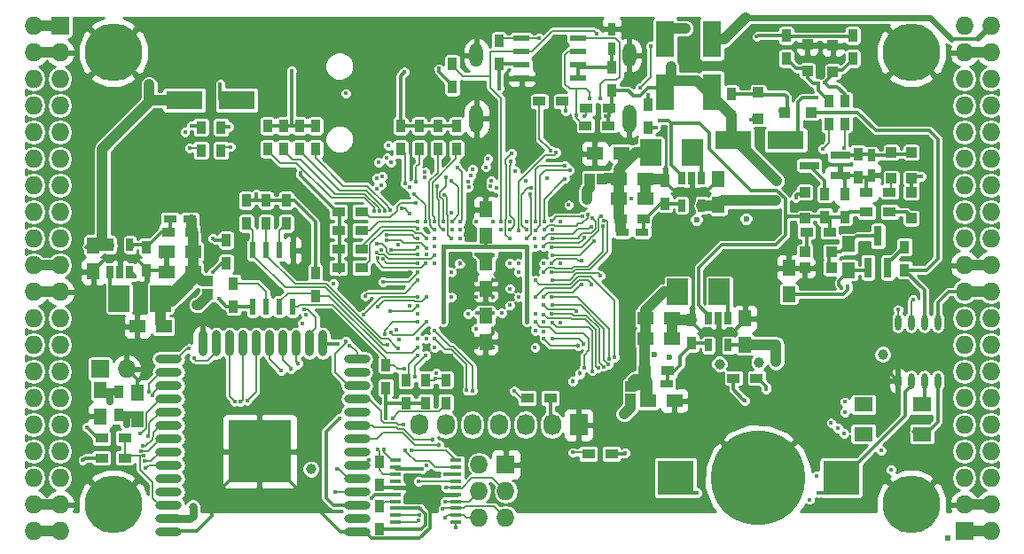
<source format=gbl>
G04 #@! TF.FileFunction,Copper,L4,Bot,Signal*
%FSLAX46Y46*%
G04 Gerber Fmt 4.6, Leading zero omitted, Abs format (unit mm)*
G04 Created by KiCad (PCBNEW 4.0.7+dfsg1-1) date Sun Nov 12 01:46:28 2017*
%MOMM*%
%LPD*%
G01*
G04 APERTURE LIST*
%ADD10C,0.100000*%
%ADD11R,0.500000X0.500000*%
%ADD12R,0.900000X1.200000*%
%ADD13R,1.000000X1.000000*%
%ADD14O,2.500000X0.900000*%
%ADD15O,0.900000X2.500000*%
%ADD16R,6.000000X6.000000*%
%ADD17R,1.800000X3.500000*%
%ADD18R,2.000000X2.500000*%
%ADD19R,0.700000X1.200000*%
%ADD20R,1.250000X1.500000*%
%ADD21R,1.500000X1.250000*%
%ADD22O,0.609600X1.473200*%
%ADD23R,0.800000X1.900000*%
%ADD24R,1.900000X0.800000*%
%ADD25R,1.200000X0.750000*%
%ADD26R,0.750000X1.200000*%
%ADD27R,1.200000X0.900000*%
%ADD28R,0.600000X1.550000*%
%ADD29R,1.550000X0.600000*%
%ADD30R,1.727200X1.727200*%
%ADD31O,1.727200X1.727200*%
%ADD32C,5.500000*%
%ADD33R,1.000000X0.400000*%
%ADD34R,1.727200X2.032000*%
%ADD35O,1.727200X2.032000*%
%ADD36O,1.300000X2.700000*%
%ADD37O,1.300000X2.300000*%
%ADD38R,1.800000X1.400000*%
%ADD39R,3.500000X1.800000*%
%ADD40R,3.500000X3.300000*%
%ADD41C,9.000000*%
%ADD42C,0.600000*%
%ADD43C,0.400000*%
%ADD44C,1.000000*%
%ADD45C,0.454000*%
%ADD46C,0.800000*%
%ADD47C,0.700000*%
%ADD48C,1.000000*%
%ADD49C,0.300000*%
%ADD50C,0.190000*%
%ADD51C,0.600000*%
%ADD52C,0.500000*%
%ADD53C,0.800000*%
%ADD54C,0.700000*%
%ADD55C,0.400000*%
%ADD56C,1.500000*%
%ADD57C,1.200000*%
%ADD58C,0.127000*%
%ADD59C,0.254000*%
G04 APERTURE END LIST*
D10*
D11*
X182675150Y-111637626D03*
D12*
X103498000Y-99858000D03*
X103498000Y-97658000D03*
D13*
X152393000Y-97142000D03*
X152393000Y-98342000D03*
D14*
X126260434Y-111030338D03*
X126260434Y-109760338D03*
X126260434Y-108490338D03*
X126260434Y-107220338D03*
X126260434Y-105950338D03*
X126260434Y-104680338D03*
X126260434Y-103410338D03*
X126260434Y-102140338D03*
X126260434Y-100870338D03*
X126260434Y-99600338D03*
X126260434Y-98330338D03*
X126260434Y-97060338D03*
X126260434Y-95790338D03*
X126260434Y-94520338D03*
D15*
X122975434Y-93030338D03*
X121705434Y-93030338D03*
X120435434Y-93030338D03*
X119165434Y-93030338D03*
X117895434Y-93030338D03*
X116625434Y-93030338D03*
X115355434Y-93030338D03*
X114085434Y-93030338D03*
X112815434Y-93030338D03*
X111545434Y-93030338D03*
D14*
X108260434Y-94520338D03*
X108260434Y-95790338D03*
X108260434Y-97060338D03*
X108260434Y-98330338D03*
X108260434Y-99600338D03*
X108260434Y-100870338D03*
X108260434Y-102140338D03*
X108260434Y-103410338D03*
X108260434Y-104680338D03*
X108260434Y-105950338D03*
X108260434Y-107220338D03*
X108260434Y-108490338D03*
X108260434Y-109760338D03*
X108260434Y-111030338D03*
D16*
X116960434Y-103330338D03*
D17*
X155695000Y-69000000D03*
X155695000Y-64000000D03*
D12*
X154044000Y-72426000D03*
X154044000Y-70226000D03*
D18*
X160870000Y-88090000D03*
X156870000Y-88090000D03*
D19*
X159825000Y-90600000D03*
X160775000Y-90600000D03*
X161725000Y-90600000D03*
X161725000Y-93200000D03*
X159825000Y-93200000D03*
D18*
X158330000Y-74755000D03*
X154330000Y-74755000D03*
D19*
X157285000Y-77235000D03*
X158235000Y-77235000D03*
X159185000Y-77235000D03*
X159185000Y-79835000D03*
X157285000Y-79835000D03*
D18*
X103530000Y-88725000D03*
X107530000Y-88725000D03*
D19*
X104575000Y-86215000D03*
X103625000Y-86215000D03*
X102675000Y-86215000D03*
X102675000Y-83615000D03*
X104575000Y-83615000D03*
D20*
X101085000Y-83665000D03*
X101085000Y-86165000D03*
D21*
X153810000Y-90630000D03*
X156310000Y-90630000D03*
X153810000Y-92535000D03*
X156310000Y-92535000D03*
D20*
X163315000Y-93150000D03*
X163315000Y-90650000D03*
D21*
X151270000Y-79200000D03*
X153770000Y-79200000D03*
X151270000Y-77295000D03*
X153770000Y-77295000D03*
D20*
X160775000Y-79815000D03*
X160775000Y-77315000D03*
D21*
X110590000Y-84280000D03*
X108090000Y-84280000D03*
X110590000Y-86185000D03*
X108090000Y-86185000D03*
D22*
X181730000Y-96599000D03*
X180460000Y-96599000D03*
X179190000Y-96599000D03*
X177920000Y-96599000D03*
X177920000Y-91011000D03*
X179190000Y-91011000D03*
X180460000Y-91011000D03*
X181730000Y-91011000D03*
D20*
X173221000Y-86038000D03*
X173221000Y-83538000D03*
D23*
X176965000Y-85780000D03*
X175065000Y-85780000D03*
X176015000Y-82780000D03*
D24*
X172435000Y-75075000D03*
X172435000Y-76975000D03*
X169435000Y-76025000D03*
D25*
X153910000Y-96910000D03*
X155810000Y-96910000D03*
X151570000Y-82375000D03*
X153470000Y-82375000D03*
X110290000Y-81105000D03*
X108390000Y-81105000D03*
D26*
X175380000Y-75075000D03*
X175380000Y-76975000D03*
D27*
X169200000Y-82375000D03*
X171400000Y-82375000D03*
D12*
X172840000Y-80935000D03*
X172840000Y-78735000D03*
D27*
X177115000Y-80470000D03*
X174915000Y-80470000D03*
D12*
X174110000Y-74925000D03*
X174110000Y-77125000D03*
X178555000Y-83815000D03*
X178555000Y-86015000D03*
X113785000Y-83180000D03*
X113785000Y-85380000D03*
X170935000Y-80935000D03*
X170935000Y-78735000D03*
X128390000Y-108580000D03*
X128390000Y-110780000D03*
D27*
X150572000Y-103584000D03*
X148372000Y-103584000D03*
X177115000Y-78565000D03*
X174915000Y-78565000D03*
X153760000Y-95640000D03*
X155960000Y-95640000D03*
X110440000Y-82375000D03*
X108240000Y-82375000D03*
X151420000Y-81105000D03*
X153620000Y-81105000D03*
D12*
X158235000Y-90800000D03*
X158235000Y-93000000D03*
X106165000Y-86015000D03*
X106165000Y-83815000D03*
X155695000Y-77465000D03*
X155695000Y-79665000D03*
D27*
X126696000Y-85804000D03*
X124496000Y-85804000D03*
X126696000Y-84026000D03*
X124496000Y-84026000D03*
X126696000Y-82248000D03*
X124496000Y-82248000D03*
X126696000Y-80470000D03*
X124496000Y-80470000D03*
D12*
X130422000Y-74458000D03*
X130422000Y-72258000D03*
X132200000Y-74458000D03*
X132200000Y-72258000D03*
X133978000Y-74458000D03*
X133978000Y-72258000D03*
X135756000Y-74458000D03*
X135756000Y-72258000D03*
D28*
X116325000Y-84120000D03*
X117595000Y-84120000D03*
X118865000Y-84120000D03*
X120135000Y-84120000D03*
X120135000Y-89520000D03*
X118865000Y-89520000D03*
X117595000Y-89520000D03*
X116325000Y-89520000D03*
D26*
X150589600Y-64910000D03*
X150589600Y-63010000D03*
D29*
X141980000Y-67705000D03*
X141980000Y-66435000D03*
X141980000Y-65165000D03*
X141980000Y-63895000D03*
X147380000Y-63895000D03*
X147380000Y-65165000D03*
X147380000Y-66435000D03*
X147380000Y-67705000D03*
D30*
X97910000Y-62690000D03*
D31*
X95370000Y-62690000D03*
X97910000Y-65230000D03*
X95370000Y-65230000D03*
X97910000Y-67770000D03*
X95370000Y-67770000D03*
X97910000Y-70310000D03*
X95370000Y-70310000D03*
X97910000Y-72850000D03*
X95370000Y-72850000D03*
X97910000Y-75390000D03*
X95370000Y-75390000D03*
X97910000Y-77930000D03*
X95370000Y-77930000D03*
X97910000Y-80470000D03*
X95370000Y-80470000D03*
X97910000Y-83010000D03*
X95370000Y-83010000D03*
X97910000Y-85550000D03*
X95370000Y-85550000D03*
X97910000Y-88090000D03*
X95370000Y-88090000D03*
X97910000Y-90630000D03*
X95370000Y-90630000D03*
X97910000Y-93170000D03*
X95370000Y-93170000D03*
X97910000Y-95710000D03*
X95370000Y-95710000D03*
X97910000Y-98250000D03*
X95370000Y-98250000D03*
X97910000Y-100790000D03*
X95370000Y-100790000D03*
X97910000Y-103330000D03*
X95370000Y-103330000D03*
X97910000Y-105870000D03*
X95370000Y-105870000D03*
X97910000Y-108410000D03*
X95370000Y-108410000D03*
X97910000Y-110950000D03*
X95370000Y-110950000D03*
D30*
X184270000Y-110950000D03*
D31*
X186810000Y-110950000D03*
X184270000Y-108410000D03*
X186810000Y-108410000D03*
X184270000Y-105870000D03*
X186810000Y-105870000D03*
X184270000Y-103330000D03*
X186810000Y-103330000D03*
X184270000Y-100790000D03*
X186810000Y-100790000D03*
X184270000Y-98250000D03*
X186810000Y-98250000D03*
X184270000Y-95710000D03*
X186810000Y-95710000D03*
X184270000Y-93170000D03*
X186810000Y-93170000D03*
X184270000Y-90630000D03*
X186810000Y-90630000D03*
X184270000Y-88090000D03*
X186810000Y-88090000D03*
X184270000Y-85550000D03*
X186810000Y-85550000D03*
X184270000Y-83010000D03*
X186810000Y-83010000D03*
X184270000Y-80470000D03*
X186810000Y-80470000D03*
X184270000Y-77930000D03*
X186810000Y-77930000D03*
X184270000Y-75390000D03*
X186810000Y-75390000D03*
X184270000Y-72850000D03*
X186810000Y-72850000D03*
X184270000Y-70310000D03*
X186810000Y-70310000D03*
X184270000Y-67770000D03*
X186810000Y-67770000D03*
X184270000Y-65230000D03*
X186810000Y-65230000D03*
X184270000Y-62690000D03*
X186810000Y-62690000D03*
D32*
X102990000Y-108410000D03*
X179190000Y-108410000D03*
X179190000Y-65230000D03*
X102990000Y-65230000D03*
D12*
X162045000Y-71410000D03*
X162045000Y-69210000D03*
X139820000Y-66330000D03*
X139820000Y-64130000D03*
X135375000Y-68532000D03*
X135375000Y-66332000D03*
X150615000Y-68870000D03*
X150615000Y-66670000D03*
D27*
X150275000Y-72215000D03*
X148075000Y-72215000D03*
X150380000Y-70600000D03*
X148180000Y-70600000D03*
D33*
X135735000Y-104215000D03*
X135735000Y-104865000D03*
X135735000Y-105515000D03*
X135735000Y-106165000D03*
X135735000Y-106815000D03*
X135735000Y-107465000D03*
X135735000Y-108115000D03*
X135735000Y-108765000D03*
X135735000Y-109415000D03*
X135735000Y-110065000D03*
X129935000Y-110065000D03*
X129935000Y-109415000D03*
X129935000Y-108765000D03*
X129935000Y-108115000D03*
X129935000Y-107465000D03*
X129935000Y-106815000D03*
X129935000Y-106165000D03*
X129935000Y-105515000D03*
X129935000Y-104865000D03*
X129935000Y-104215000D03*
D12*
X119500000Y-79370000D03*
X119500000Y-81570000D03*
X114480000Y-89500000D03*
X114480000Y-87300000D03*
X129025000Y-97275000D03*
X129025000Y-95075000D03*
X117595000Y-79370000D03*
X117595000Y-81570000D03*
X122280000Y-86300000D03*
X122280000Y-88500000D03*
X115690000Y-79370000D03*
X115690000Y-81570000D03*
D27*
X144730000Y-98250000D03*
X142530000Y-98250000D03*
D12*
X132835000Y-98715000D03*
X132835000Y-96515000D03*
X130930000Y-98715000D03*
X130930000Y-96515000D03*
D27*
X101890000Y-103965000D03*
X104090000Y-103965000D03*
D30*
X101720000Y-95456000D03*
D31*
X104260000Y-95456000D03*
D27*
X104090000Y-102060000D03*
X101890000Y-102060000D03*
D20*
X167506000Y-88324000D03*
X167506000Y-85824000D03*
D27*
X164415000Y-96345000D03*
X162215000Y-96345000D03*
D12*
X167252000Y-65822000D03*
X167252000Y-63622000D03*
D30*
X140455000Y-104600000D03*
D31*
X137915000Y-104600000D03*
X140455000Y-107140000D03*
X137915000Y-107140000D03*
X140455000Y-109680000D03*
X137915000Y-109680000D03*
D20*
X138550000Y-90396000D03*
X138550000Y-92896000D03*
X138550000Y-82736000D03*
X138550000Y-80236000D03*
X138550000Y-85316000D03*
X138550000Y-87816000D03*
X101720000Y-97508000D03*
X101720000Y-100008000D03*
D12*
X113277000Y-74585000D03*
X113277000Y-72385000D03*
X111372000Y-74585000D03*
X111372000Y-72385000D03*
X172840000Y-72045000D03*
X172840000Y-69845000D03*
X171316000Y-72045000D03*
X171316000Y-69845000D03*
D34*
X147440000Y-100790000D03*
D35*
X144900000Y-100790000D03*
X142360000Y-100790000D03*
X139820000Y-100790000D03*
X137280000Y-100790000D03*
X134740000Y-100790000D03*
X132200000Y-100790000D03*
D36*
X152280000Y-71550000D03*
X137680000Y-71550000D03*
D37*
X137680000Y-65500000D03*
X152280000Y-65500000D03*
D38*
X180212000Y-98882000D03*
X174612000Y-98882000D03*
X174612000Y-101682000D03*
X180212000Y-101682000D03*
D20*
X105276000Y-100262000D03*
X105276000Y-97762000D03*
D39*
X109761000Y-69802000D03*
X114761000Y-69802000D03*
X167212000Y-73612000D03*
X162212000Y-73612000D03*
D17*
X160140000Y-64000000D03*
X160140000Y-69000000D03*
D21*
X154064000Y-98504000D03*
X156564000Y-98504000D03*
X107796000Y-91392000D03*
X105296000Y-91392000D03*
X151484000Y-74882000D03*
X148984000Y-74882000D03*
D12*
X173602000Y-65822000D03*
X173602000Y-63622000D03*
X134740000Y-96515000D03*
X134740000Y-98715000D03*
D40*
X172485000Y-105870000D03*
X156685000Y-105870000D03*
D41*
X164585000Y-105870000D03*
D13*
X169284000Y-66988000D03*
X169284000Y-64488000D03*
X171697000Y-67081000D03*
X171697000Y-64581000D03*
X169050000Y-84280000D03*
X171550000Y-84280000D03*
X179190000Y-81085000D03*
X179190000Y-78585000D03*
X169030000Y-81085000D03*
X169030000Y-78585000D03*
X171550000Y-85804000D03*
X169050000Y-85804000D03*
X179190000Y-77275000D03*
X179190000Y-74775000D03*
X177285000Y-74775000D03*
X177285000Y-77275000D03*
X167145000Y-70945000D03*
X169645000Y-70945000D03*
X164585000Y-69060000D03*
X164585000Y-71560000D03*
X112007000Y-87109000D03*
X112007000Y-88309000D03*
X149691000Y-77295000D03*
X148491000Y-77295000D03*
D12*
X128390000Y-106546000D03*
X128390000Y-104346000D03*
X117722000Y-74458000D03*
X117722000Y-72258000D03*
X119246000Y-74458000D03*
X119246000Y-72258000D03*
X120770000Y-74458000D03*
X120770000Y-72258000D03*
X122294000Y-74458000D03*
X122294000Y-72258000D03*
D27*
X145880000Y-69900000D03*
X143680000Y-69900000D03*
D42*
X123437000Y-108972000D03*
D43*
X132871770Y-84533979D03*
X132862998Y-82124544D03*
X131278306Y-86213101D03*
X135281276Y-80583119D03*
X131279502Y-89407325D03*
X170309539Y-85441529D03*
X145698456Y-91073766D03*
D42*
X156262773Y-81349374D03*
X154657528Y-81463649D03*
D44*
X158233687Y-94760979D03*
D43*
X145672808Y-85396062D03*
X144103186Y-84622010D03*
X133216000Y-107465000D03*
X137680000Y-88600000D03*
X142480000Y-95000000D03*
X141680000Y-92600000D03*
X140836000Y-84534000D03*
X135284627Y-94985297D03*
X135288625Y-94225619D03*
X134455822Y-94267172D03*
X136095958Y-93369652D03*
D45*
X139264636Y-91615205D03*
D44*
X116880503Y-64802940D03*
X106974809Y-64953974D03*
X175210328Y-64948943D03*
X165417246Y-64954666D03*
D43*
X175495631Y-71457432D03*
X145680000Y-94177990D03*
X177285000Y-95710000D03*
D44*
X177229911Y-82281349D03*
D42*
X164741832Y-81130572D03*
X161067993Y-81216119D03*
D44*
X162992748Y-94820185D03*
D43*
X140880000Y-81400000D03*
X136085174Y-89394826D03*
X145680000Y-81400000D03*
X140874194Y-91433353D03*
X142480000Y-94200000D03*
X140880000Y-93400000D03*
X139280000Y-93400000D03*
X137680000Y-93400000D03*
X136880000Y-92600000D03*
X135280000Y-92600000D03*
X132880000Y-91800000D03*
X132880000Y-93400000D03*
D45*
X141042859Y-86994997D03*
X139280000Y-87000000D03*
X136110990Y-86995403D03*
X137680000Y-87000000D03*
X136080000Y-84600000D03*
X139280000Y-88600000D03*
D44*
X166343357Y-77477990D03*
D43*
X172564535Y-87722010D03*
D44*
X121861867Y-105030174D03*
D43*
X150030853Y-71331848D03*
X127656639Y-107816792D03*
D44*
X156235582Y-66548363D03*
X166248957Y-79408030D03*
X101932065Y-82585048D03*
X106417803Y-68312483D03*
X166280000Y-94800000D03*
X157600000Y-62944000D03*
D43*
X109828000Y-72830000D03*
D42*
X154683145Y-94115840D03*
D43*
X180137420Y-77069467D03*
X148271935Y-77777990D03*
D46*
X110593913Y-108636458D03*
D44*
X160884708Y-94994498D03*
D42*
X156077107Y-94326957D03*
D43*
X173137949Y-87594275D03*
D44*
X148202454Y-79278787D03*
D47*
X102710050Y-98594954D03*
D43*
X154794000Y-72426000D03*
X129005202Y-100174798D03*
X137659051Y-91638034D03*
X139820000Y-68665673D03*
X172834633Y-99599920D03*
X172879922Y-98618650D03*
X176305593Y-103279812D03*
X165349214Y-97422919D03*
X164433885Y-63737451D03*
X134079160Y-66786153D03*
X116654336Y-78777990D03*
D44*
X176474303Y-94069095D03*
D42*
X163422030Y-81120665D03*
X158680000Y-81210838D03*
D43*
X112515000Y-83010000D03*
X100080000Y-104200000D03*
X113080000Y-88800000D03*
D44*
X164653770Y-94825547D03*
D43*
X135273306Y-88618602D03*
X139272517Y-84611349D03*
X137680556Y-84534085D03*
X141680000Y-86200000D03*
X135280000Y-86200000D03*
X132880000Y-92600000D03*
X132080000Y-92600000D03*
X141680000Y-88600000D03*
X141680000Y-85400000D03*
X137689001Y-90122990D03*
D44*
X151758000Y-99774000D03*
D43*
X136885174Y-90194826D03*
X140094890Y-90122990D03*
X139280000Y-90122990D03*
X140880000Y-89400000D03*
X140880000Y-87800000D03*
X140880000Y-85400000D03*
D45*
X136080000Y-85400000D03*
D43*
X121401947Y-90251871D03*
X129988160Y-91721995D03*
X130302262Y-92700329D03*
X121041200Y-91125073D03*
D44*
X110991000Y-89360000D03*
D43*
X142480000Y-91000000D03*
X142480000Y-83800000D03*
X134480000Y-83800000D03*
X134480000Y-91000000D03*
X125193541Y-69156848D03*
X105037711Y-86632990D03*
X155149360Y-71764535D03*
X170182962Y-69571012D03*
X170362901Y-107286196D03*
X158716651Y-107325176D03*
X137295592Y-97538017D03*
X134750646Y-106810513D03*
X133680000Y-91800000D03*
D45*
X134074414Y-102752225D03*
D43*
X136740903Y-97514503D03*
X134675868Y-108131585D03*
D45*
X133449289Y-102232615D03*
D43*
X133680000Y-92600000D03*
X127385678Y-104203668D03*
X133685482Y-93402296D03*
X132936956Y-104698915D03*
X134463998Y-108841973D03*
X130692380Y-100790000D03*
X131808905Y-96227367D03*
X134636872Y-109719950D03*
X132846234Y-94197073D03*
X120834553Y-76779094D03*
X130761990Y-67119621D03*
X147186000Y-71200000D03*
X148477832Y-69619684D03*
X147983153Y-71347080D03*
X149475951Y-69619684D03*
X153297112Y-68608292D03*
X177926984Y-89812061D03*
X154329326Y-64643767D03*
X152497066Y-79193467D03*
X146481406Y-79819384D03*
X143650666Y-63862520D03*
X179351513Y-88868327D03*
X149134122Y-63424051D03*
X140035989Y-81400000D03*
X115759823Y-98502036D03*
X132083026Y-86260405D03*
X128776655Y-87135140D03*
X119008515Y-95662939D03*
D45*
X119978162Y-95412951D03*
X120634035Y-94977604D03*
D43*
X113212238Y-68244401D03*
X146180000Y-70800000D03*
X131453853Y-103260518D03*
X149771692Y-81825658D03*
X144080000Y-86200000D03*
X149520824Y-86534121D03*
X144894316Y-86977564D03*
X144873936Y-83860397D03*
X149549750Y-80868432D03*
D45*
X147355672Y-93219294D03*
D43*
X144113248Y-92588762D03*
X144875155Y-86218896D03*
X149846468Y-81303978D03*
X144916886Y-83016385D03*
X148719886Y-81056015D03*
D45*
X147915304Y-93063131D03*
D43*
X144882352Y-92577990D03*
X148747982Y-95669626D03*
X144891634Y-91073766D03*
X149795895Y-95251084D03*
X144867244Y-90229755D03*
X150278898Y-95040253D03*
X144892596Y-89385743D03*
X150345974Y-94517527D03*
X144877648Y-88622010D03*
X150889207Y-94332565D03*
X143280000Y-87000000D03*
X130807074Y-95454141D03*
X130171404Y-93544341D03*
X132080000Y-93400000D03*
X129196652Y-93209125D03*
X133852393Y-95875797D03*
X141280000Y-97600000D03*
X133762848Y-96395146D03*
X132080000Y-94200000D03*
X128610772Y-84072485D03*
X105895603Y-103765816D03*
X132075624Y-89410644D03*
X129449238Y-89926948D03*
X130839486Y-103260518D03*
X128806823Y-103185900D03*
X128251440Y-89564206D03*
X132162861Y-106185868D03*
X132880000Y-88600000D03*
X124329568Y-104994951D03*
X127040053Y-88481065D03*
X132080000Y-87000000D03*
X125499542Y-93250681D03*
X124202418Y-107207639D03*
X110313517Y-74380698D03*
X132146108Y-109940263D03*
X114166000Y-74247000D03*
X132189000Y-109415000D03*
X135315381Y-81391918D03*
X135280062Y-77463305D03*
X134471370Y-81406751D03*
X134758050Y-77130140D03*
X132761172Y-77202673D03*
X132737245Y-76676207D03*
X128644933Y-77050030D03*
X128152012Y-77241956D03*
X128125571Y-78233647D03*
X110718734Y-94451783D03*
X128590544Y-77894041D03*
X110249038Y-93533767D03*
X106368514Y-97613395D03*
X131253134Y-78134216D03*
X132783339Y-81400004D03*
X106741168Y-98035405D03*
X131709326Y-78745875D03*
X132079024Y-82984045D03*
X129109095Y-82655074D03*
X105572759Y-101661319D03*
X132880889Y-83897835D03*
X129054383Y-83179239D03*
X106281049Y-101893466D03*
X132083682Y-83828056D03*
X129485142Y-84082415D03*
X105813763Y-102819336D03*
X132062099Y-84533979D03*
X128165458Y-83528763D03*
X105627254Y-103312241D03*
X128183315Y-84380742D03*
X105992720Y-104283802D03*
X133671942Y-84595200D03*
X132834641Y-85377990D03*
X128203260Y-84907376D03*
X106088753Y-104974041D03*
D45*
X146862501Y-96617499D03*
X147534467Y-95913260D03*
D43*
X147927932Y-95329243D03*
X143280000Y-91000000D03*
X149284391Y-95377990D03*
X144077013Y-90266968D03*
X147207648Y-89973043D03*
X144076240Y-89395301D03*
X143281824Y-90201951D03*
X144102010Y-85397219D03*
X147687522Y-85093328D03*
X144868096Y-85371354D03*
X148610669Y-81900026D03*
X144102010Y-83000000D03*
X144888125Y-82172374D03*
X147695541Y-87377990D03*
X144082832Y-88584510D03*
X148688598Y-87378077D03*
X143278026Y-88595030D03*
X144125486Y-82186468D03*
X148298275Y-80739810D03*
X144876540Y-81328363D03*
X147802234Y-80917812D03*
X139280000Y-81400000D03*
X139578623Y-78205862D03*
X139034115Y-78040948D03*
X139046749Y-77514088D03*
X138580000Y-76200000D03*
X138779198Y-75400762D03*
X137680000Y-81400000D03*
X137308732Y-76415018D03*
X137106948Y-76979922D03*
X136859538Y-77550820D03*
X136922059Y-78097889D03*
X136096392Y-81395070D03*
X135830698Y-76200613D03*
X148878722Y-83261032D03*
X144915665Y-84598743D03*
X148001372Y-82958777D03*
X144103186Y-83777990D03*
X142841210Y-78784254D03*
X142473549Y-82998913D03*
X142864275Y-78217369D03*
X142437464Y-82181475D03*
X146089079Y-77300571D03*
X144144931Y-81387081D03*
X144394875Y-77219934D03*
X146577729Y-76500816D03*
X143281475Y-82206074D03*
X146130802Y-76060132D03*
X143300920Y-81377293D03*
X145255695Y-74817220D03*
X141662690Y-82207782D03*
X142456909Y-81405800D03*
X140030954Y-82200000D03*
X141342967Y-76554996D03*
X141046643Y-74873804D03*
X140864029Y-83041403D03*
X140874966Y-82177164D03*
X140980062Y-75681941D03*
X115149319Y-98625494D03*
X132872609Y-82968555D03*
X132080007Y-82103333D03*
X132080000Y-81400000D03*
X131847310Y-79589886D03*
X130856828Y-77786820D03*
X131923295Y-77584853D03*
X133648389Y-82190597D03*
X133627359Y-81414685D03*
X129477855Y-92000822D03*
X132880000Y-91000000D03*
X128879646Y-92111037D03*
X132077648Y-90977990D03*
X131275302Y-80595752D03*
X130489904Y-80167235D03*
X132072985Y-85377990D03*
X128723655Y-84990627D03*
X134476508Y-82180155D03*
X133942383Y-77980766D03*
X163908850Y-71651861D03*
X135656559Y-110610712D03*
X132448438Y-104994496D03*
X146844288Y-103452739D03*
X134707351Y-105508447D03*
X132280000Y-108800000D03*
D47*
X104260000Y-100790000D03*
D43*
X114604320Y-98573680D03*
X112515000Y-86185000D03*
X169506589Y-107953726D03*
X163277422Y-98501717D03*
X170157734Y-105666345D03*
X170735900Y-74464979D03*
X143257990Y-83000000D03*
X168166438Y-79108038D03*
X151896383Y-103510715D03*
X114039000Y-72342000D03*
X110483000Y-72215000D03*
X143269694Y-93414905D03*
X177274002Y-105079115D03*
X172761273Y-101651681D03*
X143280000Y-91800000D03*
X172193360Y-101105663D03*
X144064831Y-91877646D03*
X171540304Y-100645743D03*
X144080000Y-91000000D03*
X154052298Y-69302298D03*
X128349062Y-75753924D03*
X134613000Y-78819000D03*
X135280000Y-83022010D03*
X135320520Y-82196441D03*
X129493343Y-75737814D03*
X136080000Y-82200000D03*
X129125079Y-75315804D03*
X136080000Y-83000000D03*
X129252218Y-74142461D03*
X142377451Y-77497451D03*
X172746637Y-74347988D03*
X143280000Y-83800000D03*
X170300000Y-68151000D03*
X170950000Y-68125562D03*
X125167387Y-92841517D03*
X121206217Y-89762554D03*
X132082956Y-90210779D03*
X182675150Y-111637626D03*
X124027706Y-87347706D03*
X124027707Y-87347707D03*
X166678914Y-70803555D03*
X129660000Y-100155000D03*
X124580000Y-100155000D03*
X132084049Y-88558274D03*
X126880008Y-90276109D03*
X128280000Y-103200000D03*
X100450000Y-101044000D03*
X120008000Y-67008000D03*
X127889625Y-80407426D03*
X133680000Y-85400000D03*
X130204628Y-83599483D03*
X128416582Y-80399850D03*
X133680000Y-83800000D03*
X128943593Y-80399729D03*
X133680000Y-83000000D03*
X129457990Y-80285112D03*
X144780000Y-74590382D03*
X124453000Y-93043000D03*
D48*
X184270000Y-108410000D02*
X186810000Y-108410000D01*
X184270000Y-85550000D02*
X186810000Y-85550000D01*
X184270000Y-65230000D02*
X186810000Y-65230000D01*
X95370000Y-65230000D02*
X97910000Y-65230000D01*
X95370000Y-88090000D02*
X97910000Y-88090000D01*
X95370000Y-108410000D02*
X97910000Y-108410000D01*
D49*
X108260434Y-111030338D02*
X109060434Y-111030338D01*
X109060434Y-111030338D02*
X109140772Y-110950000D01*
X110957617Y-110950000D02*
X112380000Y-109527617D01*
X109140772Y-110950000D02*
X110957617Y-110950000D01*
X112380000Y-109527617D02*
X112380000Y-107854384D01*
X112380000Y-107854384D02*
X116904046Y-103330338D01*
X116904046Y-103330338D02*
X116960434Y-103330338D01*
X167506000Y-85824000D02*
X169927068Y-85824000D01*
X169927068Y-85824000D02*
X170109540Y-85641528D01*
X170109540Y-85641528D02*
X170309539Y-85441529D01*
X104260000Y-95456000D02*
X105276000Y-96472000D01*
X105276000Y-96472000D02*
X105276000Y-97762000D01*
X132254999Y-111657001D02*
X133216000Y-110696000D01*
X133216000Y-110696000D02*
X133216000Y-107465000D01*
X126260434Y-111030338D02*
X127060434Y-111030338D01*
X127060434Y-111030338D02*
X127687097Y-111657001D01*
X127687097Y-111657001D02*
X132254999Y-111657001D01*
X133216000Y-107465000D02*
X132214478Y-107465000D01*
X135735000Y-107465000D02*
X133216000Y-107465000D01*
X132214478Y-107465000D02*
X131572496Y-106823018D01*
X131572496Y-106823018D02*
X129919874Y-106823018D01*
X126260434Y-111030338D02*
X124660659Y-111030338D01*
X124660659Y-111030338D02*
X116960659Y-103330338D01*
X116960659Y-103330338D02*
X116960434Y-103330338D01*
X129935000Y-106815000D02*
X128659000Y-106815000D01*
X128659000Y-106815000D02*
X128390000Y-106546000D01*
X128390000Y-106546000D02*
X128558000Y-106546000D01*
X136126306Y-93400000D02*
X136095958Y-93369652D01*
X136880000Y-92600000D02*
X136110348Y-93369652D01*
X136049652Y-93369652D02*
X136095958Y-93369652D01*
X137680000Y-93400000D02*
X136126306Y-93400000D01*
X135280000Y-92600000D02*
X136049652Y-93369652D01*
X136110348Y-93369652D02*
X136095958Y-93369652D01*
X139264636Y-92054364D02*
X139264636Y-91936231D01*
X139264636Y-91936231D02*
X139264636Y-91615205D01*
X138550000Y-92769000D02*
X139264636Y-92054364D01*
X136880000Y-92600000D02*
X137680000Y-93400000D01*
X136880000Y-92600000D02*
X138381000Y-92600000D01*
X138381000Y-92600000D02*
X138550000Y-92769000D01*
X135280000Y-92600000D02*
X136880000Y-92600000D01*
X138550000Y-92769000D02*
X138649000Y-92769000D01*
X138649000Y-92769000D02*
X139280000Y-93400000D01*
X138550000Y-92769000D02*
X138311000Y-92769000D01*
X138311000Y-92769000D02*
X137680000Y-93400000D01*
X175042385Y-64781000D02*
X175210328Y-64948943D01*
X171697000Y-64781000D02*
X175042385Y-64781000D01*
X165683912Y-64688000D02*
X165417246Y-64954666D01*
X169284000Y-64688000D02*
X165683912Y-64688000D01*
X169284000Y-64688000D02*
X171604000Y-64688000D01*
X171604000Y-64688000D02*
X171697000Y-64781000D01*
X177285000Y-95710000D02*
X177285000Y-95964000D01*
X177285000Y-95964000D02*
X177920000Y-96599000D01*
X102210000Y-84915000D02*
X103625000Y-84915000D01*
X103625000Y-84915000D02*
X105215000Y-84915000D01*
X103625000Y-86215000D02*
X103625000Y-84915000D01*
X105215000Y-84915000D02*
X106165000Y-85865000D01*
X106165000Y-85865000D02*
X106165000Y-86015000D01*
X101085000Y-86165000D02*
X101085000Y-86040000D01*
X101085000Y-86040000D02*
X102210000Y-84915000D01*
X106165000Y-86015000D02*
X107920000Y-86015000D01*
X107920000Y-86015000D02*
X108090000Y-86185000D01*
D48*
X153770000Y-77295000D02*
X155525000Y-77295000D01*
D49*
X155525000Y-77295000D02*
X155695000Y-77465000D01*
D48*
X153770000Y-79200000D02*
X153770000Y-77295000D01*
D49*
X174110000Y-77125000D02*
X174745000Y-77125000D01*
X174745000Y-77125000D02*
X175230000Y-77125000D01*
X174915000Y-78565000D02*
X174915000Y-77295000D01*
X174915000Y-77295000D02*
X174745000Y-77125000D01*
X172840000Y-78735000D02*
X172840000Y-77380000D01*
X172840000Y-77380000D02*
X172435000Y-76975000D01*
X175230000Y-77125000D02*
X175380000Y-76975000D01*
X172435000Y-76975000D02*
X173960000Y-76975000D01*
X173960000Y-76975000D02*
X174110000Y-77125000D01*
X137680000Y-86200000D02*
X137680000Y-86600000D01*
X136080000Y-84600000D02*
X137680000Y-86200000D01*
X159850000Y-78365000D02*
X158235000Y-78365000D01*
X158235000Y-78365000D02*
X156445000Y-78365000D01*
X158235000Y-77235000D02*
X158235000Y-78365000D01*
X160775000Y-77315000D02*
X160775000Y-77440000D01*
X160775000Y-77440000D02*
X159850000Y-78365000D01*
X156445000Y-78365000D02*
X155695000Y-77615000D01*
X155695000Y-77615000D02*
X155695000Y-77465000D01*
D48*
X156310000Y-90630000D02*
X156310000Y-92535000D01*
X158235000Y-90800000D02*
X156480000Y-90800000D01*
D49*
X156480000Y-90800000D02*
X156310000Y-90630000D01*
X163315000Y-90650000D02*
X163315000Y-90834602D01*
X163315000Y-90834602D02*
X162249602Y-91900000D01*
X162249602Y-91900000D02*
X160775000Y-91900000D01*
X101085000Y-86165000D02*
X101085000Y-85929893D01*
X106165000Y-85944374D02*
X106165000Y-86015000D01*
X159185000Y-91900000D02*
X160775000Y-91900000D01*
X160775000Y-90600000D02*
X160775000Y-91900000D01*
X158235000Y-90800000D02*
X158235000Y-90950000D01*
X158235000Y-90950000D02*
X159185000Y-91900000D01*
X108090000Y-84280000D02*
X108090000Y-86185000D01*
X107625000Y-84745000D02*
X108090000Y-84280000D01*
X108070000Y-84260000D02*
X108090000Y-84280000D01*
X141037856Y-87000000D02*
X141042859Y-86994997D01*
X139280000Y-87000000D02*
X141037856Y-87000000D01*
X136432016Y-86995403D02*
X136110990Y-86995403D01*
X137284597Y-86995403D02*
X136432016Y-86995403D01*
X137680000Y-86600000D02*
X137284597Y-86995403D01*
X137680000Y-86600000D02*
X137680000Y-87000000D01*
D50*
X138029000Y-66332000D02*
X138115000Y-66246000D01*
D49*
X150615000Y-68870000D02*
X152180000Y-68870000D01*
X153331001Y-69348999D02*
X152658999Y-69348999D01*
X152658999Y-69348999D02*
X152180000Y-68870000D01*
X154087002Y-68592998D02*
X155287998Y-68592998D01*
X153331001Y-69348999D02*
X154087002Y-68592998D01*
X155287998Y-68592998D02*
X155695000Y-69000000D01*
D48*
X162045000Y-71410000D02*
X162045000Y-73179633D01*
X162045000Y-73179633D02*
X165843358Y-76977991D01*
X165843358Y-76977991D02*
X166343357Y-77477990D01*
D49*
X101085000Y-83665000D02*
X101684316Y-83665000D01*
X101684316Y-83665000D02*
X101913492Y-83435824D01*
D48*
X101913492Y-83435824D02*
X101913492Y-82603621D01*
D49*
X101913492Y-82603621D02*
X101932065Y-82585048D01*
X172296000Y-87453475D02*
X172364536Y-87522011D01*
X172364536Y-87522011D02*
X172564535Y-87722010D01*
X172296000Y-87088000D02*
X172296000Y-87453475D01*
X173221000Y-86038000D02*
X173221000Y-86163000D01*
X173221000Y-86163000D02*
X172296000Y-87088000D01*
X150275000Y-71465000D02*
X150380000Y-71360000D01*
X150380000Y-71360000D02*
X150380000Y-70600000D01*
X150615000Y-70935000D02*
X150615000Y-69995990D01*
X150615000Y-69995990D02*
X150615000Y-68870000D01*
X150313695Y-71331848D02*
X150030853Y-71331848D01*
X150141848Y-71331848D02*
X150030853Y-71331848D01*
X150275000Y-71465000D02*
X150141848Y-71331848D01*
X150275000Y-72215000D02*
X150275000Y-71465000D01*
X128008431Y-107465000D02*
X127856638Y-107616793D01*
X127856638Y-107616793D02*
X127656639Y-107816792D01*
X129935000Y-107465000D02*
X128008431Y-107465000D01*
X160140000Y-69000000D02*
X160140000Y-69850000D01*
X160140000Y-69850000D02*
X161700000Y-71410000D01*
D48*
X156235582Y-67716832D02*
X156235582Y-66548363D01*
X158681338Y-67896338D02*
X156415088Y-67896338D01*
X156415088Y-67896338D02*
X156235582Y-67716832D01*
D49*
X156235582Y-66578582D02*
X156235582Y-66548363D01*
D48*
X160790000Y-79800000D02*
X161181970Y-79408030D01*
X161181970Y-79408030D02*
X165541851Y-79408030D01*
X165541851Y-79408030D02*
X166248957Y-79408030D01*
X101932065Y-81877942D02*
X101932065Y-82585048D01*
X101932065Y-74415935D02*
X101932065Y-81877942D01*
X106407114Y-69940886D02*
X101932065Y-74415935D01*
X106417803Y-69019589D02*
X106417803Y-68312483D01*
X106417803Y-69930197D02*
X106417803Y-69019589D01*
X106407114Y-69940886D02*
X106417803Y-69930197D01*
X166280000Y-93150000D02*
X166280000Y-94800000D01*
D49*
X110610000Y-69548000D02*
X110610000Y-69802000D01*
D48*
X109975000Y-69802000D02*
X106546000Y-69802000D01*
X106546000Y-69802000D02*
X106419000Y-69929000D01*
X106419000Y-69929000D02*
X106407114Y-69940886D01*
D49*
X106419000Y-69675000D02*
X106419000Y-69929000D01*
X100572432Y-83665000D02*
X100424079Y-83813353D01*
X101085000Y-83665000D02*
X100572432Y-83665000D01*
X160790000Y-79800000D02*
X160775000Y-79815000D01*
D48*
X163315000Y-93150000D02*
X166280000Y-93150000D01*
D49*
X160775000Y-79940000D02*
X160775000Y-79815000D01*
X164925000Y-93150000D02*
X164240000Y-93150000D01*
X164240000Y-93150000D02*
X163315000Y-93150000D01*
X101085000Y-83665000D02*
X101085000Y-83790000D01*
D48*
X159185000Y-79835000D02*
X160755000Y-79835000D01*
D49*
X160755000Y-79835000D02*
X160775000Y-79815000D01*
X161725000Y-93200000D02*
X163265000Y-93200000D01*
X163265000Y-93200000D02*
X163315000Y-93150000D01*
X173221000Y-86038000D02*
X174807000Y-86038000D01*
X174807000Y-86038000D02*
X175065000Y-85780000D01*
D48*
X101085000Y-83665000D02*
X102625000Y-83665000D01*
D49*
X102625000Y-83665000D02*
X102675000Y-83615000D01*
X161700000Y-71410000D02*
X162045000Y-71410000D01*
D48*
X162045000Y-71410000D02*
X162045000Y-71260000D01*
X162045000Y-71260000D02*
X158681338Y-67896338D01*
D49*
X162045000Y-71753000D02*
X162045000Y-71410000D01*
X155695000Y-64000000D02*
X155695000Y-63368337D01*
X155695000Y-63368337D02*
X156119337Y-62944000D01*
D48*
X156119337Y-62944000D02*
X157600000Y-62944000D01*
X160140000Y-64000000D02*
X161340000Y-64000000D01*
X161340000Y-64000000D02*
X163399217Y-61940783D01*
D51*
X163399217Y-61940783D02*
X180980783Y-61940783D01*
D52*
X185540000Y-63960000D02*
X186810000Y-62690000D01*
D51*
X180980783Y-61940783D02*
X183000000Y-63960000D01*
D49*
X183000000Y-63960000D02*
X185540000Y-63960000D01*
D48*
X184270000Y-110950000D02*
X186810000Y-110950000D01*
X184270000Y-88090000D02*
X186810000Y-88090000D01*
X95370000Y-62690000D02*
X97910000Y-62690000D01*
X95370000Y-85550000D02*
X97910000Y-85550000D01*
X95370000Y-110950000D02*
X97910000Y-110950000D01*
D49*
X179854578Y-77069467D02*
X180137420Y-77069467D01*
X179195533Y-77069467D02*
X179854578Y-77069467D01*
X179190000Y-77075000D02*
X179195533Y-77069467D01*
X179190000Y-78585000D02*
X179190000Y-77275000D01*
X148471934Y-77577991D02*
X148271935Y-77777990D01*
X148491000Y-77295000D02*
X148491000Y-77558925D01*
X148491000Y-77558925D02*
X148471934Y-77577991D01*
X148202000Y-78022023D02*
X148271935Y-77952088D01*
X148271935Y-77952088D02*
X148271935Y-77777990D01*
X129025000Y-97275000D02*
X129025000Y-98800000D01*
X129025000Y-98800000D02*
X129025000Y-100155000D01*
X130930000Y-98715000D02*
X129110000Y-98715000D01*
X129110000Y-98715000D02*
X129025000Y-98800000D01*
D53*
X110593913Y-109202143D02*
X110593913Y-108636458D01*
X110593913Y-109476859D02*
X110593913Y-109202143D01*
X110310434Y-109760338D02*
X110593913Y-109476859D01*
X108260434Y-109760338D02*
X110310434Y-109760338D01*
D49*
X167506000Y-88324000D02*
X172691066Y-88324000D01*
X172691066Y-88324000D02*
X173137949Y-87877117D01*
X173137949Y-87877117D02*
X173137949Y-87594275D01*
D48*
X148202454Y-78413536D02*
X148202454Y-78571681D01*
X148202000Y-78413082D02*
X148202454Y-78413536D01*
X148202454Y-78571681D02*
X148202454Y-79278787D01*
D54*
X102710050Y-97683950D02*
X102710050Y-98099980D01*
X102736000Y-97658000D02*
X102710050Y-97683950D01*
X102710050Y-98099980D02*
X102710050Y-98594954D01*
X102736000Y-97658000D02*
X101870000Y-97658000D01*
X103498000Y-97658000D02*
X102736000Y-97658000D01*
D49*
X101870000Y-97658000D02*
X101720000Y-97508000D01*
X148202000Y-78413082D02*
X148491000Y-78124082D01*
D48*
X148491000Y-78124082D02*
X148491000Y-77295000D01*
X148202000Y-78413082D02*
X148439744Y-78175338D01*
D49*
X154806000Y-72438000D02*
X154794000Y-72426000D01*
X154044000Y-72426000D02*
X154794000Y-72426000D01*
X129025000Y-100155000D02*
X129005202Y-100174798D01*
X129025000Y-97275000D02*
X129025000Y-98175000D01*
X132835000Y-98715000D02*
X130930000Y-98715000D01*
X173602000Y-63706000D02*
X167336000Y-63706000D01*
X167336000Y-63706000D02*
X167252000Y-63622000D01*
X167252000Y-63622000D02*
X164549336Y-63622000D01*
X164549336Y-63622000D02*
X164433885Y-63737451D01*
X138550000Y-85042000D02*
X138188471Y-85042000D01*
X138188471Y-85042000D02*
X137680556Y-84534085D01*
X138550000Y-85042000D02*
X138841866Y-85042000D01*
X138841866Y-85042000D02*
X139272517Y-84611349D01*
X137680556Y-84534085D02*
X139195253Y-84534085D01*
X139195253Y-84534085D02*
X139272517Y-84611349D01*
X139820000Y-66330000D02*
X139820000Y-68665673D01*
X165349214Y-97129214D02*
X165349214Y-97422919D01*
X164565000Y-96345000D02*
X165349214Y-97129214D01*
X164415000Y-96345000D02*
X164565000Y-96345000D01*
X134079160Y-67068995D02*
X134079160Y-66786153D01*
X134079160Y-67086160D02*
X134079160Y-67068995D01*
X135375000Y-68382000D02*
X134079160Y-67086160D01*
X135375000Y-68532000D02*
X135375000Y-68382000D01*
X116654336Y-79155664D02*
X116654336Y-79060832D01*
X115690000Y-79370000D02*
X116440000Y-79370000D01*
X116440000Y-79370000D02*
X116654336Y-79155664D01*
X116654336Y-79060832D02*
X116654336Y-78777990D01*
X181730000Y-89106000D02*
X182746000Y-88090000D01*
X182746000Y-88090000D02*
X184270000Y-88090000D01*
X181730000Y-91011000D02*
X181730000Y-89106000D01*
X144730000Y-98250000D02*
X144730000Y-99266000D01*
X144730000Y-99266000D02*
X144730000Y-99400000D01*
X144730000Y-99400000D02*
X144730000Y-100620000D01*
X113785000Y-83180000D02*
X112685000Y-83180000D01*
X112685000Y-83180000D02*
X112515000Y-83010000D01*
X122280000Y-86300000D02*
X122280000Y-81400000D01*
X122280000Y-81400000D02*
X120250000Y-79370000D01*
X120250000Y-79370000D02*
X119500000Y-79370000D01*
X100315000Y-103965000D02*
X100080000Y-104200000D01*
X101890000Y-103965000D02*
X100315000Y-103965000D01*
X117595000Y-79370000D02*
X119500000Y-79370000D01*
X115690000Y-79370000D02*
X117595000Y-79370000D01*
X114480000Y-89500000D02*
X113780000Y-89500000D01*
X113780000Y-89500000D02*
X113080000Y-88800000D01*
X114480000Y-89500000D02*
X116305000Y-89500000D01*
X116305000Y-89500000D02*
X116325000Y-89520000D01*
X144900000Y-98250000D02*
X144730000Y-98250000D01*
X144730000Y-100620000D02*
X144900000Y-100790000D01*
X139820000Y-66330000D02*
X141875000Y-66330000D01*
X141875000Y-66330000D02*
X141980000Y-66435000D01*
X139280000Y-90122990D02*
X138823010Y-90122990D01*
X138823010Y-90122990D02*
X138550000Y-90396000D01*
X139280000Y-90122990D02*
X137689001Y-90122990D01*
D48*
X152393000Y-98392000D02*
X152393000Y-99139000D01*
X152393000Y-99139000D02*
X151758000Y-99774000D01*
D49*
X156010000Y-95710000D02*
X156524914Y-95710000D01*
X156524914Y-95710000D02*
X157145126Y-95089788D01*
X157145126Y-95089788D02*
X157145126Y-94239874D01*
X157145126Y-94239874D02*
X158235000Y-93150000D01*
X158235000Y-93150000D02*
X158235000Y-93000000D01*
X155960000Y-95640000D02*
X155960000Y-96760000D01*
X155960000Y-96760000D02*
X155810000Y-96910000D01*
X158235000Y-93000000D02*
X159625000Y-93000000D01*
X159625000Y-93000000D02*
X159825000Y-93200000D01*
D48*
X112007000Y-88471000D02*
X111118000Y-89360000D01*
X111118000Y-89360000D02*
X110991000Y-89360000D01*
D49*
X112007000Y-88359000D02*
X112007000Y-88471000D01*
D55*
X137480000Y-83800000D02*
X138550000Y-83800000D01*
X138550000Y-83800000D02*
X142480000Y-83800000D01*
D49*
X138550000Y-83298000D02*
X138550000Y-83800000D01*
D55*
X134480000Y-83800000D02*
X137480000Y-83800000D01*
X142480000Y-83800000D02*
X142480000Y-91000000D01*
X134480000Y-91000000D02*
X134480000Y-83800000D01*
D49*
X167183550Y-81105000D02*
X167183550Y-82681450D01*
X166265000Y-83600000D02*
X161080000Y-83600000D01*
X167183550Y-82681450D02*
X166265000Y-83600000D01*
X161080000Y-83600000D02*
X158880000Y-85800000D01*
X158880000Y-85800000D02*
X158880000Y-89400000D01*
X158880000Y-89400000D02*
X159825000Y-90345000D01*
X159825000Y-90345000D02*
X159825000Y-90600000D01*
X156280000Y-72000000D02*
X159003987Y-72000000D01*
X159003987Y-72000000D02*
X159926293Y-72922306D01*
X159926293Y-72922306D02*
X159926293Y-74478638D01*
X159926293Y-74478638D02*
X163850815Y-78403160D01*
X167183550Y-79228973D02*
X167183550Y-81105000D01*
X163850815Y-78403160D02*
X166357737Y-78403160D01*
X166357737Y-78403160D02*
X167183550Y-79228973D01*
X104619721Y-86215000D02*
X104837712Y-86432991D01*
X104575000Y-86215000D02*
X104619721Y-86215000D01*
X104837712Y-86432991D02*
X105037711Y-86632990D01*
X156280000Y-72000000D02*
X156044535Y-71764535D01*
X156044535Y-71764535D02*
X155432202Y-71764535D01*
X155432202Y-71764535D02*
X155149360Y-71764535D01*
X169030000Y-80885000D02*
X167403550Y-80885000D01*
X167403550Y-80885000D02*
X167183550Y-81105000D01*
X156280000Y-75980000D02*
X156280000Y-72000000D01*
X157285000Y-77235000D02*
X157285000Y-76985000D01*
X157285000Y-76985000D02*
X156280000Y-75980000D01*
X168980000Y-80885000D02*
X169030000Y-80885000D01*
X169030000Y-80885000D02*
X170885000Y-80885000D01*
X170885000Y-80885000D02*
X170935000Y-80935000D01*
X170935000Y-80935000D02*
X171570000Y-80935000D01*
X171570000Y-80935000D02*
X172840000Y-80935000D01*
X171400000Y-82375000D02*
X171400000Y-81105000D01*
X171400000Y-81105000D02*
X171570000Y-80935000D01*
X174915000Y-80470000D02*
X173305000Y-80470000D01*
X173305000Y-80470000D02*
X172840000Y-80935000D01*
X155210000Y-79665000D02*
X155695000Y-79665000D01*
X153620000Y-81105000D02*
X153770000Y-81105000D01*
X153770000Y-81105000D02*
X155210000Y-79665000D01*
X153620000Y-81105000D02*
X153620000Y-82225000D01*
X153620000Y-82225000D02*
X153470000Y-82375000D01*
X155695000Y-79665000D02*
X157115000Y-79665000D01*
X157115000Y-79665000D02*
X157285000Y-79835000D01*
X155525000Y-79835000D02*
X155695000Y-79665000D01*
X108240000Y-82375000D02*
X107605000Y-82375000D01*
X107605000Y-82375000D02*
X106165000Y-83815000D01*
X104575000Y-83615000D02*
X105965000Y-83615000D01*
X105965000Y-83615000D02*
X106165000Y-83815000D01*
X104775000Y-83815000D02*
X104575000Y-83615000D01*
X108070000Y-82545000D02*
X108240000Y-82375000D01*
X108390000Y-81105000D02*
X108390000Y-82225000D01*
X108390000Y-82225000D02*
X108240000Y-82375000D01*
X168141000Y-73485000D02*
X168402683Y-73223317D01*
X168402683Y-73223317D02*
X168402683Y-69932420D01*
X168402683Y-69932420D02*
X168764091Y-69571012D01*
X168764091Y-69571012D02*
X169900120Y-69571012D01*
X169900120Y-69571012D02*
X170182962Y-69571012D01*
X170645743Y-107286196D02*
X170362901Y-107286196D01*
X171252736Y-107286196D02*
X170645743Y-107286196D01*
X178585200Y-99953732D02*
X171252736Y-107286196D01*
X178585200Y-97635600D02*
X178585200Y-99953732D01*
X179190000Y-97030800D02*
X178585200Y-97635600D01*
X179190000Y-96599000D02*
X179190000Y-97030800D01*
X158433809Y-107325176D02*
X158716651Y-107325176D01*
X158140176Y-107325176D02*
X158433809Y-107325176D01*
X156685000Y-105870000D02*
X158140176Y-107325176D01*
D50*
X137295592Y-97255175D02*
X137295592Y-97538017D01*
X135181878Y-93301878D02*
X135425772Y-93301878D01*
X135425772Y-93301878D02*
X137295592Y-95171698D01*
X133680000Y-91800000D02*
X135181878Y-93301878D01*
X137295592Y-95171698D02*
X137295592Y-97255175D01*
X133753388Y-102752225D02*
X134074414Y-102752225D01*
X131793914Y-102752225D02*
X133753388Y-102752225D01*
X130570701Y-101529012D02*
X131793914Y-102752225D01*
X126260434Y-102140338D02*
X128151195Y-102140338D01*
X128151195Y-102140338D02*
X128762521Y-101529012D01*
X128762521Y-101529012D02*
X130570701Y-101529012D01*
X137254415Y-105873269D02*
X139188269Y-105873269D01*
X139188269Y-105873269D02*
X140455000Y-107140000D01*
X135735000Y-106856777D02*
X135718950Y-106872827D01*
X135718950Y-106872827D02*
X135656636Y-106810513D01*
X135656636Y-106810513D02*
X135033488Y-106810513D01*
X135033488Y-106810513D02*
X134750646Y-106810513D01*
X137254415Y-105873269D02*
X136254857Y-106872827D01*
X135735000Y-106815000D02*
X135735000Y-106856777D01*
X136254857Y-106872827D02*
X135718950Y-106872827D01*
X134698889Y-93618889D02*
X135294462Y-93618889D01*
X136740903Y-95065330D02*
X136740903Y-97231661D01*
X133680000Y-92600000D02*
X134698889Y-93618889D01*
X135294462Y-93618889D02*
X136740903Y-95065330D01*
X136740903Y-97231661D02*
X136740903Y-97514503D01*
X127700434Y-100870338D02*
X126260434Y-100870338D01*
X129997343Y-101048651D02*
X127878747Y-101048651D01*
X130160693Y-101212001D02*
X129997343Y-101048651D01*
X130702010Y-101212001D02*
X130160693Y-101212001D01*
X131722624Y-102232615D02*
X130702010Y-101212001D01*
X133449289Y-102232615D02*
X131722624Y-102232615D01*
X127878747Y-101048651D02*
X127700434Y-100870338D01*
X135735000Y-108115000D02*
X136940000Y-108115000D01*
X136940000Y-108115000D02*
X137915000Y-107140000D01*
X135644172Y-108131585D02*
X134958710Y-108131585D01*
X134958710Y-108131585D02*
X134675868Y-108131585D01*
X135669098Y-108106659D02*
X135644172Y-108131585D01*
X135726659Y-108106659D02*
X135669098Y-108106659D01*
X135735000Y-108115000D02*
X135726659Y-108106659D01*
X126909008Y-104680338D02*
X127185679Y-104403667D01*
X126260434Y-104680338D02*
X126909008Y-104680338D01*
X127185679Y-104403667D02*
X127385678Y-104203668D01*
X135735000Y-108765000D02*
X136425000Y-108765000D01*
X136595601Y-108594399D02*
X139369399Y-108594399D01*
X139369399Y-108594399D02*
X139591401Y-108816401D01*
X136425000Y-108765000D02*
X136595601Y-108594399D01*
X139591401Y-108816401D02*
X140455000Y-109680000D01*
X134540971Y-108765000D02*
X134463998Y-108841973D01*
X135735000Y-108765000D02*
X134540971Y-108765000D01*
X126260434Y-98330338D02*
X127374630Y-98330338D01*
X128583200Y-99538908D02*
X128583200Y-100377360D01*
X127374630Y-98330338D02*
X128583200Y-99538908D01*
X128583200Y-100377360D02*
X128802640Y-100596800D01*
X128802640Y-100596800D02*
X129993813Y-100596800D01*
X129993813Y-100596800D02*
X130187013Y-100790000D01*
X130187013Y-100790000D02*
X130692380Y-100790000D01*
X131808905Y-95944525D02*
X131808905Y-96227367D01*
X131808905Y-95234402D02*
X131808905Y-95944525D01*
X132846234Y-94197073D02*
X131808905Y-95234402D01*
X136690000Y-109680000D02*
X137915000Y-109680000D01*
X135735000Y-109415000D02*
X136425000Y-109415000D01*
X136425000Y-109415000D02*
X136690000Y-109680000D01*
X134636872Y-109719950D02*
X134941822Y-109415000D01*
X134941822Y-109415000D02*
X135735000Y-109415000D01*
D49*
X180460000Y-87920000D02*
X178555000Y-86015000D01*
X180460000Y-91011000D02*
X180460000Y-87920000D01*
X169445000Y-70945000D02*
X174084740Y-70945000D01*
X174084740Y-70945000D02*
X175826942Y-72687202D01*
X175826942Y-72687202D02*
X180932202Y-72687202D01*
X180932202Y-72687202D02*
X181730000Y-73485000D01*
X181730000Y-73485000D02*
X181730000Y-84915000D01*
X181730000Y-84915000D02*
X180630000Y-86015000D01*
X180630000Y-86015000D02*
X178555000Y-86015000D01*
X176015000Y-82780000D02*
X173979000Y-82780000D01*
X173979000Y-82780000D02*
X173221000Y-83538000D01*
X171350000Y-84280000D02*
X172479000Y-84280000D01*
X172479000Y-84280000D02*
X173221000Y-83538000D01*
X171350000Y-84280000D02*
X171350000Y-85804000D01*
X177285000Y-74975000D02*
X179190000Y-74975000D01*
X175380000Y-75075000D02*
X177185000Y-75075000D01*
X177185000Y-75075000D02*
X177285000Y-74975000D01*
X174110000Y-74925000D02*
X175230000Y-74925000D01*
X175230000Y-74925000D02*
X175380000Y-75075000D01*
X172435000Y-75075000D02*
X173960000Y-75075000D01*
X173960000Y-75075000D02*
X174110000Y-74925000D01*
X169200000Y-82375000D02*
X169200000Y-84230000D01*
X169200000Y-84230000D02*
X169250000Y-84280000D01*
X177115000Y-80470000D02*
X178775000Y-80470000D01*
X178775000Y-80470000D02*
X179190000Y-80885000D01*
X176965000Y-85780000D02*
X176965000Y-85405000D01*
X176965000Y-85405000D02*
X178555000Y-83815000D01*
X181730000Y-100536000D02*
X180784000Y-101482000D01*
X180784000Y-101482000D02*
X179412000Y-101482000D01*
X181730000Y-96599000D02*
X181730000Y-100536000D01*
X180460000Y-96599000D02*
X180460000Y-99057757D01*
X180460000Y-99057757D02*
X180446075Y-99071682D01*
X170935000Y-78735000D02*
X170935000Y-77525000D01*
X170935000Y-77525000D02*
X169435000Y-76025000D01*
D50*
X177285000Y-77075000D02*
X177285000Y-78395000D01*
X177285000Y-78395000D02*
X177115000Y-78565000D01*
D49*
X124496000Y-80470000D02*
X124346000Y-80470000D01*
X120834553Y-76958553D02*
X120834553Y-76779094D01*
X124346000Y-80470000D02*
X120834553Y-76958553D01*
X124582000Y-80470000D02*
X124432000Y-80470000D01*
X124582000Y-84279000D02*
X124582000Y-86185000D01*
X124582000Y-82375000D02*
X124582000Y-84279000D01*
X124582000Y-80470000D02*
X124582000Y-82375000D01*
X132200000Y-72258000D02*
X130422000Y-72258000D01*
X133978000Y-72258000D02*
X132200000Y-72258000D01*
X135756000Y-72258000D02*
X133978000Y-72258000D01*
X135748350Y-72191002D02*
X135722352Y-72217000D01*
X130402940Y-67478671D02*
X130761990Y-67119621D01*
X130402940Y-72217000D02*
X130402940Y-67478671D01*
D50*
X148477832Y-69002168D02*
X148167449Y-68691785D01*
X148167449Y-68691785D02*
X148071785Y-68691785D01*
X148477832Y-69619684D02*
X148477832Y-69002168D01*
X147186000Y-68691785D02*
X148071785Y-68691785D01*
X147380000Y-65165000D02*
X146460390Y-65165000D01*
X146586447Y-68691785D02*
X147186000Y-68691785D01*
X146460390Y-65165000D02*
X146133498Y-65491892D01*
X146133498Y-65491892D02*
X146133498Y-68238836D01*
X146133498Y-68238836D02*
X146586447Y-68691785D01*
X147186000Y-71476000D02*
X147186000Y-71200000D01*
X147186000Y-71200000D02*
X147186000Y-68691785D01*
X148075000Y-72215000D02*
X147925000Y-72215000D01*
X147925000Y-72215000D02*
X147186000Y-71476000D01*
X148075000Y-72215000D02*
X148075000Y-71961000D01*
X147380000Y-63895000D02*
X150955962Y-63895000D01*
X150955962Y-63895000D02*
X151352044Y-64291082D01*
X151352044Y-67579418D02*
X151043301Y-67888161D01*
X151352044Y-64291082D02*
X151352044Y-67579418D01*
X151043301Y-67888161D02*
X149894932Y-67888161D01*
X149894932Y-67888161D02*
X149475951Y-68307142D01*
X149475951Y-68307142D02*
X149475951Y-69336842D01*
X149475951Y-69336842D02*
X149475951Y-69619684D01*
X148072920Y-71347080D02*
X147983153Y-71347080D01*
X148180000Y-71240000D02*
X148072920Y-71347080D01*
X148180000Y-70600000D02*
X148180000Y-71240000D01*
X154329326Y-64643767D02*
X154329326Y-67576078D01*
X153497111Y-68408293D02*
X153297112Y-68608292D01*
X154329326Y-67576078D02*
X153497111Y-68408293D01*
X177920000Y-89819045D02*
X177926984Y-89812061D01*
X177920000Y-91011000D02*
X177920000Y-89819045D01*
X141980000Y-63895000D02*
X143618186Y-63895000D01*
X143618186Y-63895000D02*
X143650666Y-63862520D01*
X141980000Y-63895000D02*
X140055000Y-63895000D01*
X140055000Y-63895000D02*
X139820000Y-64130000D01*
X179190000Y-91011000D02*
X179190000Y-89029840D01*
X179190000Y-89029840D02*
X179351513Y-88868327D01*
X142945000Y-65165000D02*
X144935202Y-63174798D01*
X148934123Y-63224052D02*
X149134122Y-63424051D01*
X144935202Y-63174798D02*
X148884869Y-63174798D01*
X148884869Y-63174798D02*
X148934123Y-63224052D01*
X141980000Y-65165000D02*
X142945000Y-65165000D01*
X138980000Y-68578574D02*
X138980000Y-67516000D01*
X140035989Y-81400000D02*
X140035989Y-69634563D01*
X140035989Y-69634563D02*
X138980000Y-68578574D01*
X136409000Y-67516000D02*
X138980000Y-67516000D01*
X138980000Y-67516000D02*
X138980000Y-65165000D01*
X135375000Y-66332000D02*
X135375000Y-66482000D01*
X135375000Y-66482000D02*
X136409000Y-67516000D01*
X138980000Y-65165000D02*
X141980000Y-65165000D01*
D49*
X150589600Y-64910000D02*
X150589600Y-66644600D01*
X150589600Y-66644600D02*
X150615000Y-66670000D01*
X147380000Y-67705000D02*
X147380000Y-66435000D01*
X150615000Y-66670000D02*
X147615000Y-66670000D01*
X147615000Y-66670000D02*
X147380000Y-66435000D01*
D50*
X116625434Y-93030338D02*
X116625434Y-97636425D01*
X115959822Y-98302037D02*
X115759823Y-98502036D01*
X116625434Y-97636425D02*
X115959822Y-98302037D01*
X128776655Y-87135140D02*
X131208291Y-87135140D01*
X131883027Y-86460404D02*
X132083026Y-86260405D01*
X131208291Y-87135140D02*
X131883027Y-86460404D01*
X117895434Y-93030338D02*
X117895434Y-94549858D01*
X118808516Y-95462940D02*
X119008515Y-95662939D01*
X117895434Y-94549858D02*
X118808516Y-95462940D01*
X119751163Y-95185952D02*
X119978162Y-95412951D01*
X119165434Y-93030338D02*
X119165434Y-94600223D01*
X119165434Y-94600223D02*
X119751163Y-95185952D01*
X120435434Y-93030338D02*
X120435434Y-94779003D01*
X120435434Y-94779003D02*
X120634035Y-94977604D01*
D49*
X113212238Y-69737238D02*
X113212238Y-68527243D01*
X113277000Y-69802000D02*
X113212238Y-69737238D01*
X113212238Y-68527243D02*
X113212238Y-68244401D01*
D50*
X146180000Y-70800000D02*
X146180000Y-70200000D01*
X146180000Y-70200000D02*
X145880000Y-69900000D01*
X129935000Y-108115000D02*
X128895397Y-108115000D01*
X128895397Y-108115000D02*
X128373228Y-108637169D01*
X135760266Y-104239298D02*
X134781486Y-103260518D01*
X134781486Y-103260518D02*
X131736695Y-103260518D01*
X131736695Y-103260518D02*
X131453853Y-103260518D01*
X149771692Y-84259987D02*
X149771692Y-82108500D01*
X145138186Y-85796887D02*
X145206679Y-85865380D01*
X144080000Y-86200000D02*
X144483113Y-85796887D01*
X145206679Y-85865380D02*
X146790302Y-85865380D01*
X149771692Y-82108500D02*
X149771692Y-81825658D01*
X148343733Y-85687946D02*
X149771692Y-84259987D01*
X144483113Y-85796887D02*
X145138186Y-85796887D01*
X146967735Y-85687946D02*
X148343733Y-85687946D01*
X146790302Y-85865380D02*
X146967735Y-85687946D01*
X149308669Y-86321966D02*
X149320825Y-86334122D01*
X146574761Y-86977564D02*
X147230359Y-86321966D01*
X149320825Y-86334122D02*
X149520824Y-86534121D01*
X147230359Y-86321966D02*
X149308669Y-86321966D01*
X144894316Y-86977564D02*
X146574761Y-86977564D01*
X149349682Y-82233898D02*
X148741779Y-82841801D01*
X148456721Y-83061241D02*
X148456721Y-83126859D01*
X145156778Y-83860397D02*
X144873936Y-83860397D01*
X148456721Y-83126859D02*
X147723183Y-83860397D01*
X148676161Y-82841801D02*
X148456721Y-83061241D01*
X148741779Y-82841801D02*
X148676161Y-82841801D01*
X149349682Y-81068500D02*
X149349682Y-82233898D01*
X149549750Y-80868432D02*
X149349682Y-81068500D01*
X147723183Y-83860397D02*
X145156778Y-83860397D01*
X144113248Y-92588762D02*
X144743780Y-93219294D01*
X147034646Y-93219294D02*
X147355672Y-93219294D01*
X144743780Y-93219294D02*
X147034646Y-93219294D01*
X150193694Y-84286307D02*
X148475045Y-86004956D01*
X149846468Y-81303978D02*
X150129310Y-81303978D01*
X150129310Y-81303978D02*
X150193694Y-81368362D01*
X150193694Y-81368362D02*
X150193694Y-84286307D01*
X146885107Y-86218896D02*
X145157997Y-86218896D01*
X148475045Y-86004956D02*
X147099047Y-86004956D01*
X147099047Y-86004956D02*
X146885107Y-86218896D01*
X145157997Y-86218896D02*
X144875155Y-86218896D01*
X147466871Y-82991358D02*
X147441844Y-83016385D01*
X145199728Y-83016385D02*
X144916886Y-83016385D01*
X147441844Y-83016385D02*
X145199728Y-83016385D01*
X148919885Y-81256014D02*
X148719886Y-81056015D01*
X147466871Y-82868714D02*
X147810795Y-82524790D01*
X149032671Y-82102588D02*
X149032671Y-81368800D01*
X148610469Y-82524790D02*
X149032671Y-82102588D01*
X149032671Y-81368800D02*
X148919885Y-81256014D01*
X147466871Y-82991358D02*
X147466871Y-82868714D01*
X147810795Y-82524790D02*
X148610469Y-82524790D01*
X147481096Y-83005583D02*
X147466871Y-82991358D01*
X147688305Y-92836132D02*
X147915304Y-93063131D01*
X147430163Y-92577990D02*
X147688305Y-92836132D01*
X144882352Y-92577990D02*
X147430163Y-92577990D01*
X148723536Y-91850270D02*
X148723536Y-95362338D01*
X148369033Y-91495767D02*
X148723536Y-91850270D01*
X148747982Y-95386784D02*
X148747982Y-95669626D01*
X145313635Y-91495767D02*
X148369033Y-91495767D01*
X144891634Y-91073766D02*
X145313635Y-91495767D01*
X148723536Y-95362338D02*
X148747982Y-95386784D01*
X149368234Y-94823423D02*
X149595896Y-95051085D01*
X149368234Y-91598328D02*
X149368234Y-94823423D01*
X148164951Y-90395045D02*
X149368234Y-91598328D01*
X146754942Y-90229755D02*
X146920232Y-90395045D01*
X149595896Y-95051085D02*
X149795895Y-95251084D01*
X144867244Y-90229755D02*
X146754942Y-90229755D01*
X146920232Y-90395045D02*
X148164951Y-90395045D01*
X144892596Y-89385743D02*
X147603970Y-89385743D01*
X149828669Y-91610442D02*
X149828669Y-94609733D01*
X150259189Y-95040253D02*
X150278898Y-95040253D01*
X147603970Y-89385743D02*
X149828669Y-91610442D01*
X149828669Y-94609733D02*
X150259189Y-95040253D01*
X144877648Y-88622010D02*
X147288558Y-88622010D01*
X150345974Y-94234685D02*
X150345974Y-94517527D01*
X150345974Y-91679426D02*
X150345974Y-94234685D01*
X147288558Y-88622010D02*
X150345974Y-91679426D01*
X150889207Y-94049723D02*
X150889207Y-94332565D01*
X148574062Y-86638977D02*
X150889207Y-88954122D01*
X147361669Y-86638977D02*
X148574062Y-86638977D01*
X146600646Y-87400000D02*
X147361669Y-86638977D01*
X143680000Y-87400000D02*
X146600646Y-87400000D01*
X150889207Y-88954122D02*
X150889207Y-94049723D01*
X143280000Y-87000000D02*
X143680000Y-87400000D01*
X118865000Y-84120000D02*
X118865000Y-82205000D01*
X118865000Y-82205000D02*
X119500000Y-81570000D01*
X116780000Y-87300000D02*
X117595000Y-88115000D01*
X117595000Y-88115000D02*
X117595000Y-89520000D01*
X114480000Y-87300000D02*
X116780000Y-87300000D01*
X120625000Y-89520000D02*
X120804456Y-89340544D01*
X120135000Y-89520000D02*
X120625000Y-89520000D01*
X120804456Y-89340544D02*
X123946751Y-89340544D01*
X123946751Y-89340544D02*
X129025000Y-94418793D01*
X129025000Y-94418793D02*
X129025000Y-95075000D01*
X130185090Y-95454141D02*
X130088513Y-95454141D01*
X129025000Y-95075000D02*
X129805949Y-95075000D01*
X129805949Y-95075000D02*
X130185090Y-95454141D01*
X130807074Y-95454141D02*
X130185090Y-95454141D01*
X128596678Y-92617343D02*
X129244406Y-92617343D01*
X123340323Y-87360988D02*
X128596678Y-92617343D01*
X117595000Y-84595000D02*
X120360988Y-87360988D01*
X120360988Y-87360988D02*
X123340323Y-87360988D01*
X117595000Y-84120000D02*
X117595000Y-84595000D01*
X129971405Y-93344342D02*
X130171404Y-93544341D01*
X129244406Y-92617343D02*
X129971405Y-93344342D01*
X117595000Y-84120000D02*
X117595000Y-81570000D01*
X122920000Y-88500000D02*
X122280000Y-88500000D01*
X123582693Y-88500000D02*
X122920000Y-88500000D01*
X131513657Y-93966343D02*
X129049036Y-93966343D01*
X129049036Y-93966343D02*
X123582693Y-88500000D01*
X132080000Y-93400000D02*
X131513657Y-93966343D01*
X122280000Y-88500000D02*
X122031234Y-88251234D01*
X122031234Y-88251234D02*
X119658766Y-88251234D01*
X119658766Y-88251234D02*
X118865000Y-89045000D01*
X118865000Y-89045000D02*
X118865000Y-89520000D01*
X128913810Y-93209125D02*
X129196652Y-93209125D01*
X123209013Y-87677999D02*
X128740139Y-93209125D01*
X119407999Y-87677999D02*
X123209013Y-87677999D01*
X128740139Y-93209125D02*
X128913810Y-93209125D01*
X116325000Y-84120000D02*
X116325000Y-84595000D01*
X116325000Y-84595000D02*
X119407999Y-87677999D01*
X116325000Y-84120000D02*
X116325000Y-82205000D01*
X116325000Y-82205000D02*
X115690000Y-81570000D01*
X142530000Y-98250000D02*
X141930000Y-98250000D01*
X141930000Y-98250000D02*
X141280000Y-97600000D01*
X134045690Y-96395146D02*
X133762848Y-96395146D01*
X132835000Y-96515000D02*
X133642994Y-96515000D01*
X134902547Y-96248879D02*
X134756280Y-96395146D01*
X133642994Y-96515000D02*
X133762848Y-96395146D01*
X134756280Y-96395146D02*
X134045690Y-96395146D01*
X132080000Y-94200000D02*
X131242159Y-95037841D01*
X131242159Y-95037841D02*
X131242159Y-96202841D01*
X131242159Y-96202841D02*
X130930000Y-96515000D01*
X105895603Y-103765816D02*
X105530000Y-103765816D01*
X105530000Y-103765816D02*
X104289184Y-103765816D01*
X106701556Y-106279556D02*
X105530000Y-105108000D01*
X105530000Y-105108000D02*
X105530000Y-103765816D01*
X106748950Y-106279556D02*
X106701556Y-106279556D01*
X104289184Y-103765816D02*
X104090000Y-103965000D01*
X104090000Y-103965000D02*
X104090000Y-102432010D01*
X104090000Y-103965000D02*
X104434394Y-103965000D01*
X106748950Y-107778854D02*
X107460434Y-108490338D01*
X106748950Y-106279556D02*
X106748950Y-107778854D01*
X107460434Y-108490338D02*
X108260434Y-108490338D01*
X109060434Y-108490338D02*
X108260434Y-108490338D01*
X103945000Y-103965000D02*
X104090000Y-103965000D01*
D49*
X103940000Y-102060000D02*
X104090000Y-102060000D01*
X104260000Y-101890000D02*
X104090000Y-102060000D01*
D50*
X131875625Y-89610643D02*
X132075624Y-89410644D01*
X131559320Y-89926948D02*
X131875625Y-89610643D01*
X129449238Y-89926948D02*
X131559320Y-89926948D01*
X135735000Y-104865000D02*
X133727603Y-104865000D01*
X133727603Y-104865000D02*
X133139517Y-104276914D01*
X131039485Y-103460517D02*
X130839486Y-103260518D01*
X131855882Y-104276914D02*
X131039485Y-103460517D01*
X133139517Y-104276914D02*
X131855882Y-104276914D01*
X128806823Y-103386823D02*
X128806823Y-103185900D01*
X129635000Y-104215000D02*
X128806823Y-103386823D01*
X129935000Y-104215000D02*
X129635000Y-104215000D01*
X128451439Y-89364207D02*
X128251440Y-89564206D01*
X132880000Y-88600000D02*
X132499716Y-88980284D01*
X128839401Y-88976245D02*
X128451439Y-89364207D01*
X131837325Y-88980284D02*
X131833286Y-88976245D01*
X131833286Y-88976245D02*
X128839401Y-88976245D01*
X132499716Y-88980284D02*
X131837325Y-88980284D01*
X135792529Y-106185868D02*
X132445703Y-106185868D01*
X135798078Y-106180319D02*
X135792529Y-106185868D01*
X132445703Y-106185868D02*
X132162861Y-106185868D01*
X125460434Y-105950338D02*
X124505047Y-104994951D01*
X126260434Y-105950338D02*
X125460434Y-105950338D01*
X124505047Y-104994951D02*
X124329568Y-104994951D01*
X130843382Y-88236618D02*
X127284500Y-88236618D01*
X132080000Y-87000000D02*
X130843382Y-88236618D01*
X127284500Y-88236618D02*
X127240052Y-88281066D01*
X127240052Y-88281066D02*
X127040053Y-88481065D01*
X125630777Y-93250681D02*
X125499542Y-93250681D01*
X126260434Y-94520338D02*
X126260434Y-93880338D01*
X126260434Y-93880338D02*
X125630777Y-93250681D01*
X126260434Y-107220338D02*
X124215117Y-107220338D01*
X124215117Y-107220338D02*
X124202418Y-107207639D01*
X129989706Y-110093313D02*
X131993058Y-110093313D01*
X131993058Y-110093313D02*
X132146108Y-109940263D01*
X110313517Y-74380698D02*
X111167698Y-74380698D01*
X111167698Y-74380698D02*
X111372000Y-74585000D01*
X129920049Y-109454792D02*
X129959841Y-109415000D01*
X129959841Y-109415000D02*
X132189000Y-109415000D01*
X114166000Y-74247000D02*
X113615000Y-74247000D01*
X113615000Y-74247000D02*
X113277000Y-74585000D01*
X135942999Y-80764300D02*
X135515380Y-81191919D01*
X135515380Y-81191919D02*
X135315381Y-81391918D01*
X135942999Y-78126242D02*
X135942999Y-80764300D01*
X135280062Y-77463305D02*
X135942999Y-78126242D01*
X134758050Y-77130140D02*
X134758050Y-78049388D01*
X134471370Y-79301932D02*
X134471370Y-81123909D01*
X134471370Y-81123909D02*
X134471370Y-81406751D01*
X134190999Y-79021561D02*
X134471370Y-79301932D01*
X134758050Y-78049388D02*
X134190999Y-78616439D01*
X134190999Y-78616439D02*
X134190999Y-79021561D01*
X112815434Y-93030338D02*
X112815434Y-93830338D01*
X112815434Y-93830338D02*
X111993990Y-94651782D01*
X110918733Y-94651782D02*
X110718734Y-94451783D01*
X111993990Y-94651782D02*
X110918733Y-94651782D01*
X110047005Y-93533767D02*
X110249038Y-93533767D01*
X108260434Y-94520338D02*
X109060434Y-94520338D01*
X109060434Y-94520338D02*
X110047005Y-93533767D01*
X106368514Y-96882258D02*
X106368514Y-97330553D01*
X108260434Y-95790338D02*
X107460434Y-95790338D01*
X107460434Y-95790338D02*
X106368514Y-96882258D01*
X106368514Y-97330553D02*
X106368514Y-97613395D01*
X132783339Y-81117162D02*
X132783339Y-81400004D01*
X132783339Y-79819888D02*
X132783339Y-81117162D01*
X131709326Y-78745875D02*
X132783339Y-79819888D01*
X108260434Y-97060338D02*
X107460434Y-97060338D01*
X106820434Y-97700338D02*
X106820434Y-97956139D01*
X107460434Y-97060338D02*
X106820434Y-97700338D01*
X106820434Y-97956139D02*
X106741168Y-98035405D01*
X131835159Y-82984045D02*
X132079024Y-82984045D01*
X129109095Y-82655074D02*
X131506188Y-82655074D01*
X131506188Y-82655074D02*
X131835159Y-82984045D01*
X105772758Y-101461320D02*
X105572759Y-101661319D01*
X106123001Y-101111077D02*
X105772758Y-101461320D01*
X107460434Y-98330338D02*
X106123001Y-99667771D01*
X106123001Y-99667771D02*
X106123001Y-101111077D01*
X108260434Y-98330338D02*
X107460434Y-98330338D01*
X132680890Y-83697836D02*
X132880889Y-83897835D01*
X132389101Y-83406047D02*
X132680890Y-83697836D01*
X129054383Y-83179239D02*
X129337225Y-83179239D01*
X130658491Y-83406047D02*
X132389101Y-83406047D01*
X130416284Y-83163840D02*
X130658491Y-83406047D01*
X129352624Y-83163840D02*
X130416284Y-83163840D01*
X129337225Y-83179239D02*
X129352624Y-83163840D01*
X107460434Y-99600338D02*
X106440012Y-100620760D01*
X106440012Y-101734503D02*
X106281049Y-101893466D01*
X106440012Y-100620760D02*
X106440012Y-101734503D01*
X108260434Y-99600338D02*
X107460434Y-99600338D01*
X131883683Y-84028055D02*
X132083682Y-83828056D01*
X131829323Y-84082415D02*
X131883683Y-84028055D01*
X129485142Y-84082415D02*
X131829323Y-84082415D01*
X106096605Y-102819336D02*
X105813763Y-102819336D01*
X106698136Y-102041958D02*
X106698136Y-102217805D01*
X106820434Y-101510338D02*
X106820434Y-101919660D01*
X107460434Y-100870338D02*
X106820434Y-101510338D01*
X108260434Y-100870338D02*
X107460434Y-100870338D01*
X106698136Y-102217805D02*
X106096605Y-102819336D01*
X106820434Y-101919660D02*
X106698136Y-102041958D01*
X129312142Y-84533979D02*
X131779257Y-84533979D01*
X129063140Y-83908120D02*
X129063140Y-84284977D01*
X128683783Y-83528763D02*
X129063140Y-83908120D01*
X128165458Y-83528763D02*
X128683783Y-83528763D01*
X131779257Y-84533979D02*
X132062099Y-84533979D01*
X129063140Y-84284977D02*
X129312142Y-84533979D01*
X106288531Y-103312241D02*
X105910096Y-103312241D01*
X105910096Y-103312241D02*
X105627254Y-103312241D01*
X108260434Y-102140338D02*
X107460434Y-102140338D01*
X107460434Y-102140338D02*
X106288531Y-103312241D01*
X128293655Y-84491082D02*
X128183315Y-84380742D01*
X128476877Y-84506836D02*
X128461123Y-84491082D01*
X128836678Y-84506836D02*
X128476877Y-84506836D01*
X133311153Y-84955989D02*
X129285831Y-84955989D01*
X128461123Y-84491082D02*
X128293655Y-84491082D01*
X129285831Y-84955989D02*
X128836678Y-84506836D01*
X133671942Y-84595200D02*
X133311153Y-84955989D01*
X106275562Y-104283802D02*
X105992720Y-104283802D01*
X108260434Y-103410338D02*
X107460434Y-103410338D01*
X107460434Y-103410338D02*
X106586970Y-104283802D01*
X106586970Y-104283802D02*
X106275562Y-104283802D01*
X128203260Y-85190218D02*
X128783975Y-85770933D01*
X132374236Y-85838395D02*
X132634642Y-85577989D01*
X132634642Y-85577989D02*
X132834641Y-85377990D01*
X131808146Y-85838395D02*
X132374236Y-85838395D01*
X128203260Y-84907376D02*
X128203260Y-85190218D01*
X131740684Y-85770933D02*
X131808146Y-85838395D01*
X128783975Y-85770933D02*
X131740684Y-85770933D01*
X106288752Y-104774042D02*
X106088753Y-104974041D01*
X108260434Y-104680338D02*
X106382456Y-104680338D01*
X106382456Y-104680338D02*
X106288752Y-104774042D01*
X143280000Y-91000000D02*
X143730111Y-91450111D01*
X143730111Y-91450111D02*
X144643417Y-91450111D01*
X144643417Y-91450111D02*
X145296258Y-92102952D01*
X145296258Y-92102952D02*
X147909477Y-92102952D01*
X147909477Y-92102952D02*
X148406525Y-92600000D01*
X148406525Y-92600000D02*
X148406525Y-93715698D01*
X148406525Y-93715698D02*
X147927932Y-94194291D01*
X147927932Y-94194291D02*
X147927932Y-95329243D01*
X149040547Y-91718961D02*
X149040547Y-95134146D01*
X149040547Y-95134146D02*
X149084392Y-95177991D01*
X144461801Y-90651756D02*
X146728622Y-90651756D01*
X144077013Y-90266968D02*
X144461801Y-90651756D01*
X146728622Y-90651756D02*
X146788922Y-90712056D01*
X146788922Y-90712056D02*
X148033642Y-90712056D01*
X148033642Y-90712056D02*
X149040547Y-91718961D01*
X149084392Y-95177991D02*
X149284391Y-95377990D01*
X147042350Y-89807745D02*
X147207648Y-89973043D01*
X144488684Y-89807745D02*
X147042350Y-89807745D01*
X144076240Y-89395301D02*
X144488684Y-89807745D01*
X147285413Y-84974061D02*
X147404680Y-85093328D01*
X145265389Y-84974061D02*
X147285413Y-84974061D01*
X147404680Y-85093328D02*
X147687522Y-85093328D01*
X144868096Y-85371354D02*
X145265389Y-84974061D01*
X147338920Y-82100025D02*
X148410670Y-82100025D01*
X148410670Y-82100025D02*
X148610669Y-81900026D01*
X146844561Y-82594384D02*
X147338920Y-82100025D01*
X144102010Y-83000000D02*
X144507626Y-82594384D01*
X144507626Y-82594384D02*
X146844561Y-82594384D01*
X147495542Y-87577989D02*
X147695541Y-87377990D01*
X146895541Y-88177990D02*
X147495542Y-87577989D01*
X144082832Y-88584510D02*
X144489352Y-88177990D01*
X144489352Y-88177990D02*
X146895541Y-88177990D01*
X147492979Y-86955988D02*
X148266509Y-86955988D01*
X148488599Y-87178078D02*
X148688598Y-87378077D01*
X148266509Y-86955988D02*
X148488599Y-87178078D01*
X146692979Y-87755988D02*
X147492979Y-86955988D01*
X144117068Y-87755988D02*
X146692979Y-87755988D01*
X143278026Y-88595030D02*
X144117068Y-87755988D01*
X144561581Y-81750373D02*
X144325485Y-81986469D01*
X148298275Y-81022652D02*
X147735184Y-81585743D01*
X144325485Y-81986469D02*
X144125486Y-82186468D01*
X145162314Y-81822001D02*
X145090686Y-81750373D01*
X147404881Y-81585743D02*
X147168624Y-81822001D01*
X145090686Y-81750373D02*
X144561581Y-81750373D01*
X148298275Y-80739810D02*
X148298275Y-81022652D01*
X147735184Y-81585743D02*
X147404881Y-81585743D01*
X147168624Y-81822001D02*
X145162314Y-81822001D01*
X145076539Y-81128364D02*
X144876540Y-81328363D01*
X145287091Y-80917812D02*
X145076539Y-81128364D01*
X147802234Y-80917812D02*
X145287091Y-80917812D01*
X136296391Y-81195071D02*
X136096392Y-81395070D01*
X136296391Y-76666306D02*
X136296391Y-81195071D01*
X135830698Y-76200613D02*
X136296391Y-76666306D01*
X148878722Y-83269867D02*
X148878722Y-83261032D01*
X148884787Y-83275932D02*
X148878722Y-83269867D01*
X147561976Y-84598743D02*
X148884787Y-83275932D01*
X144915665Y-84598743D02*
X147561976Y-84598743D01*
X147801373Y-83158776D02*
X148001372Y-82958777D01*
X145097605Y-83438395D02*
X145120161Y-83460951D01*
X144442781Y-83438395D02*
X145097605Y-83438395D01*
X145120161Y-83460951D02*
X147499198Y-83460951D01*
X144103186Y-83777990D02*
X144442781Y-83438395D01*
X147499198Y-83460951D02*
X147801373Y-83158776D01*
X142878910Y-79104796D02*
X142841210Y-79067096D01*
X142878910Y-81603681D02*
X142878910Y-79104796D01*
X142859466Y-81623125D02*
X142878910Y-81603681D01*
X142859466Y-82612996D02*
X142859466Y-81623125D01*
X142473549Y-82998913D02*
X142859466Y-82612996D01*
X142841210Y-79067096D02*
X142841210Y-78784254D01*
X142581433Y-78217369D02*
X142864275Y-78217369D01*
X142437464Y-82181475D02*
X141980034Y-81724045D01*
X141980034Y-78818768D02*
X142581433Y-78217369D01*
X141980034Y-81724045D02*
X141980034Y-78818768D01*
X144144931Y-79244719D02*
X145889080Y-77500570D01*
X144144931Y-81387081D02*
X144144931Y-79244719D01*
X145889080Y-77500570D02*
X146089079Y-77300571D01*
X144222105Y-76500816D02*
X146294887Y-76500816D01*
X146294887Y-76500816D02*
X146577729Y-76500816D01*
X143722921Y-77000000D02*
X144222105Y-76500816D01*
X143722921Y-81764628D02*
X143722921Y-77000000D01*
X143281475Y-82206074D02*
X143722921Y-81764628D01*
X146130802Y-76060132D02*
X143641714Y-76060132D01*
X143641714Y-76060132D02*
X143300920Y-76400926D01*
X143300920Y-76400926D02*
X143300920Y-81377293D01*
X145055696Y-75017219D02*
X145255695Y-74817220D01*
X144233121Y-75017219D02*
X145055696Y-75017219D01*
X141662690Y-77587650D02*
X144233121Y-75017219D01*
X141662690Y-82207782D02*
X141662690Y-77587650D01*
X140457999Y-81602561D02*
X140457999Y-81197439D01*
X140457999Y-81197439D02*
X140502001Y-81153437D01*
X140502001Y-81153437D02*
X140502001Y-75946277D01*
X140440226Y-75480221D02*
X140846644Y-75073803D01*
X140846644Y-75073803D02*
X141046643Y-74873804D01*
X140440226Y-75884502D02*
X140440226Y-75480221D01*
X140502001Y-75946277D02*
X140440226Y-75884502D01*
X140452964Y-82630338D02*
X140452964Y-81607596D01*
X140864029Y-83041403D02*
X140452964Y-82630338D01*
X140452964Y-81607596D02*
X140457999Y-81602561D01*
X141074965Y-81977165D02*
X140874966Y-82177164D01*
X141302001Y-81750129D02*
X141074965Y-81977165D01*
X140893701Y-76051144D02*
X140893701Y-80789139D01*
X140980062Y-75964783D02*
X140893701Y-76051144D01*
X140980062Y-75681941D02*
X140980062Y-75964783D01*
X141302001Y-81197439D02*
X141302001Y-81750129D01*
X140893701Y-80789139D02*
X141302001Y-81197439D01*
X115149319Y-98587476D02*
X115149319Y-98625494D01*
X115355434Y-98381361D02*
X115149319Y-98587476D01*
X115355434Y-93030338D02*
X115355434Y-98381361D01*
X131577816Y-82225714D02*
X131877442Y-82525340D01*
X131877442Y-82525340D02*
X132429394Y-82525340D01*
X132429394Y-82525340D02*
X132672610Y-82768556D01*
X132672610Y-82768556D02*
X132872609Y-82968555D01*
X127518001Y-85131999D02*
X127518001Y-83500999D01*
X127518001Y-83500999D02*
X128793286Y-82225714D01*
X128793286Y-82225714D02*
X131577816Y-82225714D01*
X126846000Y-85804000D02*
X127518001Y-85131999D01*
X126696000Y-85804000D02*
X126846000Y-85804000D01*
X131880008Y-81903334D02*
X132080007Y-82103333D01*
X128540345Y-81903334D02*
X131880008Y-81903334D01*
X126696000Y-83747679D02*
X128540345Y-81903334D01*
X126696000Y-84026000D02*
X126696000Y-83747679D01*
X127454001Y-82248000D02*
X126696000Y-82248000D01*
X128302001Y-81400000D02*
X127454001Y-82248000D01*
X132080000Y-81400000D02*
X128302001Y-81400000D01*
X130067902Y-80369797D02*
X130067902Y-79964673D01*
X131564468Y-79589886D02*
X131847310Y-79589886D01*
X130442689Y-79589886D02*
X131564468Y-79589886D01*
X130067902Y-79964673D02*
X130442689Y-79589886D01*
X127480000Y-81000000D02*
X129437699Y-81000000D01*
X126950000Y-80470000D02*
X127480000Y-81000000D01*
X126696000Y-80470000D02*
X126950000Y-80470000D01*
X129437699Y-81000000D02*
X130067902Y-80369797D01*
X130856828Y-74903041D02*
X130856828Y-77503978D01*
X130406165Y-74452378D02*
X130856828Y-74903041D01*
X130856828Y-77503978D02*
X130856828Y-77786820D01*
X132187803Y-74438238D02*
X132187803Y-75854197D01*
X132187803Y-75854197D02*
X131923295Y-76118705D01*
X131923295Y-76118705D02*
X131923295Y-77302011D01*
X131923295Y-77302011D02*
X131923295Y-77584853D01*
X133976510Y-74417028D02*
X133976510Y-76727635D01*
X133448390Y-81990598D02*
X133648389Y-82190597D01*
X133205341Y-81747549D02*
X133448390Y-81990598D01*
X133205341Y-81197442D02*
X133205341Y-81747549D01*
X133164422Y-81156521D02*
X133205341Y-81197442D01*
X133164422Y-77539723D02*
X133164422Y-81156521D01*
X133976510Y-76727635D02*
X133164422Y-77539723D01*
X133481433Y-77671033D02*
X133481433Y-80827832D01*
X133627359Y-81131843D02*
X133627359Y-81414685D01*
X133481433Y-80827832D02*
X133627359Y-80973758D01*
X135729868Y-75422598D02*
X133481433Y-77671033D01*
X135729868Y-74459448D02*
X135729868Y-75422598D01*
X135708658Y-74438238D02*
X135729868Y-74459448D01*
X133627359Y-80973758D02*
X133627359Y-81131843D01*
X129677854Y-92200821D02*
X129477855Y-92000822D01*
X131658136Y-92221864D02*
X129698897Y-92221864D01*
X132880000Y-91000000D02*
X131658136Y-92221864D01*
X129698897Y-92221864D02*
X129677854Y-92200821D01*
X132077648Y-90977990D02*
X129684172Y-90977990D01*
X129684172Y-90977990D02*
X128879646Y-91782516D01*
X128879646Y-91828195D02*
X128879646Y-92111037D01*
X128879646Y-91782516D02*
X128879646Y-91828195D01*
X130489904Y-80167235D02*
X130846785Y-80167235D01*
X131075303Y-80395753D02*
X131275302Y-80595752D01*
X130846785Y-80167235D02*
X131075303Y-80395753D01*
X131790143Y-85377990D02*
X132072985Y-85377990D01*
X128723655Y-84990627D02*
X129111018Y-85377990D01*
X129111018Y-85377990D02*
X131790143Y-85377990D01*
X134049360Y-81753007D02*
X134276509Y-81980156D01*
X134276509Y-81980156D02*
X134476508Y-82180155D01*
X134049360Y-79328243D02*
X134049360Y-81753007D01*
X133873988Y-78332003D02*
X133873988Y-79152871D01*
X133873988Y-79152871D02*
X134049360Y-79328243D01*
X133942383Y-78263608D02*
X133873988Y-78332003D01*
X133942383Y-77980766D02*
X133942383Y-78263608D01*
X164170000Y-71360000D02*
X163908850Y-71621150D01*
X163908850Y-71621150D02*
X163908850Y-71651861D01*
X164585000Y-71360000D02*
X164170000Y-71360000D01*
X135656559Y-110327870D02*
X135656559Y-110610712D01*
X135815000Y-110065000D02*
X135656559Y-110223441D01*
X135656559Y-110223441D02*
X135656559Y-110327870D01*
D49*
X132165596Y-104994496D02*
X132448438Y-104994496D01*
X130058273Y-104994496D02*
X132165596Y-104994496D01*
X129931513Y-104867736D02*
X130058273Y-104994496D01*
D50*
X146844288Y-103452739D02*
X148240739Y-103452739D01*
X148240739Y-103452739D02*
X148372000Y-103584000D01*
D49*
X132788989Y-109308989D02*
X132479999Y-108999999D01*
X132479999Y-108999999D02*
X132280000Y-108800000D01*
X132788989Y-110361011D02*
X132788989Y-109308989D01*
X132370000Y-110780000D02*
X132788989Y-110361011D01*
X128390000Y-110780000D02*
X132370000Y-110780000D01*
X134990193Y-105508447D02*
X134707351Y-105508447D01*
X135769012Y-105508447D02*
X134990193Y-105508447D01*
X135798078Y-105537513D02*
X135769012Y-105508447D01*
X129908439Y-108769832D02*
X132249832Y-108769832D01*
X132249832Y-108769832D02*
X132280000Y-108800000D01*
D54*
X104260000Y-100790000D02*
X104300570Y-100749430D01*
X104300570Y-100749430D02*
X104300570Y-99898570D01*
X104300570Y-99898570D02*
X104260000Y-99858000D01*
X103498000Y-99858000D02*
X104260000Y-99858000D01*
X104260000Y-99858000D02*
X104872000Y-99858000D01*
D49*
X104872000Y-99858000D02*
X105276000Y-100262000D01*
D50*
X114085434Y-98054794D02*
X114604320Y-98573680D01*
X114085434Y-93030338D02*
X114085434Y-98054794D01*
D49*
X113785000Y-85380000D02*
X113320000Y-85380000D01*
X113320000Y-85380000D02*
X112515000Y-86185000D01*
X163077423Y-98301718D02*
X163277422Y-98501717D01*
X162215000Y-96345000D02*
X162215000Y-97439295D01*
X162215000Y-97439295D02*
X163077423Y-98301718D01*
D50*
X170935899Y-74264980D02*
X170735900Y-74464979D01*
X171316000Y-72045000D02*
X171316000Y-73884879D01*
X171316000Y-73884879D02*
X170935899Y-74264980D01*
D49*
X169030000Y-78785000D02*
X168280000Y-78785000D01*
X168166438Y-78898562D02*
X168166438Y-79108038D01*
X168280000Y-78785000D02*
X168166438Y-78898562D01*
X150572000Y-103584000D02*
X151823098Y-103584000D01*
X151823098Y-103584000D02*
X151896383Y-103510715D01*
X114039000Y-72342000D02*
X113320000Y-72342000D01*
X113320000Y-72342000D02*
X113277000Y-72385000D01*
X111202000Y-72215000D02*
X111372000Y-72385000D01*
X110483000Y-72215000D02*
X111202000Y-72215000D01*
X154044000Y-69310596D02*
X154052298Y-69302298D01*
X154044000Y-70226000D02*
X154044000Y-69310596D01*
D50*
X134898510Y-81614451D02*
X134893371Y-81609312D01*
X134812999Y-79018999D02*
X134613000Y-78819000D01*
X134893371Y-81609312D02*
X134893371Y-80805934D01*
X135280000Y-83022010D02*
X134898510Y-82640520D01*
X134898510Y-82640520D02*
X134898510Y-81614451D01*
X134812999Y-80725562D02*
X134812999Y-79018999D01*
X134893371Y-80805934D02*
X134812999Y-80725562D01*
X172840000Y-74254625D02*
X172746637Y-74347988D01*
X172840000Y-72045000D02*
X172840000Y-74254625D01*
D49*
X169284000Y-66788000D02*
X168218000Y-66788000D01*
X168218000Y-66788000D02*
X167252000Y-65822000D01*
X167379000Y-65822000D02*
X167379000Y-65972000D01*
X169792000Y-68151000D02*
X169284000Y-67643000D01*
X169284000Y-67643000D02*
X169284000Y-66788000D01*
X170300000Y-68151000D02*
X169792000Y-68151000D01*
X170300000Y-68151000D02*
X170300000Y-68829000D01*
X170300000Y-68829000D02*
X171316000Y-69845000D01*
X171697000Y-66881000D02*
X172627000Y-66881000D01*
X172627000Y-66881000D02*
X173602000Y-65906000D01*
X171697000Y-66881000D02*
X171697000Y-67378562D01*
X171697000Y-67378562D02*
X170950000Y-68125562D01*
X170950000Y-68125562D02*
X171321817Y-68497379D01*
X172840000Y-69221505D02*
X172840000Y-69845000D01*
X171321817Y-68497379D02*
X172115874Y-68497379D01*
X172115874Y-68497379D02*
X172840000Y-69221505D01*
D50*
X126260434Y-97060338D02*
X125460434Y-97060338D01*
X125460434Y-97060338D02*
X124157999Y-95757903D01*
X124157999Y-95757903D02*
X124157999Y-93984983D01*
X124157999Y-93984983D02*
X125167387Y-92975595D01*
X125167387Y-92975595D02*
X125167387Y-92841517D01*
X122345434Y-90519358D02*
X121588630Y-89762554D01*
X121705434Y-92230338D02*
X122345434Y-91590338D01*
X121705434Y-93030338D02*
X121705434Y-92230338D01*
X122345434Y-91590338D02*
X122345434Y-90519358D01*
X121489059Y-89762554D02*
X121206217Y-89762554D01*
X121588630Y-89762554D02*
X121489059Y-89762554D01*
D49*
X162045000Y-69210000D02*
X164535000Y-69210000D01*
X166961756Y-70803555D02*
X166678914Y-70803555D01*
X167345000Y-70945000D02*
X167203555Y-70803555D01*
X167203555Y-70803555D02*
X166961756Y-70803555D01*
X167345000Y-70945000D02*
X167345000Y-69480000D01*
X167345000Y-69480000D02*
X167125000Y-69260000D01*
X164585000Y-69260000D02*
X167125000Y-69260000D01*
X164535000Y-69210000D02*
X164585000Y-69260000D01*
D50*
X134073010Y-99551990D02*
X134073010Y-99531990D01*
X134073010Y-99531990D02*
X134740000Y-98865000D01*
X134740000Y-98865000D02*
X134740000Y-98715000D01*
X129660000Y-100155000D02*
X130263010Y-99551990D01*
X130263010Y-99551990D02*
X134073010Y-99551990D01*
D49*
X123310000Y-101425000D02*
X124580000Y-100155000D01*
X123310000Y-107775000D02*
X123310000Y-101425000D01*
X124025338Y-108490338D02*
X123310000Y-107775000D01*
X126260434Y-108490338D02*
X124025338Y-108490338D01*
D56*
X153733519Y-96686345D02*
X152894918Y-96686345D01*
X152894918Y-96686345D02*
X152774476Y-96806787D01*
D57*
X153910000Y-96910000D02*
X153910000Y-98350000D01*
D49*
X153910000Y-98350000D02*
X154064000Y-98504000D01*
X153733519Y-97228519D02*
X153733519Y-96686345D01*
D48*
X153701005Y-95301005D02*
X153810000Y-95410000D01*
X153701005Y-92643995D02*
X153701005Y-95301005D01*
X153810000Y-92535000D02*
X153701005Y-92643995D01*
D49*
X153810000Y-95410000D02*
X154110000Y-95710000D01*
X154110000Y-95710000D02*
X154110000Y-96385000D01*
D48*
X156870000Y-88090000D02*
X155570000Y-88090000D01*
X155570000Y-88090000D02*
X153810000Y-89850000D01*
X153810000Y-89850000D02*
X153810000Y-90630000D01*
X153810000Y-92535000D02*
X153810000Y-90630000D01*
D49*
X153695000Y-90515000D02*
X153810000Y-90630000D01*
D48*
X149993577Y-77289735D02*
X151038211Y-77289735D01*
X151038211Y-77289735D02*
X151095040Y-77232906D01*
D49*
X154044000Y-74469000D02*
X154330000Y-74755000D01*
X151330000Y-75000000D02*
X151330000Y-77235000D01*
X151330000Y-77235000D02*
X151270000Y-77295000D01*
D48*
X151270000Y-77295000D02*
X151264735Y-77289735D01*
X151270000Y-77295000D02*
X151270000Y-76370000D01*
D49*
X152885000Y-74755000D02*
X153030000Y-74755000D01*
D48*
X151270000Y-76370000D02*
X152885000Y-74755000D01*
X153030000Y-74755000D02*
X154330000Y-74755000D01*
X151420000Y-81105000D02*
X151420000Y-82225000D01*
D49*
X151420000Y-82225000D02*
X151570000Y-82375000D01*
D48*
X151270000Y-79200000D02*
X151270000Y-80955000D01*
D49*
X151270000Y-80955000D02*
X151420000Y-81105000D01*
D48*
X151270000Y-77295000D02*
X151270000Y-79200000D01*
D49*
X151790000Y-76775000D02*
X151270000Y-77295000D01*
D48*
X112007000Y-87059000D02*
X111464000Y-87059000D01*
X111464000Y-87059000D02*
X110590000Y-86185000D01*
D56*
X110633895Y-86585984D02*
X108494879Y-88725000D01*
X108494879Y-88725000D02*
X107530000Y-88725000D01*
D48*
X107530000Y-88725000D02*
X107530000Y-91126000D01*
D49*
X107530000Y-91126000D02*
X107796000Y-91392000D01*
D48*
X110440000Y-82375000D02*
X110440000Y-81255000D01*
D49*
X110440000Y-81255000D02*
X110290000Y-81105000D01*
D48*
X110590000Y-84280000D02*
X110590000Y-82525000D01*
D49*
X110590000Y-82525000D02*
X110440000Y-82375000D01*
D48*
X110590000Y-86185000D02*
X110590000Y-84280000D01*
D49*
X110070000Y-86705000D02*
X110590000Y-86185000D01*
X160870000Y-88090000D02*
X161725000Y-88945000D01*
X161725000Y-88945000D02*
X161725000Y-90600000D01*
X159185000Y-77235000D02*
X159185000Y-75610000D01*
X159185000Y-75610000D02*
X158330000Y-74755000D01*
X102675000Y-86215000D02*
X102675000Y-87870000D01*
X102675000Y-87870000D02*
X103530000Y-88725000D01*
D50*
X131801207Y-88558274D02*
X132084049Y-88558274D01*
X126880008Y-90276109D02*
X128597843Y-88558274D01*
X128597843Y-88558274D02*
X131801207Y-88558274D01*
X129935000Y-105515000D02*
X128769000Y-105515000D01*
X128769000Y-105515000D02*
X128390000Y-105136000D01*
X128390000Y-105136000D02*
X128390000Y-104346000D01*
X128390000Y-104346000D02*
X128390000Y-103310000D01*
X128390000Y-103310000D02*
X128280000Y-103200000D01*
D49*
X101890000Y-102060000D02*
X101466000Y-102060000D01*
X101466000Y-102060000D02*
X100450000Y-101044000D01*
X120008000Y-72258000D02*
X120770000Y-72258000D01*
X119246000Y-72258000D02*
X120008000Y-72258000D01*
X120008000Y-72258000D02*
X120008000Y-67008000D01*
X120770000Y-72258000D02*
X122294000Y-72258000D01*
X117722000Y-72258000D02*
X119246000Y-72258000D01*
D50*
X127889625Y-80407426D02*
X127889625Y-80070142D01*
X127889625Y-80070142D02*
X126936494Y-79117011D01*
X126936494Y-79117011D02*
X123798008Y-79117011D01*
X123798008Y-79117011D02*
X120493601Y-75812604D01*
X120493601Y-75812604D02*
X118926604Y-75812604D01*
X118926604Y-75812604D02*
X117722000Y-74608000D01*
D58*
X117722000Y-74608000D02*
X117722000Y-74458000D01*
D50*
X128416582Y-80399850D02*
X128416582Y-80140344D01*
X128416582Y-80140344D02*
X127009706Y-78733468D01*
X127009706Y-78733468D02*
X124138083Y-78733468D01*
X120106784Y-75468784D02*
X119246000Y-74608000D01*
X120873399Y-75468784D02*
X120106784Y-75468784D01*
X124138083Y-78733468D02*
X120873399Y-75468784D01*
D58*
X119246000Y-74608000D02*
X119246000Y-74458000D01*
D50*
X128943593Y-80399729D02*
X128943593Y-80182246D01*
X128943593Y-80182246D02*
X127161347Y-78400000D01*
X127161347Y-78400000D02*
X124562000Y-78400000D01*
X124562000Y-78400000D02*
X120770000Y-74608000D01*
D58*
X120770000Y-74608000D02*
X120770000Y-74458000D01*
D50*
X129457990Y-80285112D02*
X129257991Y-80085113D01*
X129257991Y-80085113D02*
X129257991Y-79998017D01*
X129257991Y-79998017D02*
X127259974Y-78000000D01*
X127259974Y-78000000D02*
X124966122Y-78000000D01*
X124966122Y-78000000D02*
X122294000Y-75327878D01*
X122294000Y-75327878D02*
X122294000Y-74458000D01*
X144580001Y-74390383D02*
X144780000Y-74590382D01*
X143680000Y-69900000D02*
X143680000Y-73490382D01*
X143680000Y-73490382D02*
X144580001Y-74390383D01*
D49*
X124453000Y-93043000D02*
X122988096Y-93043000D01*
X122988096Y-93043000D02*
X122975434Y-93030338D01*
D59*
G36*
X175451466Y-73062673D02*
X175451468Y-73062676D01*
X175587844Y-73153799D01*
X175623737Y-73177782D01*
X175826942Y-73218203D01*
X175826947Y-73218202D01*
X180712254Y-73218202D01*
X181199000Y-73704948D01*
X181199000Y-84695052D01*
X180410052Y-85484000D01*
X179393464Y-85484000D01*
X179393464Y-85415000D01*
X179366897Y-85273810D01*
X179283454Y-85144135D01*
X179156134Y-85057141D01*
X179005000Y-85026536D01*
X178105000Y-85026536D01*
X178091957Y-85028990D01*
X178317483Y-84803464D01*
X179005000Y-84803464D01*
X179146190Y-84776897D01*
X179275865Y-84693454D01*
X179362859Y-84566134D01*
X179393464Y-84415000D01*
X179393464Y-83215000D01*
X179366897Y-83073810D01*
X179283454Y-82944135D01*
X179156134Y-82857141D01*
X179005000Y-82826536D01*
X178105000Y-82826536D01*
X177963810Y-82853103D01*
X177834135Y-82936546D01*
X177747141Y-83063866D01*
X177716536Y-83215000D01*
X177716536Y-83902517D01*
X177177516Y-84441536D01*
X176565000Y-84441536D01*
X176423810Y-84468103D01*
X176294135Y-84551546D01*
X176207141Y-84678866D01*
X176176536Y-84830000D01*
X176176536Y-86730000D01*
X176203103Y-86871190D01*
X176286546Y-87000865D01*
X176413866Y-87087859D01*
X176565000Y-87118464D01*
X177365000Y-87118464D01*
X177506190Y-87091897D01*
X177635865Y-87008454D01*
X177722859Y-86881134D01*
X177746950Y-86762168D01*
X177826546Y-86885865D01*
X177953866Y-86972859D01*
X178105000Y-87003464D01*
X178792516Y-87003464D01*
X179929000Y-88139948D01*
X179929000Y-88744522D01*
X179844348Y-88539647D01*
X179681053Y-88376067D01*
X179467588Y-88287429D01*
X179236452Y-88287227D01*
X179022833Y-88375492D01*
X178859253Y-88538787D01*
X178770615Y-88752252D01*
X178770558Y-88817263D01*
X178750233Y-88847682D01*
X178732550Y-88936583D01*
X178714000Y-89029840D01*
X178714000Y-90066401D01*
X178705066Y-90072371D01*
X178556403Y-90294861D01*
X178555000Y-90301914D01*
X178553597Y-90294861D01*
X178431489Y-90112113D01*
X178507882Y-89928136D01*
X178508084Y-89697000D01*
X178419819Y-89483381D01*
X178256524Y-89319801D01*
X178043059Y-89231163D01*
X177811923Y-89230961D01*
X177598304Y-89319226D01*
X177434724Y-89482521D01*
X177346086Y-89695986D01*
X177345884Y-89927122D01*
X177417044Y-90099343D01*
X177286403Y-90294861D01*
X177234200Y-90557305D01*
X177234200Y-91464695D01*
X177286403Y-91727139D01*
X177435066Y-91949629D01*
X177657556Y-92098292D01*
X177920000Y-92150495D01*
X178182444Y-92098292D01*
X178404934Y-91949629D01*
X178553597Y-91727139D01*
X178555000Y-91720086D01*
X178556403Y-91727139D01*
X178705066Y-91949629D01*
X178927556Y-92098292D01*
X179190000Y-92150495D01*
X179452444Y-92098292D01*
X179674934Y-91949629D01*
X179823597Y-91727139D01*
X179825000Y-91720086D01*
X179826403Y-91727139D01*
X179975066Y-91949629D01*
X180197556Y-92098292D01*
X180460000Y-92150495D01*
X180722444Y-92098292D01*
X180944934Y-91949629D01*
X181093597Y-91727139D01*
X181095000Y-91720086D01*
X181096403Y-91727139D01*
X181245066Y-91949629D01*
X181467556Y-92098292D01*
X181730000Y-92150495D01*
X181992444Y-92098292D01*
X182214934Y-91949629D01*
X182363597Y-91727139D01*
X182415800Y-91464695D01*
X182415800Y-90605617D01*
X183025400Y-90605617D01*
X183025400Y-90654383D01*
X183120140Y-91130671D01*
X183389935Y-91534448D01*
X183793712Y-91804243D01*
X184270000Y-91898983D01*
X184746288Y-91804243D01*
X185150065Y-91534448D01*
X185419860Y-91130671D01*
X185514600Y-90654383D01*
X185514600Y-90605617D01*
X185419860Y-90129329D01*
X185150065Y-89725552D01*
X184746288Y-89455757D01*
X184270000Y-89361017D01*
X183793712Y-89455757D01*
X183389935Y-89725552D01*
X183120140Y-90129329D01*
X183025400Y-90605617D01*
X182415800Y-90605617D01*
X182415800Y-90557305D01*
X182363597Y-90294861D01*
X182261000Y-90141314D01*
X182261000Y-89325948D01*
X182965948Y-88621000D01*
X183140405Y-88621000D01*
X183389935Y-88994448D01*
X183793712Y-89264243D01*
X184270000Y-89358983D01*
X184746288Y-89264243D01*
X185150065Y-88994448D01*
X185165732Y-88971000D01*
X185914268Y-88971000D01*
X185929935Y-88994448D01*
X186333712Y-89264243D01*
X186810000Y-89358983D01*
X187286288Y-89264243D01*
X187549000Y-89088705D01*
X187549000Y-89631295D01*
X187286288Y-89455757D01*
X186810000Y-89361017D01*
X186333712Y-89455757D01*
X185929935Y-89725552D01*
X185660140Y-90129329D01*
X185565400Y-90605617D01*
X185565400Y-90654383D01*
X185660140Y-91130671D01*
X185929935Y-91534448D01*
X186333712Y-91804243D01*
X186810000Y-91898983D01*
X187286288Y-91804243D01*
X187549000Y-91628705D01*
X187549000Y-92171295D01*
X187286288Y-91995757D01*
X186810000Y-91901017D01*
X186333712Y-91995757D01*
X185929935Y-92265552D01*
X185660140Y-92669329D01*
X185565400Y-93145617D01*
X185565400Y-93194383D01*
X185660140Y-93670671D01*
X185929935Y-94074448D01*
X186333712Y-94344243D01*
X186810000Y-94438983D01*
X187286288Y-94344243D01*
X187549000Y-94168705D01*
X187549000Y-94711295D01*
X187286288Y-94535757D01*
X186810000Y-94441017D01*
X186333712Y-94535757D01*
X185929935Y-94805552D01*
X185660140Y-95209329D01*
X185565400Y-95685617D01*
X185565400Y-95734383D01*
X185660140Y-96210671D01*
X185929935Y-96614448D01*
X186333712Y-96884243D01*
X186810000Y-96978983D01*
X187286288Y-96884243D01*
X187549000Y-96708705D01*
X187549000Y-97251295D01*
X187286288Y-97075757D01*
X186810000Y-96981017D01*
X186333712Y-97075757D01*
X185929935Y-97345552D01*
X185660140Y-97749329D01*
X185565400Y-98225617D01*
X185565400Y-98274383D01*
X185660140Y-98750671D01*
X185929935Y-99154448D01*
X186333712Y-99424243D01*
X186810000Y-99518983D01*
X187286288Y-99424243D01*
X187549000Y-99248705D01*
X187549000Y-99791295D01*
X187286288Y-99615757D01*
X186810000Y-99521017D01*
X186333712Y-99615757D01*
X185929935Y-99885552D01*
X185660140Y-100289329D01*
X185565400Y-100765617D01*
X185565400Y-100814383D01*
X185660140Y-101290671D01*
X185929935Y-101694448D01*
X186333712Y-101964243D01*
X186810000Y-102058983D01*
X187286288Y-101964243D01*
X187549000Y-101788705D01*
X187549000Y-102331295D01*
X187286288Y-102155757D01*
X186810000Y-102061017D01*
X186333712Y-102155757D01*
X185929935Y-102425552D01*
X185660140Y-102829329D01*
X185565400Y-103305617D01*
X185565400Y-103354383D01*
X185660140Y-103830671D01*
X185929935Y-104234448D01*
X186333712Y-104504243D01*
X186810000Y-104598983D01*
X187286288Y-104504243D01*
X187549000Y-104328705D01*
X187549000Y-104871295D01*
X187286288Y-104695757D01*
X186810000Y-104601017D01*
X186333712Y-104695757D01*
X185929935Y-104965552D01*
X185660140Y-105369329D01*
X185565400Y-105845617D01*
X185565400Y-105894383D01*
X185660140Y-106370671D01*
X185929935Y-106774448D01*
X186296172Y-107019159D01*
X186035053Y-107127312D01*
X185603179Y-107521510D01*
X185540000Y-107656313D01*
X185476821Y-107521510D01*
X185044947Y-107127312D01*
X184783828Y-107019159D01*
X185150065Y-106774448D01*
X185419860Y-106370671D01*
X185514600Y-105894383D01*
X185514600Y-105845617D01*
X185419860Y-105369329D01*
X185150065Y-104965552D01*
X184746288Y-104695757D01*
X184270000Y-104601017D01*
X183793712Y-104695757D01*
X183389935Y-104965552D01*
X183120140Y-105369329D01*
X183025400Y-105845617D01*
X183025400Y-105894383D01*
X183120140Y-106370671D01*
X183389935Y-106774448D01*
X183756172Y-107019159D01*
X183495053Y-107127312D01*
X183063179Y-107521510D01*
X182815032Y-108050973D01*
X182935531Y-108283000D01*
X184143000Y-108283000D01*
X184143000Y-108263000D01*
X184397000Y-108263000D01*
X184397000Y-108283000D01*
X186683000Y-108283000D01*
X186683000Y-108263000D01*
X186937000Y-108263000D01*
X186937000Y-108283000D01*
X186957000Y-108283000D01*
X186957000Y-108537000D01*
X186937000Y-108537000D01*
X186937000Y-108557000D01*
X186683000Y-108557000D01*
X186683000Y-108537000D01*
X184397000Y-108537000D01*
X184397000Y-108557000D01*
X184143000Y-108557000D01*
X184143000Y-108537000D01*
X182935531Y-108537000D01*
X182815032Y-108769027D01*
X182944374Y-109045000D01*
X182573446Y-109045000D01*
X182576648Y-107745024D01*
X182064380Y-106499629D01*
X182054932Y-106485487D01*
X181606266Y-106173339D01*
X179369605Y-108410000D01*
X179383748Y-108424143D01*
X179204143Y-108603748D01*
X179190000Y-108589605D01*
X179175858Y-108603748D01*
X178996253Y-108424143D01*
X179010395Y-108410000D01*
X176773734Y-106173339D01*
X176325068Y-106485487D01*
X175806669Y-107728343D01*
X175803426Y-109045000D01*
X168652484Y-109045000D01*
X168894092Y-108843758D01*
X169099463Y-108368265D01*
X169177049Y-108445986D01*
X169390514Y-108534624D01*
X169621650Y-108534826D01*
X169835269Y-108446561D01*
X169998849Y-108283266D01*
X170087487Y-108069801D01*
X170087689Y-107838665D01*
X170068911Y-107793217D01*
X170246826Y-107867094D01*
X170477962Y-107867296D01*
X170534323Y-107844008D01*
X170583866Y-107877859D01*
X170735000Y-107908464D01*
X174235000Y-107908464D01*
X174376190Y-107881897D01*
X174505865Y-107798454D01*
X174592859Y-107671134D01*
X174623464Y-107520000D01*
X174623464Y-105194176D01*
X176692902Y-105194176D01*
X176781167Y-105407795D01*
X176944462Y-105571375D01*
X177157927Y-105660013D01*
X177185500Y-105660037D01*
X176953339Y-105993734D01*
X179190000Y-108230395D01*
X181426661Y-105993734D01*
X181114513Y-105545068D01*
X179871657Y-105026669D01*
X178525024Y-105023352D01*
X177802919Y-105320375D01*
X177854900Y-105195190D01*
X177855102Y-104964054D01*
X177766837Y-104750435D01*
X177603542Y-104586855D01*
X177390077Y-104498217D01*
X177158941Y-104498015D01*
X176945322Y-104586280D01*
X176781742Y-104749575D01*
X176693104Y-104963040D01*
X176692902Y-105194176D01*
X174623464Y-105194176D01*
X174623464Y-104666416D01*
X175774348Y-103515532D01*
X175812758Y-103608492D01*
X175976053Y-103772072D01*
X176189518Y-103860710D01*
X176420654Y-103860912D01*
X176634273Y-103772647D01*
X176797853Y-103609352D01*
X176886491Y-103395887D01*
X176886569Y-103305617D01*
X183025400Y-103305617D01*
X183025400Y-103354383D01*
X183120140Y-103830671D01*
X183389935Y-104234448D01*
X183793712Y-104504243D01*
X184270000Y-104598983D01*
X184746288Y-104504243D01*
X185150065Y-104234448D01*
X185419860Y-103830671D01*
X185514600Y-103354383D01*
X185514600Y-103305617D01*
X185419860Y-102829329D01*
X185150065Y-102425552D01*
X184746288Y-102155757D01*
X184270000Y-102061017D01*
X183793712Y-102155757D01*
X183389935Y-102425552D01*
X183120140Y-102829329D01*
X183025400Y-103305617D01*
X176886569Y-103305617D01*
X176886693Y-103164751D01*
X176798428Y-102951132D01*
X176635133Y-102787552D01*
X176541293Y-102748587D01*
X178960674Y-100329206D01*
X179075780Y-100156937D01*
X179116200Y-99953732D01*
X179116200Y-99909340D01*
X179160866Y-99939859D01*
X179312000Y-99970464D01*
X181112000Y-99970464D01*
X181199000Y-99954094D01*
X181199000Y-100316052D01*
X180921516Y-100593536D01*
X179312000Y-100593536D01*
X179170810Y-100620103D01*
X179041135Y-100703546D01*
X178954141Y-100830866D01*
X178923536Y-100982000D01*
X178923536Y-101275628D01*
X178921420Y-101278795D01*
X178881000Y-101482000D01*
X178921420Y-101685205D01*
X178923536Y-101688372D01*
X178923536Y-102382000D01*
X178950103Y-102523190D01*
X179033546Y-102652865D01*
X179160866Y-102739859D01*
X179312000Y-102770464D01*
X181112000Y-102770464D01*
X181253190Y-102743897D01*
X181382865Y-102660454D01*
X181469859Y-102533134D01*
X181500464Y-102382000D01*
X181500464Y-101516484D01*
X182105474Y-100911474D01*
X182202932Y-100765617D01*
X183025400Y-100765617D01*
X183025400Y-100814383D01*
X183120140Y-101290671D01*
X183389935Y-101694448D01*
X183793712Y-101964243D01*
X184270000Y-102058983D01*
X184746288Y-101964243D01*
X185150065Y-101694448D01*
X185419860Y-101290671D01*
X185514600Y-100814383D01*
X185514600Y-100765617D01*
X185419860Y-100289329D01*
X185150065Y-99885552D01*
X184746288Y-99615757D01*
X184270000Y-99521017D01*
X183793712Y-99615757D01*
X183389935Y-99885552D01*
X183120140Y-100289329D01*
X183025400Y-100765617D01*
X182202932Y-100765617D01*
X182220580Y-100739205D01*
X182261000Y-100536000D01*
X182261000Y-98225617D01*
X183025400Y-98225617D01*
X183025400Y-98274383D01*
X183120140Y-98750671D01*
X183389935Y-99154448D01*
X183793712Y-99424243D01*
X184270000Y-99518983D01*
X184746288Y-99424243D01*
X185150065Y-99154448D01*
X185419860Y-98750671D01*
X185514600Y-98274383D01*
X185514600Y-98225617D01*
X185419860Y-97749329D01*
X185150065Y-97345552D01*
X184746288Y-97075757D01*
X184270000Y-96981017D01*
X183793712Y-97075757D01*
X183389935Y-97345552D01*
X183120140Y-97749329D01*
X183025400Y-98225617D01*
X182261000Y-98225617D01*
X182261000Y-97468686D01*
X182363597Y-97315139D01*
X182415800Y-97052695D01*
X182415800Y-96145305D01*
X182363597Y-95882861D01*
X182231803Y-95685617D01*
X183025400Y-95685617D01*
X183025400Y-95734383D01*
X183120140Y-96210671D01*
X183389935Y-96614448D01*
X183793712Y-96884243D01*
X184270000Y-96978983D01*
X184746288Y-96884243D01*
X185150065Y-96614448D01*
X185419860Y-96210671D01*
X185514600Y-95734383D01*
X185514600Y-95685617D01*
X185419860Y-95209329D01*
X185150065Y-94805552D01*
X184746288Y-94535757D01*
X184270000Y-94441017D01*
X183793712Y-94535757D01*
X183389935Y-94805552D01*
X183120140Y-95209329D01*
X183025400Y-95685617D01*
X182231803Y-95685617D01*
X182214934Y-95660371D01*
X181992444Y-95511708D01*
X181730000Y-95459505D01*
X181467556Y-95511708D01*
X181245066Y-95660371D01*
X181096403Y-95882861D01*
X181095000Y-95889914D01*
X181093597Y-95882861D01*
X180944934Y-95660371D01*
X180722444Y-95511708D01*
X180460000Y-95459505D01*
X180197556Y-95511708D01*
X179975066Y-95660371D01*
X179826403Y-95882861D01*
X179825000Y-95889914D01*
X179823597Y-95882861D01*
X179674934Y-95660371D01*
X179452444Y-95511708D01*
X179190000Y-95459505D01*
X178927556Y-95511708D01*
X178710246Y-95656910D01*
X178494736Y-95412858D01*
X178191105Y-95267353D01*
X178047000Y-95396544D01*
X178047000Y-96472000D01*
X178067000Y-96472000D01*
X178067000Y-96726000D01*
X178047000Y-96726000D01*
X178047000Y-97801456D01*
X178054200Y-97807911D01*
X178054200Y-99733784D01*
X175900464Y-101887520D01*
X175900464Y-100982000D01*
X175873897Y-100840810D01*
X175790454Y-100711135D01*
X175663134Y-100624141D01*
X175512000Y-100593536D01*
X173712000Y-100593536D01*
X173570810Y-100620103D01*
X173441135Y-100703546D01*
X173354141Y-100830866D01*
X173323536Y-100982000D01*
X173323536Y-101491031D01*
X173254108Y-101323001D01*
X173090813Y-101159421D01*
X172877348Y-101070783D01*
X172774390Y-101070693D01*
X172774460Y-100990602D01*
X172686195Y-100776983D01*
X172522900Y-100613403D01*
X172309435Y-100524765D01*
X172118890Y-100524598D01*
X172033139Y-100317063D01*
X171869844Y-100153483D01*
X171656379Y-100064845D01*
X171425243Y-100064643D01*
X171211624Y-100152908D01*
X171048044Y-100316203D01*
X170959406Y-100529668D01*
X170959204Y-100760804D01*
X171047469Y-100974423D01*
X171210764Y-101138003D01*
X171424229Y-101226641D01*
X171614774Y-101226808D01*
X171700525Y-101434343D01*
X171863820Y-101597923D01*
X172077285Y-101686561D01*
X172180243Y-101686651D01*
X172180173Y-101766742D01*
X172268438Y-101980361D01*
X172431733Y-102143941D01*
X172645198Y-102232579D01*
X172876334Y-102232781D01*
X173089953Y-102144516D01*
X173253533Y-101981221D01*
X173323536Y-101812634D01*
X173323536Y-102382000D01*
X173350103Y-102523190D01*
X173433546Y-102652865D01*
X173560866Y-102739859D01*
X173712000Y-102770464D01*
X175017520Y-102770464D01*
X173956448Y-103831536D01*
X170735000Y-103831536D01*
X170593810Y-103858103D01*
X170464135Y-103941546D01*
X170377141Y-104068866D01*
X170346536Y-104220000D01*
X170346536Y-105115646D01*
X170273809Y-105085447D01*
X170042673Y-105085245D01*
X169829054Y-105173510D01*
X169729543Y-105272848D01*
X169734753Y-104925777D01*
X168981413Y-103026927D01*
X168894092Y-102896242D01*
X168263555Y-102371050D01*
X164764605Y-105870000D01*
X164778748Y-105884143D01*
X164599143Y-106063748D01*
X164585000Y-106049605D01*
X164570858Y-106063748D01*
X164391253Y-105884143D01*
X164405395Y-105870000D01*
X160906445Y-102371050D01*
X160275908Y-102896242D01*
X159465910Y-104771623D01*
X159435247Y-106814223D01*
X160188587Y-108713073D01*
X160275908Y-108843758D01*
X160517516Y-109045000D01*
X141515104Y-109045000D01*
X141335065Y-108775552D01*
X140931288Y-108505757D01*
X140455000Y-108411017D01*
X139978712Y-108505757D01*
X139963852Y-108515686D01*
X139705982Y-108257816D01*
X139551557Y-108154632D01*
X139369399Y-108118399D01*
X138684389Y-108118399D01*
X138795065Y-108044448D01*
X139064860Y-107640671D01*
X139159600Y-107164383D01*
X139159600Y-107115617D01*
X139064860Y-106639329D01*
X138871048Y-106349269D01*
X138991103Y-106349269D01*
X139301162Y-106659328D01*
X139210400Y-107115617D01*
X139210400Y-107164383D01*
X139305140Y-107640671D01*
X139574935Y-108044448D01*
X139978712Y-108314243D01*
X140455000Y-108408983D01*
X140931288Y-108314243D01*
X141335065Y-108044448D01*
X141604860Y-107640671D01*
X141699600Y-107164383D01*
X141699600Y-107115617D01*
X141604860Y-106639329D01*
X141335065Y-106235552D01*
X141130102Y-106098600D01*
X141444910Y-106098600D01*
X141678299Y-106001927D01*
X141856927Y-105823298D01*
X141953600Y-105589909D01*
X141953600Y-104885750D01*
X141794850Y-104727000D01*
X140582000Y-104727000D01*
X140582000Y-104747000D01*
X140328000Y-104747000D01*
X140328000Y-104727000D01*
X140308000Y-104727000D01*
X140308000Y-104473000D01*
X140328000Y-104473000D01*
X140328000Y-103260150D01*
X140582000Y-103260150D01*
X140582000Y-104473000D01*
X141794850Y-104473000D01*
X141953600Y-104314250D01*
X141953600Y-103610091D01*
X141936083Y-103567800D01*
X146263188Y-103567800D01*
X146351453Y-103781419D01*
X146514748Y-103944999D01*
X146728213Y-104033637D01*
X146959349Y-104033839D01*
X147172968Y-103945574D01*
X147189832Y-103928739D01*
X147383536Y-103928739D01*
X147383536Y-104034000D01*
X147410103Y-104175190D01*
X147493546Y-104304865D01*
X147620866Y-104391859D01*
X147772000Y-104422464D01*
X148972000Y-104422464D01*
X149113190Y-104395897D01*
X149242865Y-104312454D01*
X149329859Y-104185134D01*
X149360464Y-104034000D01*
X149360464Y-103134000D01*
X149583536Y-103134000D01*
X149583536Y-104034000D01*
X149610103Y-104175190D01*
X149693546Y-104304865D01*
X149820866Y-104391859D01*
X149972000Y-104422464D01*
X151172000Y-104422464D01*
X151313190Y-104395897D01*
X151442865Y-104312454D01*
X151506036Y-104220000D01*
X154546536Y-104220000D01*
X154546536Y-107520000D01*
X154573103Y-107661190D01*
X154656546Y-107790865D01*
X154783866Y-107877859D01*
X154935000Y-107908464D01*
X158435000Y-107908464D01*
X158552903Y-107886279D01*
X158600576Y-107906074D01*
X158831712Y-107906276D01*
X159045331Y-107818011D01*
X159208911Y-107654716D01*
X159297549Y-107441251D01*
X159297751Y-107210115D01*
X159209486Y-106996496D01*
X159046191Y-106832916D01*
X158832726Y-106744278D01*
X158823464Y-106744270D01*
X158823464Y-104220000D01*
X158796897Y-104078810D01*
X158713454Y-103949135D01*
X158586134Y-103862141D01*
X158435000Y-103831536D01*
X154935000Y-103831536D01*
X154793810Y-103858103D01*
X154664135Y-103941546D01*
X154577141Y-104068866D01*
X154546536Y-104220000D01*
X151506036Y-104220000D01*
X151529859Y-104185134D01*
X151544061Y-104115000D01*
X151823098Y-104115000D01*
X151939971Y-104091753D01*
X152011444Y-104091815D01*
X152225063Y-104003550D01*
X152388643Y-103840255D01*
X152477281Y-103626790D01*
X152477483Y-103395654D01*
X152389218Y-103182035D01*
X152225923Y-103018455D01*
X152012458Y-102929817D01*
X151781322Y-102929615D01*
X151567703Y-103017880D01*
X151543214Y-103042326D01*
X151533897Y-102992810D01*
X151450454Y-102863135D01*
X151323134Y-102776141D01*
X151172000Y-102745536D01*
X149972000Y-102745536D01*
X149830810Y-102772103D01*
X149701135Y-102855546D01*
X149614141Y-102982866D01*
X149583536Y-103134000D01*
X149360464Y-103134000D01*
X149333897Y-102992810D01*
X149250454Y-102863135D01*
X149123134Y-102776141D01*
X148972000Y-102745536D01*
X147772000Y-102745536D01*
X147630810Y-102772103D01*
X147501135Y-102855546D01*
X147418327Y-102976739D01*
X147190060Y-102976739D01*
X147173828Y-102960479D01*
X146960363Y-102871841D01*
X146729227Y-102871639D01*
X146515608Y-102959904D01*
X146352028Y-103123199D01*
X146263390Y-103336664D01*
X146263188Y-103567800D01*
X141936083Y-103567800D01*
X141856927Y-103376702D01*
X141678299Y-103198073D01*
X141444910Y-103101400D01*
X140740750Y-103101400D01*
X140582000Y-103260150D01*
X140328000Y-103260150D01*
X140169250Y-103101400D01*
X139465090Y-103101400D01*
X139231701Y-103198073D01*
X139053073Y-103376702D01*
X138956400Y-103610091D01*
X138956400Y-103937007D01*
X138795065Y-103695552D01*
X138391288Y-103425757D01*
X137915000Y-103331017D01*
X137438712Y-103425757D01*
X137034935Y-103695552D01*
X136765140Y-104099329D01*
X136670400Y-104575617D01*
X136670400Y-104624383D01*
X136765140Y-105100671D01*
X137013682Y-105472641D01*
X136917832Y-105536686D01*
X136917830Y-105536689D01*
X136602252Y-105852267D01*
X136599080Y-105835412D01*
X136623464Y-105715000D01*
X136623464Y-105315000D01*
X136599080Y-105185412D01*
X136623464Y-105065000D01*
X136623464Y-104665000D01*
X136599080Y-104535412D01*
X136623464Y-104415000D01*
X136623464Y-104015000D01*
X136596897Y-103873810D01*
X136513454Y-103744135D01*
X136386134Y-103657141D01*
X136235000Y-103626536D01*
X135820670Y-103626536D01*
X135118069Y-102923935D01*
X134963644Y-102820751D01*
X134781486Y-102784518D01*
X134682386Y-102784518D01*
X134682519Y-102631817D01*
X134590152Y-102408271D01*
X134419268Y-102237089D01*
X134195883Y-102144331D01*
X134057366Y-102144210D01*
X134057394Y-102112207D01*
X133982945Y-101932027D01*
X134263712Y-102119629D01*
X134740000Y-102214369D01*
X135216288Y-102119629D01*
X135620065Y-101849834D01*
X135889860Y-101446057D01*
X135984600Y-100969769D01*
X135984600Y-100610231D01*
X136035400Y-100610231D01*
X136035400Y-100969769D01*
X136130140Y-101446057D01*
X136399935Y-101849834D01*
X136803712Y-102119629D01*
X137280000Y-102214369D01*
X137756288Y-102119629D01*
X138160065Y-101849834D01*
X138429860Y-101446057D01*
X138524600Y-100969769D01*
X138524600Y-100610231D01*
X138575400Y-100610231D01*
X138575400Y-100969769D01*
X138670140Y-101446057D01*
X138939935Y-101849834D01*
X139343712Y-102119629D01*
X139820000Y-102214369D01*
X140296288Y-102119629D01*
X140700065Y-101849834D01*
X140969860Y-101446057D01*
X141064600Y-100969769D01*
X141064600Y-100610231D01*
X141115400Y-100610231D01*
X141115400Y-100969769D01*
X141210140Y-101446057D01*
X141479935Y-101849834D01*
X141883712Y-102119629D01*
X142360000Y-102214369D01*
X142836288Y-102119629D01*
X143240065Y-101849834D01*
X143509860Y-101446057D01*
X143604600Y-100969769D01*
X143604600Y-100610231D01*
X143655400Y-100610231D01*
X143655400Y-100969769D01*
X143750140Y-101446057D01*
X144019935Y-101849834D01*
X144423712Y-102119629D01*
X144900000Y-102214369D01*
X145376288Y-102119629D01*
X145780065Y-101849834D01*
X145941400Y-101608379D01*
X145941400Y-101932310D01*
X146038073Y-102165699D01*
X146216702Y-102344327D01*
X146450091Y-102441000D01*
X147154250Y-102441000D01*
X147313000Y-102282250D01*
X147313000Y-100917000D01*
X147567000Y-100917000D01*
X147567000Y-102282250D01*
X147725750Y-102441000D01*
X148429909Y-102441000D01*
X148663298Y-102344327D01*
X148816180Y-102191445D01*
X161086050Y-102191445D01*
X164585000Y-105690395D01*
X168083950Y-102191445D01*
X167558758Y-101560908D01*
X165683377Y-100750910D01*
X163640777Y-100720247D01*
X161741927Y-101473587D01*
X161611242Y-101560908D01*
X161086050Y-102191445D01*
X148816180Y-102191445D01*
X148841927Y-102165699D01*
X148938600Y-101932310D01*
X148938600Y-101075750D01*
X148779850Y-100917000D01*
X147567000Y-100917000D01*
X147313000Y-100917000D01*
X147293000Y-100917000D01*
X147293000Y-100663000D01*
X147313000Y-100663000D01*
X147313000Y-99297750D01*
X147567000Y-99297750D01*
X147567000Y-100663000D01*
X148779850Y-100663000D01*
X148938600Y-100504250D01*
X148938600Y-99647690D01*
X148841927Y-99414301D01*
X148663298Y-99235673D01*
X148429909Y-99139000D01*
X147725750Y-99139000D01*
X147567000Y-99297750D01*
X147313000Y-99297750D01*
X147154250Y-99139000D01*
X146450091Y-99139000D01*
X146216702Y-99235673D01*
X146038073Y-99414301D01*
X145941400Y-99647690D01*
X145941400Y-99971621D01*
X145780065Y-99730166D01*
X145376288Y-99460371D01*
X145261000Y-99437439D01*
X145261000Y-99088464D01*
X145330000Y-99088464D01*
X145471190Y-99061897D01*
X145600865Y-98978454D01*
X145687859Y-98851134D01*
X145718464Y-98700000D01*
X145718464Y-97800000D01*
X145691897Y-97658810D01*
X145608454Y-97529135D01*
X145481134Y-97442141D01*
X145330000Y-97411536D01*
X144130000Y-97411536D01*
X143988810Y-97438103D01*
X143859135Y-97521546D01*
X143772141Y-97648866D01*
X143741536Y-97800000D01*
X143741536Y-98700000D01*
X143768103Y-98841190D01*
X143851546Y-98970865D01*
X143978866Y-99057859D01*
X144130000Y-99088464D01*
X144199000Y-99088464D01*
X144199000Y-99610519D01*
X144019935Y-99730166D01*
X143750140Y-100133943D01*
X143655400Y-100610231D01*
X143604600Y-100610231D01*
X143509860Y-100133943D01*
X143240065Y-99730166D01*
X142836288Y-99460371D01*
X142360000Y-99365631D01*
X141883712Y-99460371D01*
X141479935Y-99730166D01*
X141210140Y-100133943D01*
X141115400Y-100610231D01*
X141064600Y-100610231D01*
X140969860Y-100133943D01*
X140700065Y-99730166D01*
X140296288Y-99460371D01*
X139820000Y-99365631D01*
X139343712Y-99460371D01*
X138939935Y-99730166D01*
X138670140Y-100133943D01*
X138575400Y-100610231D01*
X138524600Y-100610231D01*
X138429860Y-100133943D01*
X138160065Y-99730166D01*
X137756288Y-99460371D01*
X137280000Y-99365631D01*
X136803712Y-99460371D01*
X136399935Y-99730166D01*
X136130140Y-100133943D01*
X136035400Y-100610231D01*
X135984600Y-100610231D01*
X135889860Y-100133943D01*
X135620065Y-99730166D01*
X135437735Y-99608337D01*
X135460865Y-99593454D01*
X135547859Y-99466134D01*
X135578464Y-99315000D01*
X135578464Y-98115000D01*
X135551897Y-97973810D01*
X135468454Y-97844135D01*
X135341134Y-97757141D01*
X135190000Y-97726536D01*
X134290000Y-97726536D01*
X134148810Y-97753103D01*
X134019135Y-97836546D01*
X133932141Y-97963866D01*
X133901536Y-98115000D01*
X133901536Y-99030298D01*
X133855844Y-99075990D01*
X133673464Y-99075990D01*
X133673464Y-98115000D01*
X133646897Y-97973810D01*
X133563454Y-97844135D01*
X133436134Y-97757141D01*
X133285000Y-97726536D01*
X132385000Y-97726536D01*
X132243810Y-97753103D01*
X132114135Y-97836546D01*
X132027141Y-97963866D01*
X131996536Y-98115000D01*
X131996536Y-98184000D01*
X131768464Y-98184000D01*
X131768464Y-98115000D01*
X131741897Y-97973810D01*
X131658454Y-97844135D01*
X131531134Y-97757141D01*
X131380000Y-97726536D01*
X130480000Y-97726536D01*
X130338810Y-97753103D01*
X130209135Y-97836546D01*
X130122141Y-97963866D01*
X130091536Y-98115000D01*
X130091536Y-98184000D01*
X129698395Y-98184000D01*
X129745865Y-98153454D01*
X129832859Y-98026134D01*
X129863464Y-97875000D01*
X129863464Y-96675000D01*
X129836897Y-96533810D01*
X129753454Y-96404135D01*
X129626134Y-96317141D01*
X129475000Y-96286536D01*
X128575000Y-96286536D01*
X128433810Y-96313103D01*
X128304135Y-96396546D01*
X128217141Y-96523866D01*
X128186536Y-96675000D01*
X128186536Y-97875000D01*
X128213103Y-98016190D01*
X128296546Y-98145865D01*
X128423866Y-98232859D01*
X128494000Y-98247061D01*
X128494000Y-98776542D01*
X127892496Y-98175038D01*
X127860131Y-98012328D01*
X127679993Y-97742732D01*
X127609063Y-97695338D01*
X127679993Y-97647944D01*
X127860131Y-97378348D01*
X127923387Y-97060338D01*
X127860131Y-96742328D01*
X127679993Y-96472732D01*
X127609063Y-96425338D01*
X127679993Y-96377944D01*
X127860131Y-96108348D01*
X127923387Y-95790338D01*
X127860131Y-95472328D01*
X127679993Y-95202732D01*
X127609063Y-95155338D01*
X127679993Y-95107944D01*
X127860131Y-94838348D01*
X127923387Y-94520338D01*
X127860131Y-94202328D01*
X127679993Y-93932732D01*
X127410397Y-93752594D01*
X127092387Y-93689338D01*
X126694292Y-93689338D01*
X126597017Y-93543755D01*
X126597014Y-93543753D01*
X126004427Y-92951166D01*
X125992377Y-92922001D01*
X125829082Y-92758421D01*
X125747738Y-92724644D01*
X125660222Y-92512837D01*
X125496927Y-92349257D01*
X125283462Y-92260619D01*
X125052326Y-92260417D01*
X124838707Y-92348682D01*
X124679258Y-92507854D01*
X124569075Y-92462102D01*
X124337939Y-92461900D01*
X124216687Y-92512000D01*
X123806434Y-92512000D01*
X123806434Y-92198385D01*
X123743178Y-91880375D01*
X123563040Y-91610779D01*
X123293444Y-91430641D01*
X122975434Y-91367385D01*
X122821434Y-91398017D01*
X122821434Y-90519358D01*
X122785201Y-90337201D01*
X122682017Y-90182775D01*
X122682014Y-90182773D01*
X122315785Y-89816544D01*
X123749585Y-89816544D01*
X128233283Y-94300242D01*
X128217141Y-94323866D01*
X128186536Y-94475000D01*
X128186536Y-95675000D01*
X128213103Y-95816190D01*
X128296546Y-95945865D01*
X128423866Y-96032859D01*
X128575000Y-96063464D01*
X129475000Y-96063464D01*
X129616190Y-96036897D01*
X129745865Y-95953454D01*
X129824103Y-95838949D01*
X129906356Y-95893908D01*
X130088513Y-95930141D01*
X130091536Y-95930141D01*
X130091536Y-97115000D01*
X130118103Y-97256190D01*
X130201546Y-97385865D01*
X130328866Y-97472859D01*
X130480000Y-97503464D01*
X131380000Y-97503464D01*
X131521190Y-97476897D01*
X131650865Y-97393454D01*
X131737859Y-97266134D01*
X131768464Y-97115000D01*
X131768464Y-96808331D01*
X131923966Y-96808467D01*
X131996536Y-96778482D01*
X131996536Y-97115000D01*
X132023103Y-97256190D01*
X132106546Y-97385865D01*
X132233866Y-97472859D01*
X132385000Y-97503464D01*
X133285000Y-97503464D01*
X133426190Y-97476897D01*
X133555865Y-97393454D01*
X133642859Y-97266134D01*
X133673464Y-97115000D01*
X133673464Y-96984939D01*
X133717871Y-96976106D01*
X133877909Y-96976246D01*
X133901536Y-96966484D01*
X133901536Y-97115000D01*
X133928103Y-97256190D01*
X134011546Y-97385865D01*
X134138866Y-97472859D01*
X134290000Y-97503464D01*
X135190000Y-97503464D01*
X135331190Y-97476897D01*
X135460865Y-97393454D01*
X135547859Y-97266134D01*
X135578464Y-97115000D01*
X135578464Y-95915000D01*
X135551897Y-95773810D01*
X135468454Y-95644135D01*
X135341134Y-95557141D01*
X135190000Y-95526536D01*
X134324683Y-95526536D01*
X134181933Y-95383537D01*
X133968468Y-95294899D01*
X133737332Y-95294697D01*
X133523713Y-95382962D01*
X133363886Y-95542511D01*
X133285000Y-95526536D01*
X132385000Y-95526536D01*
X132284905Y-95545370D01*
X132284905Y-95431568D01*
X132938320Y-94778153D01*
X132961295Y-94778173D01*
X133174914Y-94689908D01*
X133338494Y-94526613D01*
X133427132Y-94313148D01*
X133427334Y-94082012D01*
X133345598Y-93884194D01*
X133355942Y-93894556D01*
X133569407Y-93983194D01*
X133800543Y-93983396D01*
X134014162Y-93895131D01*
X134158189Y-93751355D01*
X134362306Y-93955472D01*
X134516731Y-94058656D01*
X134698889Y-94094889D01*
X135097296Y-94094889D01*
X136264903Y-95262495D01*
X136264903Y-97168731D01*
X136248643Y-97184963D01*
X136160005Y-97398428D01*
X136159803Y-97629564D01*
X136248068Y-97843183D01*
X136411363Y-98006763D01*
X136624828Y-98095401D01*
X136855964Y-98095603D01*
X136990000Y-98040221D01*
X137179517Y-98118915D01*
X137410653Y-98119117D01*
X137624272Y-98030852D01*
X137787852Y-97867557D01*
X137851173Y-97715061D01*
X140698900Y-97715061D01*
X140787165Y-97928680D01*
X140950460Y-98092260D01*
X141163925Y-98180898D01*
X141187753Y-98180919D01*
X141541536Y-98534702D01*
X141541536Y-98700000D01*
X141568103Y-98841190D01*
X141651546Y-98970865D01*
X141778866Y-99057859D01*
X141930000Y-99088464D01*
X143130000Y-99088464D01*
X143271190Y-99061897D01*
X143400865Y-98978454D01*
X143487859Y-98851134D01*
X143518464Y-98700000D01*
X143518464Y-97800000D01*
X143491897Y-97658810D01*
X143408454Y-97529135D01*
X143281134Y-97442141D01*
X143130000Y-97411536D01*
X141930000Y-97411536D01*
X141837929Y-97428861D01*
X141772835Y-97271320D01*
X141609540Y-97107740D01*
X141396075Y-97019102D01*
X141164939Y-97018900D01*
X140951320Y-97107165D01*
X140787740Y-97270460D01*
X140699102Y-97483925D01*
X140698900Y-97715061D01*
X137851173Y-97715061D01*
X137876490Y-97654092D01*
X137876692Y-97422956D01*
X137788427Y-97209337D01*
X137771592Y-97192473D01*
X137771592Y-95171698D01*
X137756728Y-95096973D01*
X137735359Y-94989540D01*
X137632175Y-94835115D01*
X135978810Y-93181750D01*
X137290000Y-93181750D01*
X137290000Y-93772309D01*
X137386673Y-94005698D01*
X137565301Y-94184327D01*
X137798690Y-94281000D01*
X138264250Y-94281000D01*
X138423000Y-94122250D01*
X138423000Y-93023000D01*
X138677000Y-93023000D01*
X138677000Y-94122250D01*
X138835750Y-94281000D01*
X139301310Y-94281000D01*
X139534699Y-94184327D01*
X139713327Y-94005698D01*
X139810000Y-93772309D01*
X139810000Y-93529966D01*
X142688594Y-93529966D01*
X142776859Y-93743585D01*
X142940154Y-93907165D01*
X143153619Y-93995803D01*
X143384755Y-93996005D01*
X143598374Y-93907740D01*
X143761954Y-93744445D01*
X143850592Y-93530980D01*
X143850794Y-93299844D01*
X143762529Y-93086225D01*
X143599234Y-92922645D01*
X143385769Y-92834007D01*
X143154633Y-92833805D01*
X142941014Y-92922070D01*
X142777434Y-93085365D01*
X142688796Y-93298830D01*
X142688594Y-93529966D01*
X139810000Y-93529966D01*
X139810000Y-93181750D01*
X139651250Y-93023000D01*
X138677000Y-93023000D01*
X138423000Y-93023000D01*
X137448750Y-93023000D01*
X137290000Y-93181750D01*
X135978810Y-93181750D01*
X135762355Y-92965295D01*
X135607930Y-92862111D01*
X135425772Y-92825878D01*
X135379044Y-92825878D01*
X134261080Y-91707914D01*
X134261100Y-91684939D01*
X134187913Y-91507812D01*
X134257659Y-91536773D01*
X134257661Y-91536774D01*
X134257663Y-91536774D01*
X134363925Y-91580898D01*
X134479997Y-91580999D01*
X134480000Y-91581000D01*
X134480003Y-91580999D01*
X134595061Y-91581100D01*
X134808680Y-91492835D01*
X134972260Y-91329540D01*
X135060898Y-91116075D01*
X135060999Y-91000003D01*
X135061000Y-91000000D01*
X135061000Y-90999363D01*
X135061100Y-90884939D01*
X135061000Y-90884697D01*
X135061000Y-89159542D01*
X135157231Y-89199500D01*
X135388367Y-89199702D01*
X135601986Y-89111437D01*
X135765566Y-88948142D01*
X135854204Y-88734677D01*
X135854406Y-88503541D01*
X135766141Y-88289922D01*
X135602846Y-88126342D01*
X135543622Y-88101750D01*
X137290000Y-88101750D01*
X137290000Y-88692309D01*
X137386673Y-88925698D01*
X137565301Y-89104327D01*
X137798690Y-89201000D01*
X138264250Y-89201000D01*
X138423000Y-89042250D01*
X138423000Y-87943000D01*
X138677000Y-87943000D01*
X138677000Y-89042250D01*
X138835750Y-89201000D01*
X139301310Y-89201000D01*
X139534699Y-89104327D01*
X139713327Y-88925698D01*
X139810000Y-88692309D01*
X139810000Y-88101750D01*
X139651250Y-87943000D01*
X138677000Y-87943000D01*
X138423000Y-87943000D01*
X137448750Y-87943000D01*
X137290000Y-88101750D01*
X135543622Y-88101750D01*
X135389381Y-88037704D01*
X135158245Y-88037502D01*
X135061000Y-88077683D01*
X135061000Y-86738160D01*
X135163925Y-86780898D01*
X135395061Y-86781100D01*
X135608680Y-86692835D01*
X135772260Y-86529540D01*
X135860898Y-86316075D01*
X135861100Y-86084939D01*
X135802494Y-85943102D01*
X135958531Y-86007894D01*
X136200408Y-86008105D01*
X136423954Y-85915738D01*
X136595136Y-85744854D01*
X136687894Y-85521469D01*
X136688105Y-85279592D01*
X136595738Y-85056046D01*
X136424854Y-84884864D01*
X136201469Y-84792106D01*
X135959592Y-84791895D01*
X135736046Y-84884262D01*
X135564864Y-85055146D01*
X135472106Y-85278531D01*
X135471895Y-85520408D01*
X135536823Y-85677545D01*
X135396075Y-85619102D01*
X135164939Y-85618900D01*
X135061000Y-85661846D01*
X135061000Y-84381000D01*
X137115026Y-84381000D01*
X137099658Y-84418010D01*
X137099456Y-84649146D01*
X137187721Y-84862765D01*
X137351016Y-85026345D01*
X137472179Y-85076656D01*
X137536536Y-85141013D01*
X137536536Y-86066000D01*
X137563103Y-86207190D01*
X137646546Y-86336865D01*
X137773866Y-86423859D01*
X137809130Y-86431000D01*
X137798690Y-86431000D01*
X137565301Y-86527673D01*
X137386673Y-86706302D01*
X137290000Y-86939691D01*
X137290000Y-87530250D01*
X137448750Y-87689000D01*
X138423000Y-87689000D01*
X138423000Y-87669000D01*
X138677000Y-87669000D01*
X138677000Y-87689000D01*
X139651250Y-87689000D01*
X139810000Y-87530250D01*
X139810000Y-86939691D01*
X139713327Y-86706302D01*
X139534699Y-86527673D01*
X139301310Y-86431000D01*
X139299699Y-86431000D01*
X139316190Y-86427897D01*
X139445865Y-86344454D01*
X139532859Y-86217134D01*
X139563464Y-86066000D01*
X139563464Y-85119775D01*
X139601197Y-85104184D01*
X139764777Y-84940889D01*
X139853415Y-84727424D01*
X139853617Y-84496288D01*
X139805981Y-84381000D01*
X141899000Y-84381000D01*
X141899000Y-84861840D01*
X141796075Y-84819102D01*
X141564939Y-84818900D01*
X141351320Y-84907165D01*
X141280019Y-84978342D01*
X141209540Y-84907740D01*
X140996075Y-84819102D01*
X140764939Y-84818900D01*
X140551320Y-84907165D01*
X140387740Y-85070460D01*
X140299102Y-85283925D01*
X140298900Y-85515061D01*
X140387165Y-85728680D01*
X140550460Y-85892260D01*
X140763925Y-85980898D01*
X140995061Y-85981100D01*
X141172188Y-85907913D01*
X141099102Y-86083925D01*
X141098900Y-86315061D01*
X141187165Y-86528680D01*
X141350460Y-86692260D01*
X141563925Y-86780898D01*
X141795061Y-86781100D01*
X141899000Y-86738154D01*
X141899000Y-88061840D01*
X141796075Y-88019102D01*
X141564939Y-88018900D01*
X141387812Y-88092087D01*
X141460898Y-87916075D01*
X141461100Y-87684939D01*
X141372835Y-87471320D01*
X141209540Y-87307740D01*
X140996075Y-87219102D01*
X140764939Y-87218900D01*
X140551320Y-87307165D01*
X140387740Y-87470460D01*
X140299102Y-87683925D01*
X140298900Y-87915061D01*
X140387165Y-88128680D01*
X140550460Y-88292260D01*
X140763925Y-88380898D01*
X140995061Y-88381100D01*
X141172188Y-88307913D01*
X141099102Y-88483925D01*
X141098900Y-88715061D01*
X141172087Y-88892188D01*
X140996075Y-88819102D01*
X140764939Y-88818900D01*
X140551320Y-88907165D01*
X140387740Y-89070460D01*
X140299102Y-89283925D01*
X140298900Y-89515061D01*
X140330594Y-89591766D01*
X140210965Y-89542092D01*
X139979829Y-89541890D01*
X139766210Y-89630155D01*
X139687451Y-89708777D01*
X139609540Y-89630730D01*
X139556442Y-89608682D01*
X139536897Y-89504810D01*
X139453454Y-89375135D01*
X139326134Y-89288141D01*
X139175000Y-89257536D01*
X137925000Y-89257536D01*
X137783810Y-89284103D01*
X137654135Y-89367546D01*
X137567141Y-89494866D01*
X137556128Y-89549250D01*
X137360321Y-89630155D01*
X137251185Y-89739101D01*
X137214714Y-89702566D01*
X137001249Y-89613928D01*
X136770113Y-89613726D01*
X136556494Y-89701991D01*
X136392914Y-89865286D01*
X136304276Y-90078751D01*
X136304074Y-90309887D01*
X136392339Y-90523506D01*
X136555634Y-90687086D01*
X136769099Y-90775724D01*
X137000235Y-90775926D01*
X137213854Y-90687661D01*
X137322990Y-90578715D01*
X137359461Y-90615250D01*
X137536536Y-90688778D01*
X137536536Y-91060014D01*
X137330371Y-91145199D01*
X137166791Y-91308494D01*
X137078153Y-91521959D01*
X137077951Y-91753095D01*
X137166216Y-91966714D01*
X137290000Y-92090714D01*
X137290000Y-92610250D01*
X137448750Y-92769000D01*
X138423000Y-92769000D01*
X138423000Y-92749000D01*
X138677000Y-92749000D01*
X138677000Y-92769000D01*
X139651250Y-92769000D01*
X139810000Y-92610250D01*
X139810000Y-92019691D01*
X139713327Y-91786302D01*
X139534699Y-91607673D01*
X139301310Y-91511000D01*
X139299699Y-91511000D01*
X139316190Y-91507897D01*
X139445865Y-91424454D01*
X139532859Y-91297134D01*
X139563464Y-91146000D01*
X139563464Y-90634508D01*
X139608680Y-90615825D01*
X139687439Y-90537203D01*
X139765350Y-90615250D01*
X139978815Y-90703888D01*
X140209951Y-90704090D01*
X140423570Y-90615825D01*
X140587150Y-90452530D01*
X140675788Y-90239065D01*
X140675990Y-90007929D01*
X140644296Y-89931224D01*
X140763925Y-89980898D01*
X140995061Y-89981100D01*
X141208680Y-89892835D01*
X141372260Y-89729540D01*
X141460898Y-89516075D01*
X141461100Y-89284939D01*
X141387913Y-89107812D01*
X141563925Y-89180898D01*
X141795061Y-89181100D01*
X141899000Y-89138154D01*
X141899000Y-91000000D01*
X141899001Y-91000003D01*
X141898900Y-91115061D01*
X141987165Y-91328680D01*
X142150460Y-91492260D01*
X142257659Y-91536773D01*
X142257661Y-91536774D01*
X142257663Y-91536774D01*
X142363925Y-91580898D01*
X142479997Y-91580999D01*
X142480000Y-91581000D01*
X142480003Y-91580999D01*
X142595061Y-91581100D01*
X142772188Y-91507913D01*
X142699102Y-91683925D01*
X142698900Y-91915061D01*
X142787165Y-92128680D01*
X142950460Y-92292260D01*
X143163925Y-92380898D01*
X143395061Y-92381100D01*
X143606689Y-92293658D01*
X143532350Y-92472687D01*
X143532148Y-92703823D01*
X143620413Y-92917442D01*
X143783708Y-93081022D01*
X143997173Y-93169660D01*
X144021001Y-93169681D01*
X144407197Y-93555877D01*
X144561622Y-93659061D01*
X144743780Y-93695294D01*
X146971750Y-93695294D01*
X147010818Y-93734430D01*
X147234203Y-93827188D01*
X147476080Y-93827399D01*
X147699626Y-93735032D01*
X147772584Y-93662201D01*
X147782669Y-93666388D01*
X147591349Y-93857708D01*
X147488165Y-94012133D01*
X147456592Y-94170865D01*
X147451932Y-94194291D01*
X147451932Y-94983471D01*
X147435672Y-94999703D01*
X147347034Y-95213168D01*
X147346929Y-95332892D01*
X147190513Y-95397522D01*
X147019331Y-95568406D01*
X146926573Y-95791791D01*
X146926383Y-96009555D01*
X146742093Y-96009394D01*
X146518547Y-96101761D01*
X146347365Y-96272645D01*
X146254607Y-96496030D01*
X146254396Y-96737907D01*
X146346763Y-96961453D01*
X146517647Y-97132635D01*
X146741032Y-97225393D01*
X146982909Y-97225604D01*
X147206455Y-97133237D01*
X147377637Y-96962353D01*
X147470395Y-96738968D01*
X147470585Y-96521204D01*
X147654875Y-96521365D01*
X147878421Y-96428998D01*
X148049603Y-96258114D01*
X148142361Y-96034729D01*
X148142505Y-95869226D01*
X148193164Y-95848294D01*
X148255147Y-95998306D01*
X148418442Y-96161886D01*
X148631907Y-96250524D01*
X148863043Y-96250726D01*
X149076662Y-96162461D01*
X149240242Y-95999166D01*
X149256935Y-95958965D01*
X149399452Y-95959090D01*
X149613071Y-95870825D01*
X149660160Y-95823818D01*
X149679820Y-95831982D01*
X149910956Y-95832184D01*
X150124575Y-95743919D01*
X150247483Y-95621225D01*
X150393959Y-95621353D01*
X150607578Y-95533088D01*
X150771158Y-95369793D01*
X150859796Y-95156328D01*
X150859998Y-94925192D01*
X150855181Y-94913535D01*
X151004268Y-94913665D01*
X151217887Y-94825400D01*
X151381467Y-94662105D01*
X151470105Y-94448640D01*
X151470307Y-94217504D01*
X151382042Y-94003885D01*
X151365207Y-93987021D01*
X151365207Y-88954122D01*
X151328974Y-88771965D01*
X151225790Y-88617539D01*
X149697863Y-87089612D01*
X149849504Y-87026956D01*
X150013084Y-86863661D01*
X150101722Y-86650196D01*
X150101924Y-86419060D01*
X150013659Y-86205441D01*
X149850364Y-86041861D01*
X149636899Y-85953223D01*
X149597069Y-85953188D01*
X149490827Y-85882199D01*
X149308669Y-85845966D01*
X149307201Y-85845966D01*
X150530277Y-84622890D01*
X150633461Y-84468465D01*
X150669694Y-84286307D01*
X150669694Y-82986906D01*
X150691546Y-83020865D01*
X150818866Y-83107859D01*
X150970000Y-83138464D01*
X152170000Y-83138464D01*
X152311190Y-83111897D01*
X152440865Y-83028454D01*
X152520980Y-82911202D01*
X152591546Y-83020865D01*
X152718866Y-83107859D01*
X152870000Y-83138464D01*
X154070000Y-83138464D01*
X154211190Y-83111897D01*
X154340865Y-83028454D01*
X154427859Y-82901134D01*
X154458464Y-82750000D01*
X154458464Y-82000000D01*
X154434010Y-81870039D01*
X154490865Y-81833454D01*
X154577859Y-81706134D01*
X154608464Y-81555000D01*
X154608464Y-81017484D01*
X155039937Y-80586011D01*
X155093866Y-80622859D01*
X155245000Y-80653464D01*
X156145000Y-80653464D01*
X156286190Y-80626897D01*
X156415865Y-80543454D01*
X156502859Y-80416134D01*
X156533464Y-80265000D01*
X156533464Y-80196000D01*
X156546536Y-80196000D01*
X156546536Y-80435000D01*
X156573103Y-80576190D01*
X156656546Y-80705865D01*
X156783866Y-80792859D01*
X156935000Y-80823464D01*
X157635000Y-80823464D01*
X157776190Y-80796897D01*
X157905865Y-80713454D01*
X157992859Y-80586134D01*
X158023464Y-80435000D01*
X158023464Y-79235000D01*
X157996897Y-79093810D01*
X157913454Y-78964135D01*
X157786134Y-78877141D01*
X157635000Y-78846536D01*
X156935000Y-78846536D01*
X156793810Y-78873103D01*
X156664135Y-78956546D01*
X156577141Y-79083866D01*
X156566989Y-79134000D01*
X156533464Y-79134000D01*
X156533464Y-79065000D01*
X156506897Y-78923810D01*
X156423454Y-78794135D01*
X156296134Y-78707141D01*
X156260870Y-78700000D01*
X156271310Y-78700000D01*
X156504699Y-78603327D01*
X156683327Y-78424698D01*
X156780000Y-78191309D01*
X156780000Y-78190217D01*
X156783866Y-78192859D01*
X156935000Y-78223464D01*
X157375438Y-78223464D01*
X157525302Y-78373327D01*
X157758691Y-78470000D01*
X157949250Y-78470000D01*
X158108000Y-78311250D01*
X158108000Y-77362000D01*
X158088000Y-77362000D01*
X158088000Y-77108000D01*
X158108000Y-77108000D01*
X158108000Y-77088000D01*
X158362000Y-77088000D01*
X158362000Y-77108000D01*
X158382000Y-77108000D01*
X158382000Y-77362000D01*
X158362000Y-77362000D01*
X158362000Y-78311250D01*
X158520750Y-78470000D01*
X158711309Y-78470000D01*
X158944698Y-78373327D01*
X159094562Y-78223464D01*
X159528319Y-78223464D01*
X159611673Y-78424698D01*
X159790301Y-78603327D01*
X160023690Y-78700000D01*
X160025301Y-78700000D01*
X160008810Y-78703103D01*
X159879135Y-78786546D01*
X159792141Y-78913866D01*
X159785789Y-78945232D01*
X159686134Y-78877141D01*
X159535000Y-78846536D01*
X158835000Y-78846536D01*
X158693810Y-78873103D01*
X158564135Y-78956546D01*
X158477141Y-79083866D01*
X158446536Y-79235000D01*
X158446536Y-79384901D01*
X158371062Y-79497856D01*
X158304000Y-79835000D01*
X158371062Y-80172144D01*
X158446536Y-80285099D01*
X158446536Y-80435000D01*
X158470186Y-80560688D01*
X158294748Y-80633177D01*
X158103013Y-80824579D01*
X157999118Y-81074784D01*
X157998882Y-81345703D01*
X158102339Y-81596090D01*
X158293741Y-81787825D01*
X158543946Y-81891720D01*
X158814865Y-81891956D01*
X159065252Y-81788499D01*
X159256987Y-81597097D01*
X159360882Y-81346892D01*
X159360961Y-81255530D01*
X162740912Y-81255530D01*
X162844369Y-81505917D01*
X163035771Y-81697652D01*
X163285976Y-81801547D01*
X163556895Y-81801783D01*
X163807282Y-81698326D01*
X163999017Y-81506924D01*
X164102912Y-81256719D01*
X164103148Y-80985800D01*
X163999691Y-80735413D01*
X163808289Y-80543678D01*
X163558084Y-80439783D01*
X163287165Y-80439547D01*
X163036778Y-80543004D01*
X162845043Y-80734406D01*
X162741148Y-80984611D01*
X162740912Y-81255530D01*
X159360961Y-81255530D01*
X159361118Y-81075973D01*
X159257661Y-80825586D01*
X159255543Y-80823464D01*
X159535000Y-80823464D01*
X159676190Y-80796897D01*
X159796610Y-80719410D01*
X159871546Y-80835865D01*
X159998866Y-80922859D01*
X160150000Y-80953464D01*
X161400000Y-80953464D01*
X161541190Y-80926897D01*
X161670865Y-80843454D01*
X161757859Y-80716134D01*
X161788464Y-80565000D01*
X161788464Y-80289030D01*
X166248188Y-80289030D01*
X166423430Y-80289183D01*
X166652550Y-80194512D01*
X166652550Y-82461502D01*
X166045052Y-83069000D01*
X161080005Y-83069000D01*
X161080000Y-83068999D01*
X160876795Y-83109420D01*
X160704526Y-83224526D01*
X158504526Y-85424526D01*
X158389420Y-85596795D01*
X158349000Y-85800000D01*
X158349000Y-89400000D01*
X158389420Y-89603205D01*
X158426721Y-89659029D01*
X158362000Y-89723750D01*
X158362000Y-90673000D01*
X158382000Y-90673000D01*
X158382000Y-90927000D01*
X158362000Y-90927000D01*
X158362000Y-90947000D01*
X158108000Y-90947000D01*
X158108000Y-90927000D01*
X158088000Y-90927000D01*
X158088000Y-90673000D01*
X158108000Y-90673000D01*
X158108000Y-89723750D01*
X158056799Y-89672549D01*
X158140865Y-89618454D01*
X158227859Y-89491134D01*
X158258464Y-89340000D01*
X158258464Y-86840000D01*
X158231897Y-86698810D01*
X158148454Y-86569135D01*
X158021134Y-86482141D01*
X157870000Y-86451536D01*
X155870000Y-86451536D01*
X155728810Y-86478103D01*
X155599135Y-86561546D01*
X155512141Y-86688866D01*
X155481536Y-86840000D01*
X155481536Y-87226597D01*
X155232856Y-87276062D01*
X154947039Y-87467039D01*
X153187039Y-89227039D01*
X152996062Y-89512856D01*
X152972151Y-89633066D01*
X152918810Y-89643103D01*
X152789135Y-89726546D01*
X152702141Y-89853866D01*
X152671536Y-90005000D01*
X152671536Y-91255000D01*
X152698103Y-91396190D01*
X152781546Y-91525865D01*
X152864881Y-91582805D01*
X152789135Y-91631546D01*
X152702141Y-91758866D01*
X152671536Y-91910000D01*
X152671536Y-93160000D01*
X152698103Y-93301190D01*
X152781546Y-93430865D01*
X152820005Y-93457143D01*
X152820005Y-95012721D01*
X152802141Y-95038866D01*
X152771536Y-95190000D01*
X152771536Y-95579886D01*
X152462103Y-95641437D01*
X152095180Y-95886607D01*
X151974738Y-96007049D01*
X151798110Y-96271391D01*
X151751810Y-96280103D01*
X151622135Y-96363546D01*
X151535141Y-96490866D01*
X151504536Y-96642000D01*
X151504536Y-97642000D01*
X151524043Y-97745670D01*
X151504536Y-97842000D01*
X151504536Y-98781542D01*
X151135582Y-99150496D01*
X151011560Y-99274302D01*
X150877153Y-99597989D01*
X150876847Y-99948473D01*
X151010689Y-100272395D01*
X151258302Y-100520440D01*
X151581989Y-100654847D01*
X151932473Y-100655153D01*
X152256395Y-100521311D01*
X152504440Y-100273698D01*
X152504593Y-100273329D01*
X153015961Y-99761961D01*
X153195379Y-99493443D01*
X153314000Y-99517464D01*
X154814000Y-99517464D01*
X154955190Y-99490897D01*
X155084865Y-99407454D01*
X155171859Y-99280134D01*
X155179000Y-99244870D01*
X155179000Y-99255310D01*
X155275673Y-99488699D01*
X155454302Y-99667327D01*
X155687691Y-99764000D01*
X156278250Y-99764000D01*
X156437000Y-99605250D01*
X156437000Y-98631000D01*
X156691000Y-98631000D01*
X156691000Y-99605250D01*
X156849750Y-99764000D01*
X157440309Y-99764000D01*
X157558651Y-99714981D01*
X172253533Y-99714981D01*
X172341798Y-99928600D01*
X172505093Y-100092180D01*
X172718558Y-100180818D01*
X172949694Y-100181020D01*
X173163313Y-100092755D01*
X173326893Y-99929460D01*
X173388054Y-99782168D01*
X173433546Y-99852865D01*
X173560866Y-99939859D01*
X173712000Y-99970464D01*
X175512000Y-99970464D01*
X175653190Y-99943897D01*
X175782865Y-99860454D01*
X175869859Y-99733134D01*
X175900464Y-99582000D01*
X175900464Y-98182000D01*
X175873897Y-98040810D01*
X175790454Y-97911135D01*
X175663134Y-97824141D01*
X175512000Y-97793536D01*
X173712000Y-97793536D01*
X173570810Y-97820103D01*
X173441135Y-97903546D01*
X173354141Y-98030866D01*
X173323536Y-98182000D01*
X173323536Y-98240663D01*
X173209462Y-98126390D01*
X172995997Y-98037752D01*
X172764861Y-98037550D01*
X172551242Y-98125815D01*
X172387662Y-98289110D01*
X172299024Y-98502575D01*
X172298822Y-98733711D01*
X172387087Y-98947330D01*
X172534705Y-99095205D01*
X172505953Y-99107085D01*
X172342373Y-99270380D01*
X172253735Y-99483845D01*
X172253533Y-99714981D01*
X157558651Y-99714981D01*
X157673698Y-99667327D01*
X157852327Y-99488699D01*
X157949000Y-99255310D01*
X157949000Y-98789750D01*
X157790250Y-98631000D01*
X156691000Y-98631000D01*
X156437000Y-98631000D01*
X156417000Y-98631000D01*
X156417000Y-98377000D01*
X156437000Y-98377000D01*
X156437000Y-98357000D01*
X156691000Y-98357000D01*
X156691000Y-98377000D01*
X157790250Y-98377000D01*
X157949000Y-98218250D01*
X157949000Y-97752690D01*
X157852327Y-97519301D01*
X157673698Y-97340673D01*
X157440309Y-97244000D01*
X156849750Y-97244000D01*
X156795852Y-97297898D01*
X156798464Y-97285000D01*
X156798464Y-96535000D01*
X156774010Y-96405039D01*
X156830865Y-96368454D01*
X156917859Y-96241134D01*
X156948464Y-96090000D01*
X156948464Y-96037398D01*
X157520600Y-95465262D01*
X157635706Y-95292993D01*
X157660375Y-95168971D01*
X160003555Y-95168971D01*
X160137397Y-95492893D01*
X160385010Y-95740938D01*
X160708697Y-95875345D01*
X161059181Y-95875651D01*
X161246094Y-95798420D01*
X161226536Y-95895000D01*
X161226536Y-96795000D01*
X161253103Y-96936190D01*
X161336546Y-97065865D01*
X161463866Y-97152859D01*
X161615000Y-97183464D01*
X161684000Y-97183464D01*
X161684000Y-97439295D01*
X161724420Y-97642500D01*
X161839526Y-97814769D01*
X162701947Y-98677189D01*
X162701949Y-98677192D01*
X162734899Y-98710142D01*
X162784587Y-98830397D01*
X162947882Y-98993977D01*
X163161347Y-99082615D01*
X163392483Y-99082817D01*
X163606102Y-98994552D01*
X163769682Y-98831257D01*
X163858320Y-98617792D01*
X163858522Y-98386656D01*
X163770257Y-98173037D01*
X163606962Y-98009457D01*
X163485799Y-97959146D01*
X163452897Y-97926244D01*
X163452894Y-97926242D01*
X162746000Y-97219347D01*
X162746000Y-97183464D01*
X162815000Y-97183464D01*
X162956190Y-97156897D01*
X163085865Y-97073454D01*
X163172859Y-96946134D01*
X163203464Y-96795000D01*
X163203464Y-95895000D01*
X163176897Y-95753810D01*
X163093454Y-95624135D01*
X162966134Y-95537141D01*
X162815000Y-95506536D01*
X161618786Y-95506536D01*
X161631148Y-95494196D01*
X161765555Y-95170509D01*
X161765861Y-94820025D01*
X161632019Y-94496103D01*
X161384406Y-94248058D01*
X161060719Y-94113651D01*
X160710235Y-94113345D01*
X160386313Y-94247187D01*
X160138268Y-94494800D01*
X160003861Y-94818487D01*
X160003555Y-95168971D01*
X157660375Y-95168971D01*
X157676126Y-95089788D01*
X157676126Y-94459822D01*
X158147483Y-93988464D01*
X158685000Y-93988464D01*
X158826190Y-93961897D01*
X158955865Y-93878454D01*
X159042859Y-93751134D01*
X159073464Y-93600000D01*
X159073464Y-93531000D01*
X159086536Y-93531000D01*
X159086536Y-93800000D01*
X159113103Y-93941190D01*
X159196546Y-94070865D01*
X159323866Y-94157859D01*
X159475000Y-94188464D01*
X160175000Y-94188464D01*
X160316190Y-94161897D01*
X160445865Y-94078454D01*
X160532859Y-93951134D01*
X160563464Y-93800000D01*
X160563464Y-92600000D01*
X160536897Y-92458810D01*
X160453454Y-92329135D01*
X160326134Y-92242141D01*
X160175000Y-92211536D01*
X159475000Y-92211536D01*
X159333810Y-92238103D01*
X159204135Y-92321546D01*
X159117141Y-92448866D01*
X159113064Y-92469000D01*
X159073464Y-92469000D01*
X159073464Y-92400000D01*
X159046897Y-92258810D01*
X158963454Y-92129135D01*
X158836134Y-92042141D01*
X158800870Y-92035000D01*
X158811310Y-92035000D01*
X159044699Y-91938327D01*
X159223327Y-91759698D01*
X159310667Y-91548841D01*
X159323866Y-91557859D01*
X159475000Y-91588464D01*
X159915438Y-91588464D01*
X160065302Y-91738327D01*
X160298691Y-91835000D01*
X160489250Y-91835000D01*
X160648000Y-91676250D01*
X160648000Y-90727000D01*
X160628000Y-90727000D01*
X160628000Y-90473000D01*
X160648000Y-90473000D01*
X160648000Y-90453000D01*
X160902000Y-90453000D01*
X160902000Y-90473000D01*
X160922000Y-90473000D01*
X160922000Y-90727000D01*
X160902000Y-90727000D01*
X160902000Y-91676250D01*
X161060750Y-91835000D01*
X161251309Y-91835000D01*
X161484698Y-91738327D01*
X161634562Y-91588464D01*
X162075000Y-91588464D01*
X162080330Y-91587461D01*
X162151673Y-91759698D01*
X162330301Y-91938327D01*
X162563690Y-92035000D01*
X162565301Y-92035000D01*
X162548810Y-92038103D01*
X162419135Y-92121546D01*
X162332141Y-92248866D01*
X162320453Y-92306586D01*
X162226134Y-92242141D01*
X162075000Y-92211536D01*
X161375000Y-92211536D01*
X161233810Y-92238103D01*
X161104135Y-92321546D01*
X161017141Y-92448866D01*
X160986536Y-92600000D01*
X160986536Y-93800000D01*
X161013103Y-93941190D01*
X161096546Y-94070865D01*
X161223866Y-94157859D01*
X161375000Y-94188464D01*
X162075000Y-94188464D01*
X162216190Y-94161897D01*
X162345865Y-94078454D01*
X162349067Y-94073768D01*
X162411546Y-94170865D01*
X162538866Y-94257859D01*
X162690000Y-94288464D01*
X163940000Y-94288464D01*
X163945891Y-94287356D01*
X163907330Y-94325849D01*
X163772923Y-94649536D01*
X163772617Y-95000020D01*
X163906459Y-95323942D01*
X164088735Y-95506536D01*
X163815000Y-95506536D01*
X163673810Y-95533103D01*
X163544135Y-95616546D01*
X163457141Y-95743866D01*
X163426536Y-95895000D01*
X163426536Y-96795000D01*
X163453103Y-96936190D01*
X163536546Y-97065865D01*
X163663866Y-97152859D01*
X163815000Y-97183464D01*
X164652516Y-97183464D01*
X164770540Y-97301488D01*
X164768316Y-97306844D01*
X164768114Y-97537980D01*
X164856379Y-97751599D01*
X165019674Y-97915179D01*
X165233139Y-98003817D01*
X165464275Y-98004019D01*
X165677894Y-97915754D01*
X165841474Y-97752459D01*
X165930112Y-97538994D01*
X165930314Y-97307858D01*
X165880214Y-97186606D01*
X165880214Y-97129214D01*
X165839794Y-96926009D01*
X165724688Y-96753740D01*
X165696948Y-96726000D01*
X176980200Y-96726000D01*
X176980200Y-97157800D01*
X177100339Y-97507779D01*
X177345264Y-97785142D01*
X177648895Y-97930647D01*
X177793000Y-97801456D01*
X177793000Y-96726000D01*
X176980200Y-96726000D01*
X165696948Y-96726000D01*
X165403464Y-96432516D01*
X165403464Y-96040200D01*
X176980200Y-96040200D01*
X176980200Y-96472000D01*
X177793000Y-96472000D01*
X177793000Y-95396544D01*
X177648895Y-95267353D01*
X177345264Y-95412858D01*
X177100339Y-95690221D01*
X176980200Y-96040200D01*
X165403464Y-96040200D01*
X165403464Y-95895000D01*
X165376897Y-95753810D01*
X165293454Y-95624135D01*
X165179082Y-95545988D01*
X165400210Y-95325245D01*
X165472174Y-95151937D01*
X165532689Y-95298395D01*
X165780302Y-95546440D01*
X166103989Y-95680847D01*
X166454473Y-95681153D01*
X166778395Y-95547311D01*
X167026440Y-95299698D01*
X167160847Y-94976011D01*
X167161153Y-94625527D01*
X167161000Y-94625157D01*
X167161000Y-94243568D01*
X175593150Y-94243568D01*
X175726992Y-94567490D01*
X175974605Y-94815535D01*
X176298292Y-94949942D01*
X176648776Y-94950248D01*
X176972698Y-94816406D01*
X177220743Y-94568793D01*
X177355150Y-94245106D01*
X177355456Y-93894622D01*
X177221614Y-93570700D01*
X176974001Y-93322655D01*
X176650314Y-93188248D01*
X176299830Y-93187942D01*
X175975908Y-93321784D01*
X175727863Y-93569397D01*
X175593456Y-93893084D01*
X175593150Y-94243568D01*
X167161000Y-94243568D01*
X167161000Y-93150000D01*
X167160129Y-93145617D01*
X183025400Y-93145617D01*
X183025400Y-93194383D01*
X183120140Y-93670671D01*
X183389935Y-94074448D01*
X183793712Y-94344243D01*
X184270000Y-94438983D01*
X184746288Y-94344243D01*
X185150065Y-94074448D01*
X185419860Y-93670671D01*
X185514600Y-93194383D01*
X185514600Y-93145617D01*
X185419860Y-92669329D01*
X185150065Y-92265552D01*
X184746288Y-91995757D01*
X184270000Y-91901017D01*
X183793712Y-91995757D01*
X183389935Y-92265552D01*
X183120140Y-92669329D01*
X183025400Y-93145617D01*
X167160129Y-93145617D01*
X167093938Y-92812856D01*
X166902961Y-92527039D01*
X166617144Y-92336062D01*
X166280000Y-92269000D01*
X164303814Y-92269000D01*
X164301897Y-92258810D01*
X164218454Y-92129135D01*
X164091134Y-92042141D01*
X164055870Y-92035000D01*
X164066310Y-92035000D01*
X164299699Y-91938327D01*
X164478327Y-91759698D01*
X164575000Y-91526309D01*
X164575000Y-90935750D01*
X164416250Y-90777000D01*
X163442000Y-90777000D01*
X163442000Y-90797000D01*
X163188000Y-90797000D01*
X163188000Y-90777000D01*
X163168000Y-90777000D01*
X163168000Y-90523000D01*
X163188000Y-90523000D01*
X163188000Y-89423750D01*
X163442000Y-89423750D01*
X163442000Y-90523000D01*
X164416250Y-90523000D01*
X164575000Y-90364250D01*
X164575000Y-89773691D01*
X164478327Y-89540302D01*
X164299699Y-89361673D01*
X164066310Y-89265000D01*
X163600750Y-89265000D01*
X163442000Y-89423750D01*
X163188000Y-89423750D01*
X163029250Y-89265000D01*
X162563690Y-89265000D01*
X162330301Y-89361673D01*
X162256000Y-89435974D01*
X162256000Y-89352168D01*
X162258464Y-89340000D01*
X162258464Y-86840000D01*
X162231897Y-86698810D01*
X162148454Y-86569135D01*
X162021134Y-86482141D01*
X161870000Y-86451536D01*
X159870000Y-86451536D01*
X159728810Y-86478103D01*
X159599135Y-86561546D01*
X159512141Y-86688866D01*
X159481536Y-86840000D01*
X159481536Y-89250588D01*
X159411000Y-89180052D01*
X159411000Y-86019948D01*
X160483257Y-84947691D01*
X166246000Y-84947691D01*
X166246000Y-85538250D01*
X166404750Y-85697000D01*
X167379000Y-85697000D01*
X167379000Y-84597750D01*
X167220250Y-84439000D01*
X166754690Y-84439000D01*
X166521301Y-84535673D01*
X166342673Y-84714302D01*
X166246000Y-84947691D01*
X160483257Y-84947691D01*
X161299948Y-84131000D01*
X166265000Y-84131000D01*
X166468205Y-84090580D01*
X166640474Y-83975474D01*
X167559024Y-83056924D01*
X167674130Y-82884655D01*
X167714551Y-82681450D01*
X167714550Y-82681445D01*
X167714550Y-81416000D01*
X168141536Y-81416000D01*
X168141536Y-81585000D01*
X168168103Y-81726190D01*
X168231762Y-81825120D01*
X168211536Y-81925000D01*
X168211536Y-82825000D01*
X168238103Y-82966190D01*
X168321546Y-83095865D01*
X168448866Y-83182859D01*
X168600000Y-83213464D01*
X168669000Y-83213464D01*
X168669000Y-83391536D01*
X168550000Y-83391536D01*
X168408810Y-83418103D01*
X168279135Y-83501546D01*
X168192141Y-83628866D01*
X168161536Y-83780000D01*
X168161536Y-84439000D01*
X167791750Y-84439000D01*
X167633000Y-84597750D01*
X167633000Y-85697000D01*
X168607250Y-85697000D01*
X168627250Y-85677000D01*
X168923000Y-85677000D01*
X168923000Y-85657000D01*
X169177000Y-85657000D01*
X169177000Y-85677000D01*
X170026250Y-85677000D01*
X170185000Y-85518250D01*
X170185000Y-85177690D01*
X170088327Y-84944301D01*
X169936032Y-84792007D01*
X169938464Y-84780000D01*
X169938464Y-83780000D01*
X169911897Y-83638810D01*
X169828454Y-83509135D01*
X169731000Y-83442548D01*
X169731000Y-83213464D01*
X169800000Y-83213464D01*
X169941190Y-83186897D01*
X170070865Y-83103454D01*
X170157859Y-82976134D01*
X170188464Y-82825000D01*
X170188464Y-81925000D01*
X170161897Y-81783810D01*
X170078454Y-81654135D01*
X169951134Y-81567141D01*
X169918464Y-81560525D01*
X169918464Y-81416000D01*
X170096536Y-81416000D01*
X170096536Y-81535000D01*
X170123103Y-81676190D01*
X170206546Y-81805865D01*
X170333866Y-81892859D01*
X170414729Y-81909234D01*
X170411536Y-81925000D01*
X170411536Y-82825000D01*
X170438103Y-82966190D01*
X170521546Y-83095865D01*
X170648866Y-83182859D01*
X170800000Y-83213464D01*
X172000000Y-83213464D01*
X172141190Y-83186897D01*
X172207536Y-83144205D01*
X172207536Y-83426515D01*
X172201134Y-83422141D01*
X172050000Y-83391536D01*
X171050000Y-83391536D01*
X170908810Y-83418103D01*
X170779135Y-83501546D01*
X170692141Y-83628866D01*
X170661536Y-83780000D01*
X170661536Y-84780000D01*
X170688103Y-84921190D01*
X170766836Y-85043546D01*
X170692141Y-85152866D01*
X170661536Y-85304000D01*
X170661536Y-86304000D01*
X170688103Y-86445190D01*
X170771546Y-86574865D01*
X170898866Y-86661859D01*
X171050000Y-86692464D01*
X171940588Y-86692464D01*
X171920526Y-86712526D01*
X171805420Y-86884795D01*
X171765000Y-87088000D01*
X171765000Y-87453475D01*
X171805420Y-87656680D01*
X171896506Y-87793000D01*
X168519464Y-87793000D01*
X168519464Y-87574000D01*
X168492897Y-87432810D01*
X168409454Y-87303135D01*
X168282134Y-87216141D01*
X168246870Y-87209000D01*
X168257310Y-87209000D01*
X168490699Y-87112327D01*
X168664025Y-86939000D01*
X168764250Y-86939000D01*
X168923000Y-86780250D01*
X168923000Y-85931000D01*
X169177000Y-85931000D01*
X169177000Y-86780250D01*
X169335750Y-86939000D01*
X169676309Y-86939000D01*
X169909698Y-86842327D01*
X170088327Y-86663699D01*
X170185000Y-86430310D01*
X170185000Y-86089750D01*
X170026250Y-85931000D01*
X169177000Y-85931000D01*
X168923000Y-85931000D01*
X168073750Y-85931000D01*
X168053750Y-85951000D01*
X167633000Y-85951000D01*
X167633000Y-85971000D01*
X167379000Y-85971000D01*
X167379000Y-85951000D01*
X166404750Y-85951000D01*
X166246000Y-86109750D01*
X166246000Y-86700309D01*
X166342673Y-86933698D01*
X166521301Y-87112327D01*
X166754690Y-87209000D01*
X166756301Y-87209000D01*
X166739810Y-87212103D01*
X166610135Y-87295546D01*
X166523141Y-87422866D01*
X166492536Y-87574000D01*
X166492536Y-89074000D01*
X166519103Y-89215190D01*
X166602546Y-89344865D01*
X166729866Y-89431859D01*
X166881000Y-89462464D01*
X168131000Y-89462464D01*
X168272190Y-89435897D01*
X168401865Y-89352454D01*
X168488859Y-89225134D01*
X168519464Y-89074000D01*
X168519464Y-88855000D01*
X172691066Y-88855000D01*
X172894271Y-88814580D01*
X173066540Y-88699474D01*
X173513423Y-88252591D01*
X173628529Y-88080322D01*
X173668949Y-87877117D01*
X173668949Y-87830518D01*
X173718847Y-87710350D01*
X173719049Y-87479214D01*
X173630784Y-87265595D01*
X173541808Y-87176464D01*
X173846000Y-87176464D01*
X173987190Y-87149897D01*
X174116865Y-87066454D01*
X174203859Y-86939134D01*
X174234464Y-86788000D01*
X174234464Y-86569000D01*
X174276536Y-86569000D01*
X174276536Y-86730000D01*
X174303103Y-86871190D01*
X174386546Y-87000865D01*
X174513866Y-87087859D01*
X174665000Y-87118464D01*
X175465000Y-87118464D01*
X175606190Y-87091897D01*
X175735865Y-87008454D01*
X175822859Y-86881134D01*
X175853464Y-86730000D01*
X175853464Y-84830000D01*
X175826897Y-84688810D01*
X175743454Y-84559135D01*
X175616134Y-84472141D01*
X175465000Y-84441536D01*
X174665000Y-84441536D01*
X174523810Y-84468103D01*
X174394135Y-84551546D01*
X174307141Y-84678866D01*
X174276536Y-84830000D01*
X174276536Y-85507000D01*
X174234464Y-85507000D01*
X174234464Y-85288000D01*
X174207897Y-85146810D01*
X174124454Y-85017135D01*
X173997134Y-84930141D01*
X173846000Y-84899536D01*
X172596000Y-84899536D01*
X172454810Y-84926103D01*
X172377153Y-84976073D01*
X172407859Y-84931134D01*
X172432186Y-84811000D01*
X172479000Y-84811000D01*
X172682205Y-84770580D01*
X172823060Y-84676464D01*
X173846000Y-84676464D01*
X173987190Y-84649897D01*
X174116865Y-84566454D01*
X174203859Y-84439134D01*
X174234464Y-84288000D01*
X174234464Y-83311000D01*
X175226536Y-83311000D01*
X175226536Y-83730000D01*
X175253103Y-83871190D01*
X175336546Y-84000865D01*
X175463866Y-84087859D01*
X175615000Y-84118464D01*
X176415000Y-84118464D01*
X176556190Y-84091897D01*
X176685865Y-84008454D01*
X176772859Y-83881134D01*
X176803464Y-83730000D01*
X176803464Y-81830000D01*
X176776897Y-81688810D01*
X176693454Y-81559135D01*
X176566134Y-81472141D01*
X176415000Y-81441536D01*
X175615000Y-81441536D01*
X175473810Y-81468103D01*
X175344135Y-81551546D01*
X175257141Y-81678866D01*
X175226536Y-81830000D01*
X175226536Y-82249000D01*
X173979005Y-82249000D01*
X173979000Y-82248999D01*
X173775795Y-82289420D01*
X173610994Y-82399536D01*
X172596000Y-82399536D01*
X172454810Y-82426103D01*
X172388464Y-82468795D01*
X172388464Y-81925000D01*
X172388103Y-81923080D01*
X172390000Y-81923464D01*
X173290000Y-81923464D01*
X173431190Y-81896897D01*
X173560865Y-81813454D01*
X173647859Y-81686134D01*
X173678464Y-81535000D01*
X173678464Y-81001000D01*
X173941777Y-81001000D01*
X173953103Y-81061190D01*
X174036546Y-81190865D01*
X174163866Y-81277859D01*
X174315000Y-81308464D01*
X175515000Y-81308464D01*
X175656190Y-81281897D01*
X175785865Y-81198454D01*
X175872859Y-81071134D01*
X175903464Y-80920000D01*
X175903464Y-80020000D01*
X176126536Y-80020000D01*
X176126536Y-80920000D01*
X176153103Y-81061190D01*
X176236546Y-81190865D01*
X176363866Y-81277859D01*
X176515000Y-81308464D01*
X177715000Y-81308464D01*
X177856190Y-81281897D01*
X177985865Y-81198454D01*
X178072859Y-81071134D01*
X178087061Y-81001000D01*
X178301536Y-81001000D01*
X178301536Y-81585000D01*
X178328103Y-81726190D01*
X178411546Y-81855865D01*
X178538866Y-81942859D01*
X178690000Y-81973464D01*
X179690000Y-81973464D01*
X179831190Y-81946897D01*
X179960865Y-81863454D01*
X180047859Y-81736134D01*
X180078464Y-81585000D01*
X180078464Y-80585000D01*
X180051897Y-80443810D01*
X179968454Y-80314135D01*
X179841134Y-80227141D01*
X179690000Y-80196536D01*
X179252484Y-80196536D01*
X179150474Y-80094526D01*
X178978205Y-79979420D01*
X178775000Y-79939000D01*
X178088223Y-79939000D01*
X178076897Y-79878810D01*
X177993454Y-79749135D01*
X177866134Y-79662141D01*
X177715000Y-79631536D01*
X176515000Y-79631536D01*
X176373810Y-79658103D01*
X176244135Y-79741546D01*
X176157141Y-79868866D01*
X176126536Y-80020000D01*
X175903464Y-80020000D01*
X175876897Y-79878810D01*
X175793454Y-79749135D01*
X175666134Y-79662141D01*
X175606179Y-79650000D01*
X175641309Y-79650000D01*
X175874698Y-79553327D01*
X176053327Y-79374699D01*
X176150000Y-79141310D01*
X176150000Y-79139699D01*
X176153103Y-79156190D01*
X176236546Y-79285865D01*
X176363866Y-79372859D01*
X176515000Y-79403464D01*
X177715000Y-79403464D01*
X177856190Y-79376897D01*
X177985865Y-79293454D01*
X178072859Y-79166134D01*
X178103464Y-79015000D01*
X178103464Y-78115000D01*
X178084106Y-78012122D01*
X178142859Y-77926134D01*
X178173464Y-77775000D01*
X178173464Y-76775000D01*
X178301536Y-76775000D01*
X178301536Y-77775000D01*
X178328103Y-77916190D01*
X178335919Y-77928337D01*
X178332141Y-77933866D01*
X178301536Y-78085000D01*
X178301536Y-79085000D01*
X178328103Y-79226190D01*
X178411546Y-79355865D01*
X178538866Y-79442859D01*
X178690000Y-79473464D01*
X179690000Y-79473464D01*
X179831190Y-79446897D01*
X179960865Y-79363454D01*
X180047859Y-79236134D01*
X180078464Y-79085000D01*
X180078464Y-78085000D01*
X180051897Y-77943810D01*
X180044081Y-77931663D01*
X180047859Y-77926134D01*
X180078464Y-77775000D01*
X180078464Y-77650415D01*
X180252481Y-77650567D01*
X180466100Y-77562302D01*
X180629680Y-77399007D01*
X180718318Y-77185542D01*
X180718520Y-76954406D01*
X180630255Y-76740787D01*
X180466960Y-76577207D01*
X180253495Y-76488569D01*
X180022359Y-76488367D01*
X179971761Y-76509274D01*
X179968454Y-76504135D01*
X179841134Y-76417141D01*
X179690000Y-76386536D01*
X178690000Y-76386536D01*
X178548810Y-76413103D01*
X178419135Y-76496546D01*
X178332141Y-76623866D01*
X178301536Y-76775000D01*
X178173464Y-76775000D01*
X178146897Y-76633810D01*
X178063454Y-76504135D01*
X177936134Y-76417141D01*
X177785000Y-76386536D01*
X176785000Y-76386536D01*
X176643810Y-76413103D01*
X176514135Y-76496546D01*
X176427141Y-76623866D01*
X176396536Y-76775000D01*
X176396536Y-77748827D01*
X176373810Y-77753103D01*
X176366633Y-77757721D01*
X176390000Y-77701309D01*
X176390000Y-77260750D01*
X176231250Y-77102000D01*
X175507000Y-77102000D01*
X175507000Y-77122000D01*
X175253000Y-77122000D01*
X175253000Y-77102000D01*
X175233000Y-77102000D01*
X175233000Y-76848000D01*
X175253000Y-76848000D01*
X175253000Y-76828000D01*
X175507000Y-76828000D01*
X175507000Y-76848000D01*
X176231250Y-76848000D01*
X176390000Y-76689250D01*
X176390000Y-76248691D01*
X176293327Y-76015302D01*
X176114699Y-75836673D01*
X176107652Y-75833754D01*
X176112859Y-75826134D01*
X176143464Y-75675000D01*
X176143464Y-75606000D01*
X176594557Y-75606000D01*
X176633866Y-75632859D01*
X176785000Y-75663464D01*
X177785000Y-75663464D01*
X177926190Y-75636897D01*
X178055865Y-75553454D01*
X178088289Y-75506000D01*
X178385894Y-75506000D01*
X178411546Y-75545865D01*
X178538866Y-75632859D01*
X178690000Y-75663464D01*
X179690000Y-75663464D01*
X179831190Y-75636897D01*
X179960865Y-75553454D01*
X180047859Y-75426134D01*
X180078464Y-75275000D01*
X180078464Y-74275000D01*
X180051897Y-74133810D01*
X179968454Y-74004135D01*
X179841134Y-73917141D01*
X179690000Y-73886536D01*
X178690000Y-73886536D01*
X178548810Y-73913103D01*
X178419135Y-73996546D01*
X178332141Y-74123866D01*
X178301536Y-74275000D01*
X178301536Y-74444000D01*
X178173464Y-74444000D01*
X178173464Y-74275000D01*
X178146897Y-74133810D01*
X178063454Y-74004135D01*
X177936134Y-73917141D01*
X177785000Y-73886536D01*
X176785000Y-73886536D01*
X176643810Y-73913103D01*
X176514135Y-73996546D01*
X176427141Y-74123866D01*
X176396536Y-74275000D01*
X176396536Y-74544000D01*
X176143464Y-74544000D01*
X176143464Y-74475000D01*
X176116897Y-74333810D01*
X176033454Y-74204135D01*
X175906134Y-74117141D01*
X175755000Y-74086536D01*
X175005000Y-74086536D01*
X174875039Y-74110990D01*
X174838454Y-74054135D01*
X174711134Y-73967141D01*
X174560000Y-73936536D01*
X173660000Y-73936536D01*
X173518810Y-73963103D01*
X173389135Y-74046546D01*
X173316000Y-74153583D01*
X173316000Y-73028572D01*
X173431190Y-73006897D01*
X173560865Y-72923454D01*
X173647859Y-72796134D01*
X173678464Y-72645000D01*
X173678464Y-71476000D01*
X173864792Y-71476000D01*
X175451466Y-73062673D01*
X175451466Y-73062673D01*
G37*
X175451466Y-73062673D02*
X175451468Y-73062676D01*
X175587844Y-73153799D01*
X175623737Y-73177782D01*
X175826942Y-73218203D01*
X175826947Y-73218202D01*
X180712254Y-73218202D01*
X181199000Y-73704948D01*
X181199000Y-84695052D01*
X180410052Y-85484000D01*
X179393464Y-85484000D01*
X179393464Y-85415000D01*
X179366897Y-85273810D01*
X179283454Y-85144135D01*
X179156134Y-85057141D01*
X179005000Y-85026536D01*
X178105000Y-85026536D01*
X178091957Y-85028990D01*
X178317483Y-84803464D01*
X179005000Y-84803464D01*
X179146190Y-84776897D01*
X179275865Y-84693454D01*
X179362859Y-84566134D01*
X179393464Y-84415000D01*
X179393464Y-83215000D01*
X179366897Y-83073810D01*
X179283454Y-82944135D01*
X179156134Y-82857141D01*
X179005000Y-82826536D01*
X178105000Y-82826536D01*
X177963810Y-82853103D01*
X177834135Y-82936546D01*
X177747141Y-83063866D01*
X177716536Y-83215000D01*
X177716536Y-83902517D01*
X177177516Y-84441536D01*
X176565000Y-84441536D01*
X176423810Y-84468103D01*
X176294135Y-84551546D01*
X176207141Y-84678866D01*
X176176536Y-84830000D01*
X176176536Y-86730000D01*
X176203103Y-86871190D01*
X176286546Y-87000865D01*
X176413866Y-87087859D01*
X176565000Y-87118464D01*
X177365000Y-87118464D01*
X177506190Y-87091897D01*
X177635865Y-87008454D01*
X177722859Y-86881134D01*
X177746950Y-86762168D01*
X177826546Y-86885865D01*
X177953866Y-86972859D01*
X178105000Y-87003464D01*
X178792516Y-87003464D01*
X179929000Y-88139948D01*
X179929000Y-88744522D01*
X179844348Y-88539647D01*
X179681053Y-88376067D01*
X179467588Y-88287429D01*
X179236452Y-88287227D01*
X179022833Y-88375492D01*
X178859253Y-88538787D01*
X178770615Y-88752252D01*
X178770558Y-88817263D01*
X178750233Y-88847682D01*
X178732550Y-88936583D01*
X178714000Y-89029840D01*
X178714000Y-90066401D01*
X178705066Y-90072371D01*
X178556403Y-90294861D01*
X178555000Y-90301914D01*
X178553597Y-90294861D01*
X178431489Y-90112113D01*
X178507882Y-89928136D01*
X178508084Y-89697000D01*
X178419819Y-89483381D01*
X178256524Y-89319801D01*
X178043059Y-89231163D01*
X177811923Y-89230961D01*
X177598304Y-89319226D01*
X177434724Y-89482521D01*
X177346086Y-89695986D01*
X177345884Y-89927122D01*
X177417044Y-90099343D01*
X177286403Y-90294861D01*
X177234200Y-90557305D01*
X177234200Y-91464695D01*
X177286403Y-91727139D01*
X177435066Y-91949629D01*
X177657556Y-92098292D01*
X177920000Y-92150495D01*
X178182444Y-92098292D01*
X178404934Y-91949629D01*
X178553597Y-91727139D01*
X178555000Y-91720086D01*
X178556403Y-91727139D01*
X178705066Y-91949629D01*
X178927556Y-92098292D01*
X179190000Y-92150495D01*
X179452444Y-92098292D01*
X179674934Y-91949629D01*
X179823597Y-91727139D01*
X179825000Y-91720086D01*
X179826403Y-91727139D01*
X179975066Y-91949629D01*
X180197556Y-92098292D01*
X180460000Y-92150495D01*
X180722444Y-92098292D01*
X180944934Y-91949629D01*
X181093597Y-91727139D01*
X181095000Y-91720086D01*
X181096403Y-91727139D01*
X181245066Y-91949629D01*
X181467556Y-92098292D01*
X181730000Y-92150495D01*
X181992444Y-92098292D01*
X182214934Y-91949629D01*
X182363597Y-91727139D01*
X182415800Y-91464695D01*
X182415800Y-90605617D01*
X183025400Y-90605617D01*
X183025400Y-90654383D01*
X183120140Y-91130671D01*
X183389935Y-91534448D01*
X183793712Y-91804243D01*
X184270000Y-91898983D01*
X184746288Y-91804243D01*
X185150065Y-91534448D01*
X185419860Y-91130671D01*
X185514600Y-90654383D01*
X185514600Y-90605617D01*
X185419860Y-90129329D01*
X185150065Y-89725552D01*
X184746288Y-89455757D01*
X184270000Y-89361017D01*
X183793712Y-89455757D01*
X183389935Y-89725552D01*
X183120140Y-90129329D01*
X183025400Y-90605617D01*
X182415800Y-90605617D01*
X182415800Y-90557305D01*
X182363597Y-90294861D01*
X182261000Y-90141314D01*
X182261000Y-89325948D01*
X182965948Y-88621000D01*
X183140405Y-88621000D01*
X183389935Y-88994448D01*
X183793712Y-89264243D01*
X184270000Y-89358983D01*
X184746288Y-89264243D01*
X185150065Y-88994448D01*
X185165732Y-88971000D01*
X185914268Y-88971000D01*
X185929935Y-88994448D01*
X186333712Y-89264243D01*
X186810000Y-89358983D01*
X187286288Y-89264243D01*
X187549000Y-89088705D01*
X187549000Y-89631295D01*
X187286288Y-89455757D01*
X186810000Y-89361017D01*
X186333712Y-89455757D01*
X185929935Y-89725552D01*
X185660140Y-90129329D01*
X185565400Y-90605617D01*
X185565400Y-90654383D01*
X185660140Y-91130671D01*
X185929935Y-91534448D01*
X186333712Y-91804243D01*
X186810000Y-91898983D01*
X187286288Y-91804243D01*
X187549000Y-91628705D01*
X187549000Y-92171295D01*
X187286288Y-91995757D01*
X186810000Y-91901017D01*
X186333712Y-91995757D01*
X185929935Y-92265552D01*
X185660140Y-92669329D01*
X185565400Y-93145617D01*
X185565400Y-93194383D01*
X185660140Y-93670671D01*
X185929935Y-94074448D01*
X186333712Y-94344243D01*
X186810000Y-94438983D01*
X187286288Y-94344243D01*
X187549000Y-94168705D01*
X187549000Y-94711295D01*
X187286288Y-94535757D01*
X186810000Y-94441017D01*
X186333712Y-94535757D01*
X185929935Y-94805552D01*
X185660140Y-95209329D01*
X185565400Y-95685617D01*
X185565400Y-95734383D01*
X185660140Y-96210671D01*
X185929935Y-96614448D01*
X186333712Y-96884243D01*
X186810000Y-96978983D01*
X187286288Y-96884243D01*
X187549000Y-96708705D01*
X187549000Y-97251295D01*
X187286288Y-97075757D01*
X186810000Y-96981017D01*
X186333712Y-97075757D01*
X185929935Y-97345552D01*
X185660140Y-97749329D01*
X185565400Y-98225617D01*
X185565400Y-98274383D01*
X185660140Y-98750671D01*
X185929935Y-99154448D01*
X186333712Y-99424243D01*
X186810000Y-99518983D01*
X187286288Y-99424243D01*
X187549000Y-99248705D01*
X187549000Y-99791295D01*
X187286288Y-99615757D01*
X186810000Y-99521017D01*
X186333712Y-99615757D01*
X185929935Y-99885552D01*
X185660140Y-100289329D01*
X185565400Y-100765617D01*
X185565400Y-100814383D01*
X185660140Y-101290671D01*
X185929935Y-101694448D01*
X186333712Y-101964243D01*
X186810000Y-102058983D01*
X187286288Y-101964243D01*
X187549000Y-101788705D01*
X187549000Y-102331295D01*
X187286288Y-102155757D01*
X186810000Y-102061017D01*
X186333712Y-102155757D01*
X185929935Y-102425552D01*
X185660140Y-102829329D01*
X185565400Y-103305617D01*
X185565400Y-103354383D01*
X185660140Y-103830671D01*
X185929935Y-104234448D01*
X186333712Y-104504243D01*
X186810000Y-104598983D01*
X187286288Y-104504243D01*
X187549000Y-104328705D01*
X187549000Y-104871295D01*
X187286288Y-104695757D01*
X186810000Y-104601017D01*
X186333712Y-104695757D01*
X185929935Y-104965552D01*
X185660140Y-105369329D01*
X185565400Y-105845617D01*
X185565400Y-105894383D01*
X185660140Y-106370671D01*
X185929935Y-106774448D01*
X186296172Y-107019159D01*
X186035053Y-107127312D01*
X185603179Y-107521510D01*
X185540000Y-107656313D01*
X185476821Y-107521510D01*
X185044947Y-107127312D01*
X184783828Y-107019159D01*
X185150065Y-106774448D01*
X185419860Y-106370671D01*
X185514600Y-105894383D01*
X185514600Y-105845617D01*
X185419860Y-105369329D01*
X185150065Y-104965552D01*
X184746288Y-104695757D01*
X184270000Y-104601017D01*
X183793712Y-104695757D01*
X183389935Y-104965552D01*
X183120140Y-105369329D01*
X183025400Y-105845617D01*
X183025400Y-105894383D01*
X183120140Y-106370671D01*
X183389935Y-106774448D01*
X183756172Y-107019159D01*
X183495053Y-107127312D01*
X183063179Y-107521510D01*
X182815032Y-108050973D01*
X182935531Y-108283000D01*
X184143000Y-108283000D01*
X184143000Y-108263000D01*
X184397000Y-108263000D01*
X184397000Y-108283000D01*
X186683000Y-108283000D01*
X186683000Y-108263000D01*
X186937000Y-108263000D01*
X186937000Y-108283000D01*
X186957000Y-108283000D01*
X186957000Y-108537000D01*
X186937000Y-108537000D01*
X186937000Y-108557000D01*
X186683000Y-108557000D01*
X186683000Y-108537000D01*
X184397000Y-108537000D01*
X184397000Y-108557000D01*
X184143000Y-108557000D01*
X184143000Y-108537000D01*
X182935531Y-108537000D01*
X182815032Y-108769027D01*
X182944374Y-109045000D01*
X182573446Y-109045000D01*
X182576648Y-107745024D01*
X182064380Y-106499629D01*
X182054932Y-106485487D01*
X181606266Y-106173339D01*
X179369605Y-108410000D01*
X179383748Y-108424143D01*
X179204143Y-108603748D01*
X179190000Y-108589605D01*
X179175858Y-108603748D01*
X178996253Y-108424143D01*
X179010395Y-108410000D01*
X176773734Y-106173339D01*
X176325068Y-106485487D01*
X175806669Y-107728343D01*
X175803426Y-109045000D01*
X168652484Y-109045000D01*
X168894092Y-108843758D01*
X169099463Y-108368265D01*
X169177049Y-108445986D01*
X169390514Y-108534624D01*
X169621650Y-108534826D01*
X169835269Y-108446561D01*
X169998849Y-108283266D01*
X170087487Y-108069801D01*
X170087689Y-107838665D01*
X170068911Y-107793217D01*
X170246826Y-107867094D01*
X170477962Y-107867296D01*
X170534323Y-107844008D01*
X170583866Y-107877859D01*
X170735000Y-107908464D01*
X174235000Y-107908464D01*
X174376190Y-107881897D01*
X174505865Y-107798454D01*
X174592859Y-107671134D01*
X174623464Y-107520000D01*
X174623464Y-105194176D01*
X176692902Y-105194176D01*
X176781167Y-105407795D01*
X176944462Y-105571375D01*
X177157927Y-105660013D01*
X177185500Y-105660037D01*
X176953339Y-105993734D01*
X179190000Y-108230395D01*
X181426661Y-105993734D01*
X181114513Y-105545068D01*
X179871657Y-105026669D01*
X178525024Y-105023352D01*
X177802919Y-105320375D01*
X177854900Y-105195190D01*
X177855102Y-104964054D01*
X177766837Y-104750435D01*
X177603542Y-104586855D01*
X177390077Y-104498217D01*
X177158941Y-104498015D01*
X176945322Y-104586280D01*
X176781742Y-104749575D01*
X176693104Y-104963040D01*
X176692902Y-105194176D01*
X174623464Y-105194176D01*
X174623464Y-104666416D01*
X175774348Y-103515532D01*
X175812758Y-103608492D01*
X175976053Y-103772072D01*
X176189518Y-103860710D01*
X176420654Y-103860912D01*
X176634273Y-103772647D01*
X176797853Y-103609352D01*
X176886491Y-103395887D01*
X176886569Y-103305617D01*
X183025400Y-103305617D01*
X183025400Y-103354383D01*
X183120140Y-103830671D01*
X183389935Y-104234448D01*
X183793712Y-104504243D01*
X184270000Y-104598983D01*
X184746288Y-104504243D01*
X185150065Y-104234448D01*
X185419860Y-103830671D01*
X185514600Y-103354383D01*
X185514600Y-103305617D01*
X185419860Y-102829329D01*
X185150065Y-102425552D01*
X184746288Y-102155757D01*
X184270000Y-102061017D01*
X183793712Y-102155757D01*
X183389935Y-102425552D01*
X183120140Y-102829329D01*
X183025400Y-103305617D01*
X176886569Y-103305617D01*
X176886693Y-103164751D01*
X176798428Y-102951132D01*
X176635133Y-102787552D01*
X176541293Y-102748587D01*
X178960674Y-100329206D01*
X179075780Y-100156937D01*
X179116200Y-99953732D01*
X179116200Y-99909340D01*
X179160866Y-99939859D01*
X179312000Y-99970464D01*
X181112000Y-99970464D01*
X181199000Y-99954094D01*
X181199000Y-100316052D01*
X180921516Y-100593536D01*
X179312000Y-100593536D01*
X179170810Y-100620103D01*
X179041135Y-100703546D01*
X178954141Y-100830866D01*
X178923536Y-100982000D01*
X178923536Y-101275628D01*
X178921420Y-101278795D01*
X178881000Y-101482000D01*
X178921420Y-101685205D01*
X178923536Y-101688372D01*
X178923536Y-102382000D01*
X178950103Y-102523190D01*
X179033546Y-102652865D01*
X179160866Y-102739859D01*
X179312000Y-102770464D01*
X181112000Y-102770464D01*
X181253190Y-102743897D01*
X181382865Y-102660454D01*
X181469859Y-102533134D01*
X181500464Y-102382000D01*
X181500464Y-101516484D01*
X182105474Y-100911474D01*
X182202932Y-100765617D01*
X183025400Y-100765617D01*
X183025400Y-100814383D01*
X183120140Y-101290671D01*
X183389935Y-101694448D01*
X183793712Y-101964243D01*
X184270000Y-102058983D01*
X184746288Y-101964243D01*
X185150065Y-101694448D01*
X185419860Y-101290671D01*
X185514600Y-100814383D01*
X185514600Y-100765617D01*
X185419860Y-100289329D01*
X185150065Y-99885552D01*
X184746288Y-99615757D01*
X184270000Y-99521017D01*
X183793712Y-99615757D01*
X183389935Y-99885552D01*
X183120140Y-100289329D01*
X183025400Y-100765617D01*
X182202932Y-100765617D01*
X182220580Y-100739205D01*
X182261000Y-100536000D01*
X182261000Y-98225617D01*
X183025400Y-98225617D01*
X183025400Y-98274383D01*
X183120140Y-98750671D01*
X183389935Y-99154448D01*
X183793712Y-99424243D01*
X184270000Y-99518983D01*
X184746288Y-99424243D01*
X185150065Y-99154448D01*
X185419860Y-98750671D01*
X185514600Y-98274383D01*
X185514600Y-98225617D01*
X185419860Y-97749329D01*
X185150065Y-97345552D01*
X184746288Y-97075757D01*
X184270000Y-96981017D01*
X183793712Y-97075757D01*
X183389935Y-97345552D01*
X183120140Y-97749329D01*
X183025400Y-98225617D01*
X182261000Y-98225617D01*
X182261000Y-97468686D01*
X182363597Y-97315139D01*
X182415800Y-97052695D01*
X182415800Y-96145305D01*
X182363597Y-95882861D01*
X182231803Y-95685617D01*
X183025400Y-95685617D01*
X183025400Y-95734383D01*
X183120140Y-96210671D01*
X183389935Y-96614448D01*
X183793712Y-96884243D01*
X184270000Y-96978983D01*
X184746288Y-96884243D01*
X185150065Y-96614448D01*
X185419860Y-96210671D01*
X185514600Y-95734383D01*
X185514600Y-95685617D01*
X185419860Y-95209329D01*
X185150065Y-94805552D01*
X184746288Y-94535757D01*
X184270000Y-94441017D01*
X183793712Y-94535757D01*
X183389935Y-94805552D01*
X183120140Y-95209329D01*
X183025400Y-95685617D01*
X182231803Y-95685617D01*
X182214934Y-95660371D01*
X181992444Y-95511708D01*
X181730000Y-95459505D01*
X181467556Y-95511708D01*
X181245066Y-95660371D01*
X181096403Y-95882861D01*
X181095000Y-95889914D01*
X181093597Y-95882861D01*
X180944934Y-95660371D01*
X180722444Y-95511708D01*
X180460000Y-95459505D01*
X180197556Y-95511708D01*
X179975066Y-95660371D01*
X179826403Y-95882861D01*
X179825000Y-95889914D01*
X179823597Y-95882861D01*
X179674934Y-95660371D01*
X179452444Y-95511708D01*
X179190000Y-95459505D01*
X178927556Y-95511708D01*
X178710246Y-95656910D01*
X178494736Y-95412858D01*
X178191105Y-95267353D01*
X178047000Y-95396544D01*
X178047000Y-96472000D01*
X178067000Y-96472000D01*
X178067000Y-96726000D01*
X178047000Y-96726000D01*
X178047000Y-97801456D01*
X178054200Y-97807911D01*
X178054200Y-99733784D01*
X175900464Y-101887520D01*
X175900464Y-100982000D01*
X175873897Y-100840810D01*
X175790454Y-100711135D01*
X175663134Y-100624141D01*
X175512000Y-100593536D01*
X173712000Y-100593536D01*
X173570810Y-100620103D01*
X173441135Y-100703546D01*
X173354141Y-100830866D01*
X173323536Y-100982000D01*
X173323536Y-101491031D01*
X173254108Y-101323001D01*
X173090813Y-101159421D01*
X172877348Y-101070783D01*
X172774390Y-101070693D01*
X172774460Y-100990602D01*
X172686195Y-100776983D01*
X172522900Y-100613403D01*
X172309435Y-100524765D01*
X172118890Y-100524598D01*
X172033139Y-100317063D01*
X171869844Y-100153483D01*
X171656379Y-100064845D01*
X171425243Y-100064643D01*
X171211624Y-100152908D01*
X171048044Y-100316203D01*
X170959406Y-100529668D01*
X170959204Y-100760804D01*
X171047469Y-100974423D01*
X171210764Y-101138003D01*
X171424229Y-101226641D01*
X171614774Y-101226808D01*
X171700525Y-101434343D01*
X171863820Y-101597923D01*
X172077285Y-101686561D01*
X172180243Y-101686651D01*
X172180173Y-101766742D01*
X172268438Y-101980361D01*
X172431733Y-102143941D01*
X172645198Y-102232579D01*
X172876334Y-102232781D01*
X173089953Y-102144516D01*
X173253533Y-101981221D01*
X173323536Y-101812634D01*
X173323536Y-102382000D01*
X173350103Y-102523190D01*
X173433546Y-102652865D01*
X173560866Y-102739859D01*
X173712000Y-102770464D01*
X175017520Y-102770464D01*
X173956448Y-103831536D01*
X170735000Y-103831536D01*
X170593810Y-103858103D01*
X170464135Y-103941546D01*
X170377141Y-104068866D01*
X170346536Y-104220000D01*
X170346536Y-105115646D01*
X170273809Y-105085447D01*
X170042673Y-105085245D01*
X169829054Y-105173510D01*
X169729543Y-105272848D01*
X169734753Y-104925777D01*
X168981413Y-103026927D01*
X168894092Y-102896242D01*
X168263555Y-102371050D01*
X164764605Y-105870000D01*
X164778748Y-105884143D01*
X164599143Y-106063748D01*
X164585000Y-106049605D01*
X164570858Y-106063748D01*
X164391253Y-105884143D01*
X164405395Y-105870000D01*
X160906445Y-102371050D01*
X160275908Y-102896242D01*
X159465910Y-104771623D01*
X159435247Y-106814223D01*
X160188587Y-108713073D01*
X160275908Y-108843758D01*
X160517516Y-109045000D01*
X141515104Y-109045000D01*
X141335065Y-108775552D01*
X140931288Y-108505757D01*
X140455000Y-108411017D01*
X139978712Y-108505757D01*
X139963852Y-108515686D01*
X139705982Y-108257816D01*
X139551557Y-108154632D01*
X139369399Y-108118399D01*
X138684389Y-108118399D01*
X138795065Y-108044448D01*
X139064860Y-107640671D01*
X139159600Y-107164383D01*
X139159600Y-107115617D01*
X139064860Y-106639329D01*
X138871048Y-106349269D01*
X138991103Y-106349269D01*
X139301162Y-106659328D01*
X139210400Y-107115617D01*
X139210400Y-107164383D01*
X139305140Y-107640671D01*
X139574935Y-108044448D01*
X139978712Y-108314243D01*
X140455000Y-108408983D01*
X140931288Y-108314243D01*
X141335065Y-108044448D01*
X141604860Y-107640671D01*
X141699600Y-107164383D01*
X141699600Y-107115617D01*
X141604860Y-106639329D01*
X141335065Y-106235552D01*
X141130102Y-106098600D01*
X141444910Y-106098600D01*
X141678299Y-106001927D01*
X141856927Y-105823298D01*
X141953600Y-105589909D01*
X141953600Y-104885750D01*
X141794850Y-104727000D01*
X140582000Y-104727000D01*
X140582000Y-104747000D01*
X140328000Y-104747000D01*
X140328000Y-104727000D01*
X140308000Y-104727000D01*
X140308000Y-104473000D01*
X140328000Y-104473000D01*
X140328000Y-103260150D01*
X140582000Y-103260150D01*
X140582000Y-104473000D01*
X141794850Y-104473000D01*
X141953600Y-104314250D01*
X141953600Y-103610091D01*
X141936083Y-103567800D01*
X146263188Y-103567800D01*
X146351453Y-103781419D01*
X146514748Y-103944999D01*
X146728213Y-104033637D01*
X146959349Y-104033839D01*
X147172968Y-103945574D01*
X147189832Y-103928739D01*
X147383536Y-103928739D01*
X147383536Y-104034000D01*
X147410103Y-104175190D01*
X147493546Y-104304865D01*
X147620866Y-104391859D01*
X147772000Y-104422464D01*
X148972000Y-104422464D01*
X149113190Y-104395897D01*
X149242865Y-104312454D01*
X149329859Y-104185134D01*
X149360464Y-104034000D01*
X149360464Y-103134000D01*
X149583536Y-103134000D01*
X149583536Y-104034000D01*
X149610103Y-104175190D01*
X149693546Y-104304865D01*
X149820866Y-104391859D01*
X149972000Y-104422464D01*
X151172000Y-104422464D01*
X151313190Y-104395897D01*
X151442865Y-104312454D01*
X151506036Y-104220000D01*
X154546536Y-104220000D01*
X154546536Y-107520000D01*
X154573103Y-107661190D01*
X154656546Y-107790865D01*
X154783866Y-107877859D01*
X154935000Y-107908464D01*
X158435000Y-107908464D01*
X158552903Y-107886279D01*
X158600576Y-107906074D01*
X158831712Y-107906276D01*
X159045331Y-107818011D01*
X159208911Y-107654716D01*
X159297549Y-107441251D01*
X159297751Y-107210115D01*
X159209486Y-106996496D01*
X159046191Y-106832916D01*
X158832726Y-106744278D01*
X158823464Y-106744270D01*
X158823464Y-104220000D01*
X158796897Y-104078810D01*
X158713454Y-103949135D01*
X158586134Y-103862141D01*
X158435000Y-103831536D01*
X154935000Y-103831536D01*
X154793810Y-103858103D01*
X154664135Y-103941546D01*
X154577141Y-104068866D01*
X154546536Y-104220000D01*
X151506036Y-104220000D01*
X151529859Y-104185134D01*
X151544061Y-104115000D01*
X151823098Y-104115000D01*
X151939971Y-104091753D01*
X152011444Y-104091815D01*
X152225063Y-104003550D01*
X152388643Y-103840255D01*
X152477281Y-103626790D01*
X152477483Y-103395654D01*
X152389218Y-103182035D01*
X152225923Y-103018455D01*
X152012458Y-102929817D01*
X151781322Y-102929615D01*
X151567703Y-103017880D01*
X151543214Y-103042326D01*
X151533897Y-102992810D01*
X151450454Y-102863135D01*
X151323134Y-102776141D01*
X151172000Y-102745536D01*
X149972000Y-102745536D01*
X149830810Y-102772103D01*
X149701135Y-102855546D01*
X149614141Y-102982866D01*
X149583536Y-103134000D01*
X149360464Y-103134000D01*
X149333897Y-102992810D01*
X149250454Y-102863135D01*
X149123134Y-102776141D01*
X148972000Y-102745536D01*
X147772000Y-102745536D01*
X147630810Y-102772103D01*
X147501135Y-102855546D01*
X147418327Y-102976739D01*
X147190060Y-102976739D01*
X147173828Y-102960479D01*
X146960363Y-102871841D01*
X146729227Y-102871639D01*
X146515608Y-102959904D01*
X146352028Y-103123199D01*
X146263390Y-103336664D01*
X146263188Y-103567800D01*
X141936083Y-103567800D01*
X141856927Y-103376702D01*
X141678299Y-103198073D01*
X141444910Y-103101400D01*
X140740750Y-103101400D01*
X140582000Y-103260150D01*
X140328000Y-103260150D01*
X140169250Y-103101400D01*
X139465090Y-103101400D01*
X139231701Y-103198073D01*
X139053073Y-103376702D01*
X138956400Y-103610091D01*
X138956400Y-103937007D01*
X138795065Y-103695552D01*
X138391288Y-103425757D01*
X137915000Y-103331017D01*
X137438712Y-103425757D01*
X137034935Y-103695552D01*
X136765140Y-104099329D01*
X136670400Y-104575617D01*
X136670400Y-104624383D01*
X136765140Y-105100671D01*
X137013682Y-105472641D01*
X136917832Y-105536686D01*
X136917830Y-105536689D01*
X136602252Y-105852267D01*
X136599080Y-105835412D01*
X136623464Y-105715000D01*
X136623464Y-105315000D01*
X136599080Y-105185412D01*
X136623464Y-105065000D01*
X136623464Y-104665000D01*
X136599080Y-104535412D01*
X136623464Y-104415000D01*
X136623464Y-104015000D01*
X136596897Y-103873810D01*
X136513454Y-103744135D01*
X136386134Y-103657141D01*
X136235000Y-103626536D01*
X135820670Y-103626536D01*
X135118069Y-102923935D01*
X134963644Y-102820751D01*
X134781486Y-102784518D01*
X134682386Y-102784518D01*
X134682519Y-102631817D01*
X134590152Y-102408271D01*
X134419268Y-102237089D01*
X134195883Y-102144331D01*
X134057366Y-102144210D01*
X134057394Y-102112207D01*
X133982945Y-101932027D01*
X134263712Y-102119629D01*
X134740000Y-102214369D01*
X135216288Y-102119629D01*
X135620065Y-101849834D01*
X135889860Y-101446057D01*
X135984600Y-100969769D01*
X135984600Y-100610231D01*
X136035400Y-100610231D01*
X136035400Y-100969769D01*
X136130140Y-101446057D01*
X136399935Y-101849834D01*
X136803712Y-102119629D01*
X137280000Y-102214369D01*
X137756288Y-102119629D01*
X138160065Y-101849834D01*
X138429860Y-101446057D01*
X138524600Y-100969769D01*
X138524600Y-100610231D01*
X138575400Y-100610231D01*
X138575400Y-100969769D01*
X138670140Y-101446057D01*
X138939935Y-101849834D01*
X139343712Y-102119629D01*
X139820000Y-102214369D01*
X140296288Y-102119629D01*
X140700065Y-101849834D01*
X140969860Y-101446057D01*
X141064600Y-100969769D01*
X141064600Y-100610231D01*
X141115400Y-100610231D01*
X141115400Y-100969769D01*
X141210140Y-101446057D01*
X141479935Y-101849834D01*
X141883712Y-102119629D01*
X142360000Y-102214369D01*
X142836288Y-102119629D01*
X143240065Y-101849834D01*
X143509860Y-101446057D01*
X143604600Y-100969769D01*
X143604600Y-100610231D01*
X143655400Y-100610231D01*
X143655400Y-100969769D01*
X143750140Y-101446057D01*
X144019935Y-101849834D01*
X144423712Y-102119629D01*
X144900000Y-102214369D01*
X145376288Y-102119629D01*
X145780065Y-101849834D01*
X145941400Y-101608379D01*
X145941400Y-101932310D01*
X146038073Y-102165699D01*
X146216702Y-102344327D01*
X146450091Y-102441000D01*
X147154250Y-102441000D01*
X147313000Y-102282250D01*
X147313000Y-100917000D01*
X147567000Y-100917000D01*
X147567000Y-102282250D01*
X147725750Y-102441000D01*
X148429909Y-102441000D01*
X148663298Y-102344327D01*
X148816180Y-102191445D01*
X161086050Y-102191445D01*
X164585000Y-105690395D01*
X168083950Y-102191445D01*
X167558758Y-101560908D01*
X165683377Y-100750910D01*
X163640777Y-100720247D01*
X161741927Y-101473587D01*
X161611242Y-101560908D01*
X161086050Y-102191445D01*
X148816180Y-102191445D01*
X148841927Y-102165699D01*
X148938600Y-101932310D01*
X148938600Y-101075750D01*
X148779850Y-100917000D01*
X147567000Y-100917000D01*
X147313000Y-100917000D01*
X147293000Y-100917000D01*
X147293000Y-100663000D01*
X147313000Y-100663000D01*
X147313000Y-99297750D01*
X147567000Y-99297750D01*
X147567000Y-100663000D01*
X148779850Y-100663000D01*
X148938600Y-100504250D01*
X148938600Y-99647690D01*
X148841927Y-99414301D01*
X148663298Y-99235673D01*
X148429909Y-99139000D01*
X147725750Y-99139000D01*
X147567000Y-99297750D01*
X147313000Y-99297750D01*
X147154250Y-99139000D01*
X146450091Y-99139000D01*
X146216702Y-99235673D01*
X146038073Y-99414301D01*
X145941400Y-99647690D01*
X145941400Y-99971621D01*
X145780065Y-99730166D01*
X145376288Y-99460371D01*
X145261000Y-99437439D01*
X145261000Y-99088464D01*
X145330000Y-99088464D01*
X145471190Y-99061897D01*
X145600865Y-98978454D01*
X145687859Y-98851134D01*
X145718464Y-98700000D01*
X145718464Y-97800000D01*
X145691897Y-97658810D01*
X145608454Y-97529135D01*
X145481134Y-97442141D01*
X145330000Y-97411536D01*
X144130000Y-97411536D01*
X143988810Y-97438103D01*
X143859135Y-97521546D01*
X143772141Y-97648866D01*
X143741536Y-97800000D01*
X143741536Y-98700000D01*
X143768103Y-98841190D01*
X143851546Y-98970865D01*
X143978866Y-99057859D01*
X144130000Y-99088464D01*
X144199000Y-99088464D01*
X144199000Y-99610519D01*
X144019935Y-99730166D01*
X143750140Y-100133943D01*
X143655400Y-100610231D01*
X143604600Y-100610231D01*
X143509860Y-100133943D01*
X143240065Y-99730166D01*
X142836288Y-99460371D01*
X142360000Y-99365631D01*
X141883712Y-99460371D01*
X141479935Y-99730166D01*
X141210140Y-100133943D01*
X141115400Y-100610231D01*
X141064600Y-100610231D01*
X140969860Y-100133943D01*
X140700065Y-99730166D01*
X140296288Y-99460371D01*
X139820000Y-99365631D01*
X139343712Y-99460371D01*
X138939935Y-99730166D01*
X138670140Y-100133943D01*
X138575400Y-100610231D01*
X138524600Y-100610231D01*
X138429860Y-100133943D01*
X138160065Y-99730166D01*
X137756288Y-99460371D01*
X137280000Y-99365631D01*
X136803712Y-99460371D01*
X136399935Y-99730166D01*
X136130140Y-100133943D01*
X136035400Y-100610231D01*
X135984600Y-100610231D01*
X135889860Y-100133943D01*
X135620065Y-99730166D01*
X135437735Y-99608337D01*
X135460865Y-99593454D01*
X135547859Y-99466134D01*
X135578464Y-99315000D01*
X135578464Y-98115000D01*
X135551897Y-97973810D01*
X135468454Y-97844135D01*
X135341134Y-97757141D01*
X135190000Y-97726536D01*
X134290000Y-97726536D01*
X134148810Y-97753103D01*
X134019135Y-97836546D01*
X133932141Y-97963866D01*
X133901536Y-98115000D01*
X133901536Y-99030298D01*
X133855844Y-99075990D01*
X133673464Y-99075990D01*
X133673464Y-98115000D01*
X133646897Y-97973810D01*
X133563454Y-97844135D01*
X133436134Y-97757141D01*
X133285000Y-97726536D01*
X132385000Y-97726536D01*
X132243810Y-97753103D01*
X132114135Y-97836546D01*
X132027141Y-97963866D01*
X131996536Y-98115000D01*
X131996536Y-98184000D01*
X131768464Y-98184000D01*
X131768464Y-98115000D01*
X131741897Y-97973810D01*
X131658454Y-97844135D01*
X131531134Y-97757141D01*
X131380000Y-97726536D01*
X130480000Y-97726536D01*
X130338810Y-97753103D01*
X130209135Y-97836546D01*
X130122141Y-97963866D01*
X130091536Y-98115000D01*
X130091536Y-98184000D01*
X129698395Y-98184000D01*
X129745865Y-98153454D01*
X129832859Y-98026134D01*
X129863464Y-97875000D01*
X129863464Y-96675000D01*
X129836897Y-96533810D01*
X129753454Y-96404135D01*
X129626134Y-96317141D01*
X129475000Y-96286536D01*
X128575000Y-96286536D01*
X128433810Y-96313103D01*
X128304135Y-96396546D01*
X128217141Y-96523866D01*
X128186536Y-96675000D01*
X128186536Y-97875000D01*
X128213103Y-98016190D01*
X128296546Y-98145865D01*
X128423866Y-98232859D01*
X128494000Y-98247061D01*
X128494000Y-98776542D01*
X127892496Y-98175038D01*
X127860131Y-98012328D01*
X127679993Y-97742732D01*
X127609063Y-97695338D01*
X127679993Y-97647944D01*
X127860131Y-97378348D01*
X127923387Y-97060338D01*
X127860131Y-96742328D01*
X127679993Y-96472732D01*
X127609063Y-96425338D01*
X127679993Y-96377944D01*
X127860131Y-96108348D01*
X127923387Y-95790338D01*
X127860131Y-95472328D01*
X127679993Y-95202732D01*
X127609063Y-95155338D01*
X127679993Y-95107944D01*
X127860131Y-94838348D01*
X127923387Y-94520338D01*
X127860131Y-94202328D01*
X127679993Y-93932732D01*
X127410397Y-93752594D01*
X127092387Y-93689338D01*
X126694292Y-93689338D01*
X126597017Y-93543755D01*
X126597014Y-93543753D01*
X126004427Y-92951166D01*
X125992377Y-92922001D01*
X125829082Y-92758421D01*
X125747738Y-92724644D01*
X125660222Y-92512837D01*
X125496927Y-92349257D01*
X125283462Y-92260619D01*
X125052326Y-92260417D01*
X124838707Y-92348682D01*
X124679258Y-92507854D01*
X124569075Y-92462102D01*
X124337939Y-92461900D01*
X124216687Y-92512000D01*
X123806434Y-92512000D01*
X123806434Y-92198385D01*
X123743178Y-91880375D01*
X123563040Y-91610779D01*
X123293444Y-91430641D01*
X122975434Y-91367385D01*
X122821434Y-91398017D01*
X122821434Y-90519358D01*
X122785201Y-90337201D01*
X122682017Y-90182775D01*
X122682014Y-90182773D01*
X122315785Y-89816544D01*
X123749585Y-89816544D01*
X128233283Y-94300242D01*
X128217141Y-94323866D01*
X128186536Y-94475000D01*
X128186536Y-95675000D01*
X128213103Y-95816190D01*
X128296546Y-95945865D01*
X128423866Y-96032859D01*
X128575000Y-96063464D01*
X129475000Y-96063464D01*
X129616190Y-96036897D01*
X129745865Y-95953454D01*
X129824103Y-95838949D01*
X129906356Y-95893908D01*
X130088513Y-95930141D01*
X130091536Y-95930141D01*
X130091536Y-97115000D01*
X130118103Y-97256190D01*
X130201546Y-97385865D01*
X130328866Y-97472859D01*
X130480000Y-97503464D01*
X131380000Y-97503464D01*
X131521190Y-97476897D01*
X131650865Y-97393454D01*
X131737859Y-97266134D01*
X131768464Y-97115000D01*
X131768464Y-96808331D01*
X131923966Y-96808467D01*
X131996536Y-96778482D01*
X131996536Y-97115000D01*
X132023103Y-97256190D01*
X132106546Y-97385865D01*
X132233866Y-97472859D01*
X132385000Y-97503464D01*
X133285000Y-97503464D01*
X133426190Y-97476897D01*
X133555865Y-97393454D01*
X133642859Y-97266134D01*
X133673464Y-97115000D01*
X133673464Y-96984939D01*
X133717871Y-96976106D01*
X133877909Y-96976246D01*
X133901536Y-96966484D01*
X133901536Y-97115000D01*
X133928103Y-97256190D01*
X134011546Y-97385865D01*
X134138866Y-97472859D01*
X134290000Y-97503464D01*
X135190000Y-97503464D01*
X135331190Y-97476897D01*
X135460865Y-97393454D01*
X135547859Y-97266134D01*
X135578464Y-97115000D01*
X135578464Y-95915000D01*
X135551897Y-95773810D01*
X135468454Y-95644135D01*
X135341134Y-95557141D01*
X135190000Y-95526536D01*
X134324683Y-95526536D01*
X134181933Y-95383537D01*
X133968468Y-95294899D01*
X133737332Y-95294697D01*
X133523713Y-95382962D01*
X133363886Y-95542511D01*
X133285000Y-95526536D01*
X132385000Y-95526536D01*
X132284905Y-95545370D01*
X132284905Y-95431568D01*
X132938320Y-94778153D01*
X132961295Y-94778173D01*
X133174914Y-94689908D01*
X133338494Y-94526613D01*
X133427132Y-94313148D01*
X133427334Y-94082012D01*
X133345598Y-93884194D01*
X133355942Y-93894556D01*
X133569407Y-93983194D01*
X133800543Y-93983396D01*
X134014162Y-93895131D01*
X134158189Y-93751355D01*
X134362306Y-93955472D01*
X134516731Y-94058656D01*
X134698889Y-94094889D01*
X135097296Y-94094889D01*
X136264903Y-95262495D01*
X136264903Y-97168731D01*
X136248643Y-97184963D01*
X136160005Y-97398428D01*
X136159803Y-97629564D01*
X136248068Y-97843183D01*
X136411363Y-98006763D01*
X136624828Y-98095401D01*
X136855964Y-98095603D01*
X136990000Y-98040221D01*
X137179517Y-98118915D01*
X137410653Y-98119117D01*
X137624272Y-98030852D01*
X137787852Y-97867557D01*
X137851173Y-97715061D01*
X140698900Y-97715061D01*
X140787165Y-97928680D01*
X140950460Y-98092260D01*
X141163925Y-98180898D01*
X141187753Y-98180919D01*
X141541536Y-98534702D01*
X141541536Y-98700000D01*
X141568103Y-98841190D01*
X141651546Y-98970865D01*
X141778866Y-99057859D01*
X141930000Y-99088464D01*
X143130000Y-99088464D01*
X143271190Y-99061897D01*
X143400865Y-98978454D01*
X143487859Y-98851134D01*
X143518464Y-98700000D01*
X143518464Y-97800000D01*
X143491897Y-97658810D01*
X143408454Y-97529135D01*
X143281134Y-97442141D01*
X143130000Y-97411536D01*
X141930000Y-97411536D01*
X141837929Y-97428861D01*
X141772835Y-97271320D01*
X141609540Y-97107740D01*
X141396075Y-97019102D01*
X141164939Y-97018900D01*
X140951320Y-97107165D01*
X140787740Y-97270460D01*
X140699102Y-97483925D01*
X140698900Y-97715061D01*
X137851173Y-97715061D01*
X137876490Y-97654092D01*
X137876692Y-97422956D01*
X137788427Y-97209337D01*
X137771592Y-97192473D01*
X137771592Y-95171698D01*
X137756728Y-95096973D01*
X137735359Y-94989540D01*
X137632175Y-94835115D01*
X135978810Y-93181750D01*
X137290000Y-93181750D01*
X137290000Y-93772309D01*
X137386673Y-94005698D01*
X137565301Y-94184327D01*
X137798690Y-94281000D01*
X138264250Y-94281000D01*
X138423000Y-94122250D01*
X138423000Y-93023000D01*
X138677000Y-93023000D01*
X138677000Y-94122250D01*
X138835750Y-94281000D01*
X139301310Y-94281000D01*
X139534699Y-94184327D01*
X139713327Y-94005698D01*
X139810000Y-93772309D01*
X139810000Y-93529966D01*
X142688594Y-93529966D01*
X142776859Y-93743585D01*
X142940154Y-93907165D01*
X143153619Y-93995803D01*
X143384755Y-93996005D01*
X143598374Y-93907740D01*
X143761954Y-93744445D01*
X143850592Y-93530980D01*
X143850794Y-93299844D01*
X143762529Y-93086225D01*
X143599234Y-92922645D01*
X143385769Y-92834007D01*
X143154633Y-92833805D01*
X142941014Y-92922070D01*
X142777434Y-93085365D01*
X142688796Y-93298830D01*
X142688594Y-93529966D01*
X139810000Y-93529966D01*
X139810000Y-93181750D01*
X139651250Y-93023000D01*
X138677000Y-93023000D01*
X138423000Y-93023000D01*
X137448750Y-93023000D01*
X137290000Y-93181750D01*
X135978810Y-93181750D01*
X135762355Y-92965295D01*
X135607930Y-92862111D01*
X135425772Y-92825878D01*
X135379044Y-92825878D01*
X134261080Y-91707914D01*
X134261100Y-91684939D01*
X134187913Y-91507812D01*
X134257659Y-91536773D01*
X134257661Y-91536774D01*
X134257663Y-91536774D01*
X134363925Y-91580898D01*
X134479997Y-91580999D01*
X134480000Y-91581000D01*
X134480003Y-91580999D01*
X134595061Y-91581100D01*
X134808680Y-91492835D01*
X134972260Y-91329540D01*
X135060898Y-91116075D01*
X135060999Y-91000003D01*
X135061000Y-91000000D01*
X135061000Y-90999363D01*
X135061100Y-90884939D01*
X135061000Y-90884697D01*
X135061000Y-89159542D01*
X135157231Y-89199500D01*
X135388367Y-89199702D01*
X135601986Y-89111437D01*
X135765566Y-88948142D01*
X135854204Y-88734677D01*
X135854406Y-88503541D01*
X135766141Y-88289922D01*
X135602846Y-88126342D01*
X135543622Y-88101750D01*
X137290000Y-88101750D01*
X137290000Y-88692309D01*
X137386673Y-88925698D01*
X137565301Y-89104327D01*
X137798690Y-89201000D01*
X138264250Y-89201000D01*
X138423000Y-89042250D01*
X138423000Y-87943000D01*
X138677000Y-87943000D01*
X138677000Y-89042250D01*
X138835750Y-89201000D01*
X139301310Y-89201000D01*
X139534699Y-89104327D01*
X139713327Y-88925698D01*
X139810000Y-88692309D01*
X139810000Y-88101750D01*
X139651250Y-87943000D01*
X138677000Y-87943000D01*
X138423000Y-87943000D01*
X137448750Y-87943000D01*
X137290000Y-88101750D01*
X135543622Y-88101750D01*
X135389381Y-88037704D01*
X135158245Y-88037502D01*
X135061000Y-88077683D01*
X135061000Y-86738160D01*
X135163925Y-86780898D01*
X135395061Y-86781100D01*
X135608680Y-86692835D01*
X135772260Y-86529540D01*
X135860898Y-86316075D01*
X135861100Y-86084939D01*
X135802494Y-85943102D01*
X135958531Y-86007894D01*
X136200408Y-86008105D01*
X136423954Y-85915738D01*
X136595136Y-85744854D01*
X136687894Y-85521469D01*
X136688105Y-85279592D01*
X136595738Y-85056046D01*
X136424854Y-84884864D01*
X136201469Y-84792106D01*
X135959592Y-84791895D01*
X135736046Y-84884262D01*
X135564864Y-85055146D01*
X135472106Y-85278531D01*
X135471895Y-85520408D01*
X135536823Y-85677545D01*
X135396075Y-85619102D01*
X135164939Y-85618900D01*
X135061000Y-85661846D01*
X135061000Y-84381000D01*
X137115026Y-84381000D01*
X137099658Y-84418010D01*
X137099456Y-84649146D01*
X137187721Y-84862765D01*
X137351016Y-85026345D01*
X137472179Y-85076656D01*
X137536536Y-85141013D01*
X137536536Y-86066000D01*
X137563103Y-86207190D01*
X137646546Y-86336865D01*
X137773866Y-86423859D01*
X137809130Y-86431000D01*
X137798690Y-86431000D01*
X137565301Y-86527673D01*
X137386673Y-86706302D01*
X137290000Y-86939691D01*
X137290000Y-87530250D01*
X137448750Y-87689000D01*
X138423000Y-87689000D01*
X138423000Y-87669000D01*
X138677000Y-87669000D01*
X138677000Y-87689000D01*
X139651250Y-87689000D01*
X139810000Y-87530250D01*
X139810000Y-86939691D01*
X139713327Y-86706302D01*
X139534699Y-86527673D01*
X139301310Y-86431000D01*
X139299699Y-86431000D01*
X139316190Y-86427897D01*
X139445865Y-86344454D01*
X139532859Y-86217134D01*
X139563464Y-86066000D01*
X139563464Y-85119775D01*
X139601197Y-85104184D01*
X139764777Y-84940889D01*
X139853415Y-84727424D01*
X139853617Y-84496288D01*
X139805981Y-84381000D01*
X141899000Y-84381000D01*
X141899000Y-84861840D01*
X141796075Y-84819102D01*
X141564939Y-84818900D01*
X141351320Y-84907165D01*
X141280019Y-84978342D01*
X141209540Y-84907740D01*
X140996075Y-84819102D01*
X140764939Y-84818900D01*
X140551320Y-84907165D01*
X140387740Y-85070460D01*
X140299102Y-85283925D01*
X140298900Y-85515061D01*
X140387165Y-85728680D01*
X140550460Y-85892260D01*
X140763925Y-85980898D01*
X140995061Y-85981100D01*
X141172188Y-85907913D01*
X141099102Y-86083925D01*
X141098900Y-86315061D01*
X141187165Y-86528680D01*
X141350460Y-86692260D01*
X141563925Y-86780898D01*
X141795061Y-86781100D01*
X141899000Y-86738154D01*
X141899000Y-88061840D01*
X141796075Y-88019102D01*
X141564939Y-88018900D01*
X141387812Y-88092087D01*
X141460898Y-87916075D01*
X141461100Y-87684939D01*
X141372835Y-87471320D01*
X141209540Y-87307740D01*
X140996075Y-87219102D01*
X140764939Y-87218900D01*
X140551320Y-87307165D01*
X140387740Y-87470460D01*
X140299102Y-87683925D01*
X140298900Y-87915061D01*
X140387165Y-88128680D01*
X140550460Y-88292260D01*
X140763925Y-88380898D01*
X140995061Y-88381100D01*
X141172188Y-88307913D01*
X141099102Y-88483925D01*
X141098900Y-88715061D01*
X141172087Y-88892188D01*
X140996075Y-88819102D01*
X140764939Y-88818900D01*
X140551320Y-88907165D01*
X140387740Y-89070460D01*
X140299102Y-89283925D01*
X140298900Y-89515061D01*
X140330594Y-89591766D01*
X140210965Y-89542092D01*
X139979829Y-89541890D01*
X139766210Y-89630155D01*
X139687451Y-89708777D01*
X139609540Y-89630730D01*
X139556442Y-89608682D01*
X139536897Y-89504810D01*
X139453454Y-89375135D01*
X139326134Y-89288141D01*
X139175000Y-89257536D01*
X137925000Y-89257536D01*
X137783810Y-89284103D01*
X137654135Y-89367546D01*
X137567141Y-89494866D01*
X137556128Y-89549250D01*
X137360321Y-89630155D01*
X137251185Y-89739101D01*
X137214714Y-89702566D01*
X137001249Y-89613928D01*
X136770113Y-89613726D01*
X136556494Y-89701991D01*
X136392914Y-89865286D01*
X136304276Y-90078751D01*
X136304074Y-90309887D01*
X136392339Y-90523506D01*
X136555634Y-90687086D01*
X136769099Y-90775724D01*
X137000235Y-90775926D01*
X137213854Y-90687661D01*
X137322990Y-90578715D01*
X137359461Y-90615250D01*
X137536536Y-90688778D01*
X137536536Y-91060014D01*
X137330371Y-91145199D01*
X137166791Y-91308494D01*
X137078153Y-91521959D01*
X137077951Y-91753095D01*
X137166216Y-91966714D01*
X137290000Y-92090714D01*
X137290000Y-92610250D01*
X137448750Y-92769000D01*
X138423000Y-92769000D01*
X138423000Y-92749000D01*
X138677000Y-92749000D01*
X138677000Y-92769000D01*
X139651250Y-92769000D01*
X139810000Y-92610250D01*
X139810000Y-92019691D01*
X139713327Y-91786302D01*
X139534699Y-91607673D01*
X139301310Y-91511000D01*
X139299699Y-91511000D01*
X139316190Y-91507897D01*
X139445865Y-91424454D01*
X139532859Y-91297134D01*
X139563464Y-91146000D01*
X139563464Y-90634508D01*
X139608680Y-90615825D01*
X139687439Y-90537203D01*
X139765350Y-90615250D01*
X139978815Y-90703888D01*
X140209951Y-90704090D01*
X140423570Y-90615825D01*
X140587150Y-90452530D01*
X140675788Y-90239065D01*
X140675990Y-90007929D01*
X140644296Y-89931224D01*
X140763925Y-89980898D01*
X140995061Y-89981100D01*
X141208680Y-89892835D01*
X141372260Y-89729540D01*
X141460898Y-89516075D01*
X141461100Y-89284939D01*
X141387913Y-89107812D01*
X141563925Y-89180898D01*
X141795061Y-89181100D01*
X141899000Y-89138154D01*
X141899000Y-91000000D01*
X141899001Y-91000003D01*
X141898900Y-91115061D01*
X141987165Y-91328680D01*
X142150460Y-91492260D01*
X142257659Y-91536773D01*
X142257661Y-91536774D01*
X142257663Y-91536774D01*
X142363925Y-91580898D01*
X142479997Y-91580999D01*
X142480000Y-91581000D01*
X142480003Y-91580999D01*
X142595061Y-91581100D01*
X142772188Y-91507913D01*
X142699102Y-91683925D01*
X142698900Y-91915061D01*
X142787165Y-92128680D01*
X142950460Y-92292260D01*
X143163925Y-92380898D01*
X143395061Y-92381100D01*
X143606689Y-92293658D01*
X143532350Y-92472687D01*
X143532148Y-92703823D01*
X143620413Y-92917442D01*
X143783708Y-93081022D01*
X143997173Y-93169660D01*
X144021001Y-93169681D01*
X144407197Y-93555877D01*
X144561622Y-93659061D01*
X144743780Y-93695294D01*
X146971750Y-93695294D01*
X147010818Y-93734430D01*
X147234203Y-93827188D01*
X147476080Y-93827399D01*
X147699626Y-93735032D01*
X147772584Y-93662201D01*
X147782669Y-93666388D01*
X147591349Y-93857708D01*
X147488165Y-94012133D01*
X147456592Y-94170865D01*
X147451932Y-94194291D01*
X147451932Y-94983471D01*
X147435672Y-94999703D01*
X147347034Y-95213168D01*
X147346929Y-95332892D01*
X147190513Y-95397522D01*
X147019331Y-95568406D01*
X146926573Y-95791791D01*
X146926383Y-96009555D01*
X146742093Y-96009394D01*
X146518547Y-96101761D01*
X146347365Y-96272645D01*
X146254607Y-96496030D01*
X146254396Y-96737907D01*
X146346763Y-96961453D01*
X146517647Y-97132635D01*
X146741032Y-97225393D01*
X146982909Y-97225604D01*
X147206455Y-97133237D01*
X147377637Y-96962353D01*
X147470395Y-96738968D01*
X147470585Y-96521204D01*
X147654875Y-96521365D01*
X147878421Y-96428998D01*
X148049603Y-96258114D01*
X148142361Y-96034729D01*
X148142505Y-95869226D01*
X148193164Y-95848294D01*
X148255147Y-95998306D01*
X148418442Y-96161886D01*
X148631907Y-96250524D01*
X148863043Y-96250726D01*
X149076662Y-96162461D01*
X149240242Y-95999166D01*
X149256935Y-95958965D01*
X149399452Y-95959090D01*
X149613071Y-95870825D01*
X149660160Y-95823818D01*
X149679820Y-95831982D01*
X149910956Y-95832184D01*
X150124575Y-95743919D01*
X150247483Y-95621225D01*
X150393959Y-95621353D01*
X150607578Y-95533088D01*
X150771158Y-95369793D01*
X150859796Y-95156328D01*
X150859998Y-94925192D01*
X150855181Y-94913535D01*
X151004268Y-94913665D01*
X151217887Y-94825400D01*
X151381467Y-94662105D01*
X151470105Y-94448640D01*
X151470307Y-94217504D01*
X151382042Y-94003885D01*
X151365207Y-93987021D01*
X151365207Y-88954122D01*
X151328974Y-88771965D01*
X151225790Y-88617539D01*
X149697863Y-87089612D01*
X149849504Y-87026956D01*
X150013084Y-86863661D01*
X150101722Y-86650196D01*
X150101924Y-86419060D01*
X150013659Y-86205441D01*
X149850364Y-86041861D01*
X149636899Y-85953223D01*
X149597069Y-85953188D01*
X149490827Y-85882199D01*
X149308669Y-85845966D01*
X149307201Y-85845966D01*
X150530277Y-84622890D01*
X150633461Y-84468465D01*
X150669694Y-84286307D01*
X150669694Y-82986906D01*
X150691546Y-83020865D01*
X150818866Y-83107859D01*
X150970000Y-83138464D01*
X152170000Y-83138464D01*
X152311190Y-83111897D01*
X152440865Y-83028454D01*
X152520980Y-82911202D01*
X152591546Y-83020865D01*
X152718866Y-83107859D01*
X152870000Y-83138464D01*
X154070000Y-83138464D01*
X154211190Y-83111897D01*
X154340865Y-83028454D01*
X154427859Y-82901134D01*
X154458464Y-82750000D01*
X154458464Y-82000000D01*
X154434010Y-81870039D01*
X154490865Y-81833454D01*
X154577859Y-81706134D01*
X154608464Y-81555000D01*
X154608464Y-81017484D01*
X155039937Y-80586011D01*
X155093866Y-80622859D01*
X155245000Y-80653464D01*
X156145000Y-80653464D01*
X156286190Y-80626897D01*
X156415865Y-80543454D01*
X156502859Y-80416134D01*
X156533464Y-80265000D01*
X156533464Y-80196000D01*
X156546536Y-80196000D01*
X156546536Y-80435000D01*
X156573103Y-80576190D01*
X156656546Y-80705865D01*
X156783866Y-80792859D01*
X156935000Y-80823464D01*
X157635000Y-80823464D01*
X157776190Y-80796897D01*
X157905865Y-80713454D01*
X157992859Y-80586134D01*
X158023464Y-80435000D01*
X158023464Y-79235000D01*
X157996897Y-79093810D01*
X157913454Y-78964135D01*
X157786134Y-78877141D01*
X157635000Y-78846536D01*
X156935000Y-78846536D01*
X156793810Y-78873103D01*
X156664135Y-78956546D01*
X156577141Y-79083866D01*
X156566989Y-79134000D01*
X156533464Y-79134000D01*
X156533464Y-79065000D01*
X156506897Y-78923810D01*
X156423454Y-78794135D01*
X156296134Y-78707141D01*
X156260870Y-78700000D01*
X156271310Y-78700000D01*
X156504699Y-78603327D01*
X156683327Y-78424698D01*
X156780000Y-78191309D01*
X156780000Y-78190217D01*
X156783866Y-78192859D01*
X156935000Y-78223464D01*
X157375438Y-78223464D01*
X157525302Y-78373327D01*
X157758691Y-78470000D01*
X157949250Y-78470000D01*
X158108000Y-78311250D01*
X158108000Y-77362000D01*
X158088000Y-77362000D01*
X158088000Y-77108000D01*
X158108000Y-77108000D01*
X158108000Y-77088000D01*
X158362000Y-77088000D01*
X158362000Y-77108000D01*
X158382000Y-77108000D01*
X158382000Y-77362000D01*
X158362000Y-77362000D01*
X158362000Y-78311250D01*
X158520750Y-78470000D01*
X158711309Y-78470000D01*
X158944698Y-78373327D01*
X159094562Y-78223464D01*
X159528319Y-78223464D01*
X159611673Y-78424698D01*
X159790301Y-78603327D01*
X160023690Y-78700000D01*
X160025301Y-78700000D01*
X160008810Y-78703103D01*
X159879135Y-78786546D01*
X159792141Y-78913866D01*
X159785789Y-78945232D01*
X159686134Y-78877141D01*
X159535000Y-78846536D01*
X158835000Y-78846536D01*
X158693810Y-78873103D01*
X158564135Y-78956546D01*
X158477141Y-79083866D01*
X158446536Y-79235000D01*
X158446536Y-79384901D01*
X158371062Y-79497856D01*
X158304000Y-79835000D01*
X158371062Y-80172144D01*
X158446536Y-80285099D01*
X158446536Y-80435000D01*
X158470186Y-80560688D01*
X158294748Y-80633177D01*
X158103013Y-80824579D01*
X157999118Y-81074784D01*
X157998882Y-81345703D01*
X158102339Y-81596090D01*
X158293741Y-81787825D01*
X158543946Y-81891720D01*
X158814865Y-81891956D01*
X159065252Y-81788499D01*
X159256987Y-81597097D01*
X159360882Y-81346892D01*
X159360961Y-81255530D01*
X162740912Y-81255530D01*
X162844369Y-81505917D01*
X163035771Y-81697652D01*
X163285976Y-81801547D01*
X163556895Y-81801783D01*
X163807282Y-81698326D01*
X163999017Y-81506924D01*
X164102912Y-81256719D01*
X164103148Y-80985800D01*
X163999691Y-80735413D01*
X163808289Y-80543678D01*
X163558084Y-80439783D01*
X163287165Y-80439547D01*
X163036778Y-80543004D01*
X162845043Y-80734406D01*
X162741148Y-80984611D01*
X162740912Y-81255530D01*
X159360961Y-81255530D01*
X159361118Y-81075973D01*
X159257661Y-80825586D01*
X159255543Y-80823464D01*
X159535000Y-80823464D01*
X159676190Y-80796897D01*
X159796610Y-80719410D01*
X159871546Y-80835865D01*
X159998866Y-80922859D01*
X160150000Y-80953464D01*
X161400000Y-80953464D01*
X161541190Y-80926897D01*
X161670865Y-80843454D01*
X161757859Y-80716134D01*
X161788464Y-80565000D01*
X161788464Y-80289030D01*
X166248188Y-80289030D01*
X166423430Y-80289183D01*
X166652550Y-80194512D01*
X166652550Y-82461502D01*
X166045052Y-83069000D01*
X161080005Y-83069000D01*
X161080000Y-83068999D01*
X160876795Y-83109420D01*
X160704526Y-83224526D01*
X158504526Y-85424526D01*
X158389420Y-85596795D01*
X158349000Y-85800000D01*
X158349000Y-89400000D01*
X158389420Y-89603205D01*
X158426721Y-89659029D01*
X158362000Y-89723750D01*
X158362000Y-90673000D01*
X158382000Y-90673000D01*
X158382000Y-90927000D01*
X158362000Y-90927000D01*
X158362000Y-90947000D01*
X158108000Y-90947000D01*
X158108000Y-90927000D01*
X158088000Y-90927000D01*
X158088000Y-90673000D01*
X158108000Y-90673000D01*
X158108000Y-89723750D01*
X158056799Y-89672549D01*
X158140865Y-89618454D01*
X158227859Y-89491134D01*
X158258464Y-89340000D01*
X158258464Y-86840000D01*
X158231897Y-86698810D01*
X158148454Y-86569135D01*
X158021134Y-86482141D01*
X157870000Y-86451536D01*
X155870000Y-86451536D01*
X155728810Y-86478103D01*
X155599135Y-86561546D01*
X155512141Y-86688866D01*
X155481536Y-86840000D01*
X155481536Y-87226597D01*
X155232856Y-87276062D01*
X154947039Y-87467039D01*
X153187039Y-89227039D01*
X152996062Y-89512856D01*
X152972151Y-89633066D01*
X152918810Y-89643103D01*
X152789135Y-89726546D01*
X152702141Y-89853866D01*
X152671536Y-90005000D01*
X152671536Y-91255000D01*
X152698103Y-91396190D01*
X152781546Y-91525865D01*
X152864881Y-91582805D01*
X152789135Y-91631546D01*
X152702141Y-91758866D01*
X152671536Y-91910000D01*
X152671536Y-93160000D01*
X152698103Y-93301190D01*
X152781546Y-93430865D01*
X152820005Y-93457143D01*
X152820005Y-95012721D01*
X152802141Y-95038866D01*
X152771536Y-95190000D01*
X152771536Y-95579886D01*
X152462103Y-95641437D01*
X152095180Y-95886607D01*
X151974738Y-96007049D01*
X151798110Y-96271391D01*
X151751810Y-96280103D01*
X151622135Y-96363546D01*
X151535141Y-96490866D01*
X151504536Y-96642000D01*
X151504536Y-97642000D01*
X151524043Y-97745670D01*
X151504536Y-97842000D01*
X151504536Y-98781542D01*
X151135582Y-99150496D01*
X151011560Y-99274302D01*
X150877153Y-99597989D01*
X150876847Y-99948473D01*
X151010689Y-100272395D01*
X151258302Y-100520440D01*
X151581989Y-100654847D01*
X151932473Y-100655153D01*
X152256395Y-100521311D01*
X152504440Y-100273698D01*
X152504593Y-100273329D01*
X153015961Y-99761961D01*
X153195379Y-99493443D01*
X153314000Y-99517464D01*
X154814000Y-99517464D01*
X154955190Y-99490897D01*
X155084865Y-99407454D01*
X155171859Y-99280134D01*
X155179000Y-99244870D01*
X155179000Y-99255310D01*
X155275673Y-99488699D01*
X155454302Y-99667327D01*
X155687691Y-99764000D01*
X156278250Y-99764000D01*
X156437
... [251295 chars truncated]
</source>
